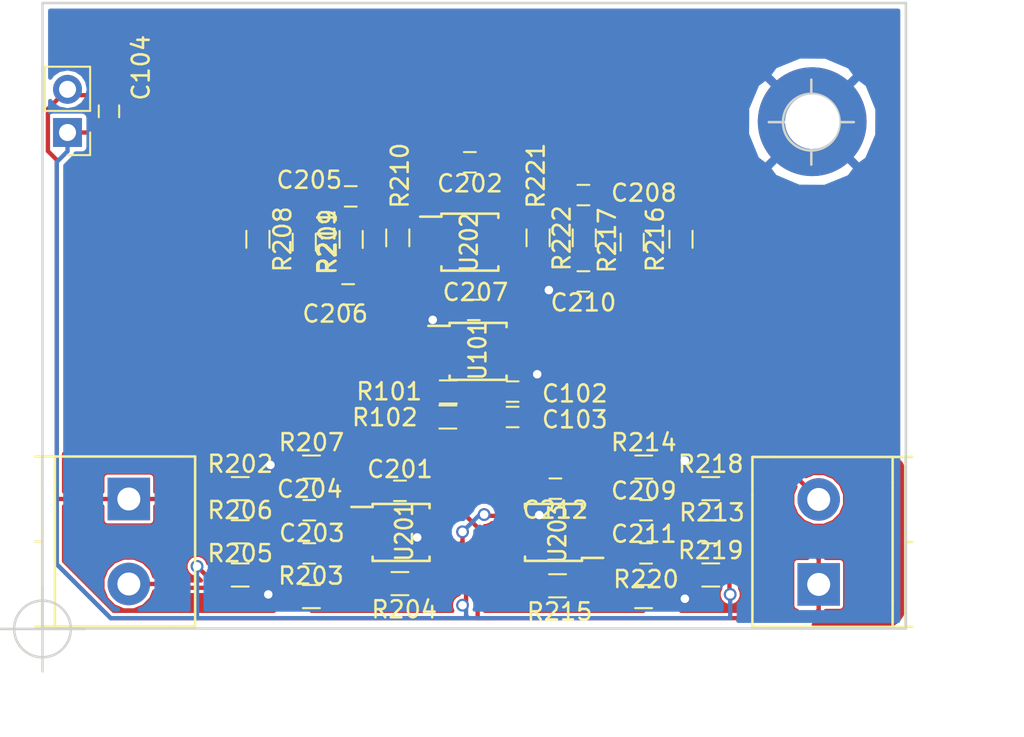
<source format=kicad_pcb>
(kicad_pcb (version 4) (host pcbnew 4.0.6)

  (general
    (links 91)
    (no_connects 0)
    (area 101.321799 77.394999 152.271801 114.349601)
    (thickness 1.6)
    (drawings 23)
    (tracks 334)
    (zones 0)
    (modules 50)
    (nets 28)
  )

  (page USLetter)
  (title_block
    (title "2ch Prototype")
    (date 2017-03-25)
    (rev AA)
    (company "Monadnock Systems")
  )

  (layers
    (0 F.Cu signal)
    (31 B.Cu signal)
    (37 F.SilkS user)
    (40 Dwgs.User user)
    (41 Cmts.User user)
    (42 Eco1.User user)
    (43 Eco2.User user)
    (44 Edge.Cuts user)
    (45 Margin user)
  )

  (setup
    (last_trace_width 0.254)
    (trace_clearance 0.1778)
    (zone_clearance 0.254)
    (zone_45_only no)
    (trace_min 0.1778)
    (segment_width 0.2)
    (edge_width 0.15)
    (via_size 0.75438)
    (via_drill 0.50038)
    (via_min_size 0.75438)
    (via_min_drill 0.50038)
    (uvia_size 0.3)
    (uvia_drill 0.1)
    (uvias_allowed no)
    (uvia_min_size 0)
    (uvia_min_drill 0)
    (pcb_text_width 0.3)
    (pcb_text_size 1.5 1.5)
    (mod_edge_width 0.15)
    (mod_text_size 1 1)
    (mod_text_width 0.15)
    (pad_size 1.524 1.524)
    (pad_drill 0.762)
    (pad_to_mask_clearance 0.1778)
    (aux_axis_origin 101.3968 114.3)
    (visible_elements FFFFFF7F)
    (pcbplotparams
      (layerselection 0x01000_80000001)
      (usegerberextensions false)
      (excludeedgelayer true)
      (linewidth 0.088900)
      (plotframeref false)
      (viasonmask false)
      (mode 1)
      (useauxorigin false)
      (hpglpennumber 1)
      (hpglpenspeed 20)
      (hpglpendiameter 15)
      (hpglpenoverlay 2)
      (psnegative false)
      (psa4output false)
      (plotreference true)
      (plotvalue true)
      (plotinvisibletext false)
      (padsonsilk false)
      (subtractmaskfromsilk false)
      (outputformat 1)
      (mirror false)
      (drillshape 0)
      (scaleselection 1)
      (outputdirectory gerber/))
  )

  (net 0 "")
  (net 1 GNDA)
  (net 2 "Net-(C203-Pad1)")
  (net 3 "Net-(C204-Pad1)")
  (net 4 "Net-(C205-Pad2)")
  (net 5 "Net-(C206-Pad1)")
  (net 6 "Net-(C208-Pad2)")
  (net 7 "Net-(C209-Pad1)")
  (net 8 "Net-(C210-Pad1)")
  (net 9 "Net-(C211-Pad1)")
  (net 10 "Net-(R101-Pad1)")
  (net 11 "Net-(R204-Pad1)")
  (net 12 "Net-(R204-Pad2)")
  (net 13 "Net-(U101-Pad6)")
  (net 14 /channel0-1/Channel0)
  (net 15 /channel0-1/Channel1)
  (net 16 "Net-(J203-Pad1)")
  (net 17 "Net-(J205-Pad1)")
  (net 18 V+)
  (net 19 V-)
  (net 20 "Net-(R210-Pad2)")
  (net 21 "Net-(R215-Pad1)")
  (net 22 "Net-(R215-Pad2)")
  (net 23 "Net-(R221-Pad2)")
  (net 24 "Net-(C203-Pad2)")
  (net 25 "Net-(C204-Pad2)")
  (net 26 "Net-(C209-Pad2)")
  (net 27 "Net-(C211-Pad2)")

  (net_class Default "This is the default net class."
    (clearance 0.1778)
    (trace_width 0.254)
    (via_dia 0.75438)
    (via_drill 0.50038)
    (uvia_dia 0.3)
    (uvia_drill 0.1)
    (add_net /channel0-1/Channel0)
    (add_net /channel0-1/Channel1)
    (add_net GNDA)
    (add_net "Net-(C203-Pad1)")
    (add_net "Net-(C203-Pad2)")
    (add_net "Net-(C204-Pad1)")
    (add_net "Net-(C204-Pad2)")
    (add_net "Net-(C205-Pad2)")
    (add_net "Net-(C206-Pad1)")
    (add_net "Net-(C208-Pad2)")
    (add_net "Net-(C209-Pad1)")
    (add_net "Net-(C209-Pad2)")
    (add_net "Net-(C210-Pad1)")
    (add_net "Net-(C211-Pad1)")
    (add_net "Net-(C211-Pad2)")
    (add_net "Net-(J203-Pad1)")
    (add_net "Net-(J205-Pad1)")
    (add_net "Net-(R101-Pad1)")
    (add_net "Net-(R204-Pad1)")
    (add_net "Net-(R204-Pad2)")
    (add_net "Net-(R210-Pad2)")
    (add_net "Net-(R215-Pad1)")
    (add_net "Net-(R215-Pad2)")
    (add_net "Net-(R221-Pad2)")
    (add_net "Net-(U101-Pad6)")
    (add_net V+)
    (add_net V-)
  )

  (module Capacitors_SMD:C_0603_HandSoldering (layer F.Cu) (tedit 58AA848B) (tstamp 58D69FF5)
    (at 119.38 94.615)
    (descr "Capacitor SMD 0603, hand soldering")
    (tags "capacitor 0603")
    (path /58D4647E/58D49933)
    (attr smd)
    (fp_text reference C206 (at -0.762 1.143) (layer F.SilkS)
      (effects (font (size 1 1) (thickness 0.15)))
    )
    (fp_text value 910pF (at 0 1.5) (layer F.Fab)
      (effects (font (size 1 1) (thickness 0.15)))
    )
    (fp_text user %R (at 0 -1.25) (layer F.Fab)
      (effects (font (size 1 1) (thickness 0.15)))
    )
    (fp_line (start -0.8 0.4) (end -0.8 -0.4) (layer F.Fab) (width 0.1))
    (fp_line (start 0.8 0.4) (end -0.8 0.4) (layer F.Fab) (width 0.1))
    (fp_line (start 0.8 -0.4) (end 0.8 0.4) (layer F.Fab) (width 0.1))
    (fp_line (start -0.8 -0.4) (end 0.8 -0.4) (layer F.Fab) (width 0.1))
    (fp_line (start -0.35 -0.6) (end 0.35 -0.6) (layer F.SilkS) (width 0.12))
    (fp_line (start 0.35 0.6) (end -0.35 0.6) (layer F.SilkS) (width 0.12))
    (fp_line (start -1.8 -0.65) (end 1.8 -0.65) (layer F.CrtYd) (width 0.05))
    (fp_line (start -1.8 -0.65) (end -1.8 0.65) (layer F.CrtYd) (width 0.05))
    (fp_line (start 1.8 0.65) (end 1.8 -0.65) (layer F.CrtYd) (width 0.05))
    (fp_line (start 1.8 0.65) (end -1.8 0.65) (layer F.CrtYd) (width 0.05))
    (pad 1 smd rect (at -0.95 0) (size 1.2 0.75) (layers F.Cu)
      (net 5 "Net-(C206-Pad1)"))
    (pad 2 smd rect (at 0.95 0) (size 1.2 0.75) (layers F.Cu)
      (net 1 GNDA))
    (model Capacitors_SMD.3dshapes/C_0603.wrl
      (at (xyz 0 0 0))
      (scale (xyz 1 1 1))
      (rotate (xyz 0 0 0))
    )
  )

  (module Housings_SSOP:MSOP-8_3x3mm_Pitch0.65mm (layer F.Cu) (tedit 58D84CCB) (tstamp 58D6A120)
    (at 126.5428 91.5416)
    (descr "8-Lead Plastic Micro Small Outline Package (MS) [MSOP] (see Microchip Packaging Specification 00000049BS.pdf)")
    (tags "SSOP 0.65")
    (path /58D4647E/58D86C55)
    (attr smd)
    (fp_text reference U202 (at -0.0508 0.0254 90) (layer F.SilkS)
      (effects (font (size 1 0.889) (thickness 0.15)))
    )
    (fp_text value AD8622 (at 0 2.6) (layer F.Fab)
      (effects (font (size 1 1) (thickness 0.15)))
    )
    (fp_line (start -0.5 -1.5) (end 1.5 -1.5) (layer F.Fab) (width 0.15))
    (fp_line (start 1.5 -1.5) (end 1.5 1.5) (layer F.Fab) (width 0.15))
    (fp_line (start 1.5 1.5) (end -1.5 1.5) (layer F.Fab) (width 0.15))
    (fp_line (start -1.5 1.5) (end -1.5 -0.5) (layer F.Fab) (width 0.15))
    (fp_line (start -1.5 -0.5) (end -0.5 -1.5) (layer F.Fab) (width 0.15))
    (fp_line (start -3.2 -1.85) (end -3.2 1.85) (layer F.CrtYd) (width 0.05))
    (fp_line (start 3.2 -1.85) (end 3.2 1.85) (layer F.CrtYd) (width 0.05))
    (fp_line (start -3.2 -1.85) (end 3.2 -1.85) (layer F.CrtYd) (width 0.05))
    (fp_line (start -3.2 1.85) (end 3.2 1.85) (layer F.CrtYd) (width 0.05))
    (fp_line (start -1.675 -1.675) (end -1.675 -1.5) (layer F.SilkS) (width 0.15))
    (fp_line (start 1.675 -1.675) (end 1.675 -1.425) (layer F.SilkS) (width 0.15))
    (fp_line (start 1.675 1.675) (end 1.675 1.425) (layer F.SilkS) (width 0.15))
    (fp_line (start -1.675 1.675) (end -1.675 1.425) (layer F.SilkS) (width 0.15))
    (fp_line (start -1.675 -1.675) (end 1.675 -1.675) (layer F.SilkS) (width 0.15))
    (fp_line (start -1.675 1.675) (end 1.675 1.675) (layer F.SilkS) (width 0.15))
    (fp_line (start -1.675 -1.5) (end -2.925 -1.5) (layer F.SilkS) (width 0.15))
    (pad 1 smd rect (at -2.2 -0.975) (size 1.45 0.45) (layers F.Cu)
      (net 14 /channel0-1/Channel0))
    (pad 2 smd rect (at -2.2 -0.325) (size 1.45 0.45) (layers F.Cu)
      (net 20 "Net-(R210-Pad2)"))
    (pad 3 smd rect (at -2.2 0.325) (size 1.45 0.45) (layers F.Cu)
      (net 5 "Net-(C206-Pad1)"))
    (pad 4 smd rect (at -2.2 0.975) (size 1.45 0.45) (layers F.Cu)
      (net 19 V-))
    (pad 5 smd rect (at 2.2 0.975) (size 1.45 0.45) (layers F.Cu)
      (net 8 "Net-(C210-Pad1)"))
    (pad 6 smd rect (at 2.2 0.325) (size 1.45 0.45) (layers F.Cu)
      (net 23 "Net-(R221-Pad2)"))
    (pad 7 smd rect (at 2.2 -0.325) (size 1.45 0.45) (layers F.Cu)
      (net 15 /channel0-1/Channel1))
    (pad 8 smd rect (at 2.2 -0.975) (size 1.45 0.45) (layers F.Cu)
      (net 18 V+))
    (model Housings_SSOP.3dshapes/MSOP-8_3x3mm_Pitch0.65mm.wrl
      (at (xyz 0 0 0))
      (scale (xyz 1 1 1))
      (rotate (xyz 0 0 0))
    )
  )

  (module Resistors_SMD:R_0603_HandSoldering (layer F.Cu) (tedit 58AAD9E8) (tstamp 58D7E59D)
    (at 136.76443 112.395 180)
    (descr "Resistor SMD 0603, hand soldering")
    (tags "resistor 0603")
    (path /58D4647E/58D86C73)
    (attr smd)
    (fp_text reference R220 (at -0.14157 1.016 180) (layer F.SilkS)
      (effects (font (size 1 1) (thickness 0.15)))
    )
    (fp_text value 390k (at 0 1.55 180) (layer F.Fab)
      (effects (font (size 1 1) (thickness 0.15)))
    )
    (fp_text user %R (at 0 -1.45 180) (layer F.Fab)
      (effects (font (size 1 1) (thickness 0.15)))
    )
    (fp_line (start -0.8 0.4) (end -0.8 -0.4) (layer F.Fab) (width 0.1))
    (fp_line (start 0.8 0.4) (end -0.8 0.4) (layer F.Fab) (width 0.1))
    (fp_line (start 0.8 -0.4) (end 0.8 0.4) (layer F.Fab) (width 0.1))
    (fp_line (start -0.8 -0.4) (end 0.8 -0.4) (layer F.Fab) (width 0.1))
    (fp_line (start 0.5 0.68) (end -0.5 0.68) (layer F.SilkS) (width 0.12))
    (fp_line (start -0.5 -0.68) (end 0.5 -0.68) (layer F.SilkS) (width 0.12))
    (fp_line (start -1.96 -0.7) (end 1.95 -0.7) (layer F.CrtYd) (width 0.05))
    (fp_line (start -1.96 -0.7) (end -1.96 0.7) (layer F.CrtYd) (width 0.05))
    (fp_line (start 1.95 0.7) (end 1.95 -0.7) (layer F.CrtYd) (width 0.05))
    (fp_line (start 1.95 0.7) (end -1.96 0.7) (layer F.CrtYd) (width 0.05))
    (pad 1 smd rect (at -1.1 0 180) (size 1.2 0.9) (layers F.Cu)
      (net 1 GNDA))
    (pad 2 smd rect (at 1.1 0 180) (size 1.2 0.9) (layers F.Cu)
      (net 9 "Net-(C211-Pad1)"))
    (model Resistors_SMD.3dshapes/R_0603.wrl
      (at (xyz 0 0 0))
      (scale (xyz 1 1 1))
      (rotate (xyz 0 0 0))
    )
  )

  (module Resistors_SMD:R_0603_HandSoldering (layer F.Cu) (tedit 58AAD9E8) (tstamp 58D7E597)
    (at 140.716 111.125)
    (descr "Resistor SMD 0603, hand soldering")
    (tags "resistor 0603")
    (path /58D4647E/58D86C33)
    (attr smd)
    (fp_text reference R219 (at 0 -1.45) (layer F.SilkS)
      (effects (font (size 1 1) (thickness 0.15)))
    )
    (fp_text value 2M (at 0 1.55) (layer F.Fab)
      (effects (font (size 1 1) (thickness 0.15)))
    )
    (fp_text user %R (at 0 -1.45) (layer F.Fab)
      (effects (font (size 1 1) (thickness 0.15)))
    )
    (fp_line (start -0.8 0.4) (end -0.8 -0.4) (layer F.Fab) (width 0.1))
    (fp_line (start 0.8 0.4) (end -0.8 0.4) (layer F.Fab) (width 0.1))
    (fp_line (start 0.8 -0.4) (end 0.8 0.4) (layer F.Fab) (width 0.1))
    (fp_line (start -0.8 -0.4) (end 0.8 -0.4) (layer F.Fab) (width 0.1))
    (fp_line (start 0.5 0.68) (end -0.5 0.68) (layer F.SilkS) (width 0.12))
    (fp_line (start -0.5 -0.68) (end 0.5 -0.68) (layer F.SilkS) (width 0.12))
    (fp_line (start -1.96 -0.7) (end 1.95 -0.7) (layer F.CrtYd) (width 0.05))
    (fp_line (start -1.96 -0.7) (end -1.96 0.7) (layer F.CrtYd) (width 0.05))
    (fp_line (start 1.95 0.7) (end 1.95 -0.7) (layer F.CrtYd) (width 0.05))
    (fp_line (start 1.95 0.7) (end -1.96 0.7) (layer F.CrtYd) (width 0.05))
    (pad 1 smd rect (at -1.1 0) (size 1.2 0.9) (layers F.Cu)
      (net 27 "Net-(C211-Pad2)"))
    (pad 2 smd rect (at 1.1 0) (size 1.2 0.9) (layers F.Cu)
      (net 19 V-))
    (model Resistors_SMD.3dshapes/R_0603.wrl
      (at (xyz 0 0 0))
      (scale (xyz 1 1 1))
      (rotate (xyz 0 0 0))
    )
  )

  (module Resistors_SMD:R_0603_HandSoldering (layer F.Cu) (tedit 58AAD9E8) (tstamp 58D6A0D2)
    (at 140.716 108.585 180)
    (descr "Resistor SMD 0603, hand soldering")
    (tags "resistor 0603")
    (path /58D4647E/58D86C39)
    (attr smd)
    (fp_text reference R213 (at -0.06896 1.132868 180) (layer F.SilkS)
      (effects (font (size 1 1) (thickness 0.15)))
    )
    (fp_text value 2M (at 0 1.55 180) (layer F.Fab)
      (effects (font (size 1 1) (thickness 0.15)))
    )
    (fp_text user %R (at 0 -1.45 180) (layer F.Fab)
      (effects (font (size 1 1) (thickness 0.15)))
    )
    (fp_line (start -0.8 0.4) (end -0.8 -0.4) (layer F.Fab) (width 0.1))
    (fp_line (start 0.8 0.4) (end -0.8 0.4) (layer F.Fab) (width 0.1))
    (fp_line (start 0.8 -0.4) (end 0.8 0.4) (layer F.Fab) (width 0.1))
    (fp_line (start -0.8 -0.4) (end 0.8 -0.4) (layer F.Fab) (width 0.1))
    (fp_line (start 0.5 0.68) (end -0.5 0.68) (layer F.SilkS) (width 0.12))
    (fp_line (start -0.5 -0.68) (end 0.5 -0.68) (layer F.SilkS) (width 0.12))
    (fp_line (start -1.96 -0.7) (end 1.95 -0.7) (layer F.CrtYd) (width 0.05))
    (fp_line (start -1.96 -0.7) (end -1.96 0.7) (layer F.CrtYd) (width 0.05))
    (fp_line (start 1.95 0.7) (end 1.95 -0.7) (layer F.CrtYd) (width 0.05))
    (fp_line (start 1.95 0.7) (end -1.96 0.7) (layer F.CrtYd) (width 0.05))
    (pad 1 smd rect (at -1.1 0 180) (size 1.2 0.9) (layers F.Cu)
      (net 18 V+))
    (pad 2 smd rect (at 1.1 0 180) (size 1.2 0.9) (layers F.Cu)
      (net 27 "Net-(C211-Pad2)"))
    (model Resistors_SMD.3dshapes/R_0603.wrl
      (at (xyz 0 0 0))
      (scale (xyz 1 1 1))
      (rotate (xyz 0 0 0))
    )
  )

  (module Resistors_SMD:R_0603_HandSoldering (layer F.Cu) (tedit 58AAD9E8) (tstamp 58D6A0F0)
    (at 140.716 106.045)
    (descr "Resistor SMD 0603, hand soldering")
    (tags "resistor 0603")
    (path /58D4647E/58D86C2D)
    (attr smd)
    (fp_text reference R218 (at 0 -1.45) (layer F.SilkS)
      (effects (font (size 1 1) (thickness 0.15)))
    )
    (fp_text value 2M (at 0 1.55) (layer F.Fab)
      (effects (font (size 1 1) (thickness 0.15)))
    )
    (fp_text user %R (at 0 -1.45) (layer F.Fab)
      (effects (font (size 1 1) (thickness 0.15)))
    )
    (fp_line (start -0.8 0.4) (end -0.8 -0.4) (layer F.Fab) (width 0.1))
    (fp_line (start 0.8 0.4) (end -0.8 0.4) (layer F.Fab) (width 0.1))
    (fp_line (start 0.8 -0.4) (end 0.8 0.4) (layer F.Fab) (width 0.1))
    (fp_line (start -0.8 -0.4) (end 0.8 -0.4) (layer F.Fab) (width 0.1))
    (fp_line (start 0.5 0.68) (end -0.5 0.68) (layer F.SilkS) (width 0.12))
    (fp_line (start -0.5 -0.68) (end 0.5 -0.68) (layer F.SilkS) (width 0.12))
    (fp_line (start -1.96 -0.7) (end 1.95 -0.7) (layer F.CrtYd) (width 0.05))
    (fp_line (start -1.96 -0.7) (end -1.96 0.7) (layer F.CrtYd) (width 0.05))
    (fp_line (start 1.95 0.7) (end 1.95 -0.7) (layer F.CrtYd) (width 0.05))
    (fp_line (start 1.95 0.7) (end -1.96 0.7) (layer F.CrtYd) (width 0.05))
    (pad 1 smd rect (at -1.1 0) (size 1.2 0.9) (layers F.Cu)
      (net 26 "Net-(C209-Pad2)"))
    (pad 2 smd rect (at 1.1 0) (size 1.2 0.9) (layers F.Cu)
      (net 19 V-))
    (model Resistors_SMD.3dshapes/R_0603.wrl
      (at (xyz 0 0 0))
      (scale (xyz 1 1 1))
      (rotate (xyz 0 0 0))
    )
  )

  (module Capacitors_SMD:C_0603_HandSoldering (layer F.Cu) (tedit 58AA848B) (tstamp 58D6A007)
    (at 136.906 107.315)
    (descr "Capacitor SMD 0603, hand soldering")
    (tags "capacitor 0603")
    (path /58D4647E/58D86C48)
    (attr smd)
    (fp_text reference C209 (at -0.127 -1.143) (layer F.SilkS)
      (effects (font (size 1 1) (thickness 0.15)))
    )
    (fp_text value 1µF (at 0 1.5) (layer F.Fab)
      (effects (font (size 1 1) (thickness 0.15)))
    )
    (fp_text user %R (at 0 -1.25) (layer F.Fab)
      (effects (font (size 1 1) (thickness 0.15)))
    )
    (fp_line (start -0.8 0.4) (end -0.8 -0.4) (layer F.Fab) (width 0.1))
    (fp_line (start 0.8 0.4) (end -0.8 0.4) (layer F.Fab) (width 0.1))
    (fp_line (start 0.8 -0.4) (end 0.8 0.4) (layer F.Fab) (width 0.1))
    (fp_line (start -0.8 -0.4) (end 0.8 -0.4) (layer F.Fab) (width 0.1))
    (fp_line (start -0.35 -0.6) (end 0.35 -0.6) (layer F.SilkS) (width 0.12))
    (fp_line (start 0.35 0.6) (end -0.35 0.6) (layer F.SilkS) (width 0.12))
    (fp_line (start -1.8 -0.65) (end 1.8 -0.65) (layer F.CrtYd) (width 0.05))
    (fp_line (start -1.8 -0.65) (end -1.8 0.65) (layer F.CrtYd) (width 0.05))
    (fp_line (start 1.8 0.65) (end 1.8 -0.65) (layer F.CrtYd) (width 0.05))
    (fp_line (start 1.8 0.65) (end -1.8 0.65) (layer F.CrtYd) (width 0.05))
    (pad 1 smd rect (at -0.95 0) (size 1.2 0.75) (layers F.Cu)
      (net 7 "Net-(C209-Pad1)"))
    (pad 2 smd rect (at 0.95 0) (size 1.2 0.75) (layers F.Cu)
      (net 26 "Net-(C209-Pad2)"))
    (model Capacitors_SMD.3dshapes/C_0603.wrl
      (at (xyz 0 0 0))
      (scale (xyz 1 1 1))
      (rotate (xyz 0 0 0))
    )
  )

  (module Resistors_SMD:R_0603_HandSoldering (layer F.Cu) (tedit 58AAD9E8) (tstamp 58D6A0D8)
    (at 136.77443 104.775)
    (descr "Resistor SMD 0603, hand soldering")
    (tags "resistor 0603")
    (path /58D4647E/58D86C79)
    (attr smd)
    (fp_text reference R214 (at 0 -1.45) (layer F.SilkS)
      (effects (font (size 1 1) (thickness 0.15)))
    )
    (fp_text value 390k (at 0 1.55) (layer F.Fab)
      (effects (font (size 1 1) (thickness 0.15)))
    )
    (fp_text user %R (at 0 -1.45) (layer F.Fab)
      (effects (font (size 1 1) (thickness 0.15)))
    )
    (fp_line (start -0.8 0.4) (end -0.8 -0.4) (layer F.Fab) (width 0.1))
    (fp_line (start 0.8 0.4) (end -0.8 0.4) (layer F.Fab) (width 0.1))
    (fp_line (start 0.8 -0.4) (end 0.8 0.4) (layer F.Fab) (width 0.1))
    (fp_line (start -0.8 -0.4) (end 0.8 -0.4) (layer F.Fab) (width 0.1))
    (fp_line (start 0.5 0.68) (end -0.5 0.68) (layer F.SilkS) (width 0.12))
    (fp_line (start -0.5 -0.68) (end 0.5 -0.68) (layer F.SilkS) (width 0.12))
    (fp_line (start -1.96 -0.7) (end 1.95 -0.7) (layer F.CrtYd) (width 0.05))
    (fp_line (start -1.96 -0.7) (end -1.96 0.7) (layer F.CrtYd) (width 0.05))
    (fp_line (start 1.95 0.7) (end 1.95 -0.7) (layer F.CrtYd) (width 0.05))
    (fp_line (start 1.95 0.7) (end -1.96 0.7) (layer F.CrtYd) (width 0.05))
    (pad 1 smd rect (at -1.1 0) (size 1.2 0.9) (layers F.Cu)
      (net 7 "Net-(C209-Pad1)"))
    (pad 2 smd rect (at 1.1 0) (size 1.2 0.9) (layers F.Cu)
      (net 1 GNDA))
    (model Resistors_SMD.3dshapes/R_0603.wrl
      (at (xyz 0 0 0))
      (scale (xyz 1 1 1))
      (rotate (xyz 0 0 0))
    )
  )

  (module Capacitors_SMD:C_0603_HandSoldering (layer F.Cu) (tedit 58AA848B) (tstamp 58D6A013)
    (at 136.906 109.855)
    (descr "Capacitor SMD 0603, hand soldering")
    (tags "capacitor 0603")
    (path /58D4647E/58D86C4E)
    (attr smd)
    (fp_text reference C211 (at -0.127 -1.143) (layer F.SilkS)
      (effects (font (size 1 1) (thickness 0.15)))
    )
    (fp_text value 1µF (at 0 1.5) (layer F.Fab)
      (effects (font (size 1 1) (thickness 0.15)))
    )
    (fp_text user %R (at 0 -1.25) (layer F.Fab)
      (effects (font (size 1 1) (thickness 0.15)))
    )
    (fp_line (start -0.8 0.4) (end -0.8 -0.4) (layer F.Fab) (width 0.1))
    (fp_line (start 0.8 0.4) (end -0.8 0.4) (layer F.Fab) (width 0.1))
    (fp_line (start 0.8 -0.4) (end 0.8 0.4) (layer F.Fab) (width 0.1))
    (fp_line (start -0.8 -0.4) (end 0.8 -0.4) (layer F.Fab) (width 0.1))
    (fp_line (start -0.35 -0.6) (end 0.35 -0.6) (layer F.SilkS) (width 0.12))
    (fp_line (start 0.35 0.6) (end -0.35 0.6) (layer F.SilkS) (width 0.12))
    (fp_line (start -1.8 -0.65) (end 1.8 -0.65) (layer F.CrtYd) (width 0.05))
    (fp_line (start -1.8 -0.65) (end -1.8 0.65) (layer F.CrtYd) (width 0.05))
    (fp_line (start 1.8 0.65) (end 1.8 -0.65) (layer F.CrtYd) (width 0.05))
    (fp_line (start 1.8 0.65) (end -1.8 0.65) (layer F.CrtYd) (width 0.05))
    (pad 1 smd rect (at -0.95 0) (size 1.2 0.75) (layers F.Cu)
      (net 9 "Net-(C211-Pad1)"))
    (pad 2 smd rect (at 0.95 0) (size 1.2 0.75) (layers F.Cu)
      (net 27 "Net-(C211-Pad2)"))
    (model Capacitors_SMD.3dshapes/C_0603.wrl
      (at (xyz 0 0 0))
      (scale (xyz 1 1 1))
      (rotate (xyz 0 0 0))
    )
  )

  (module Housings_SSOP:MSOP-8_3x3mm_Pitch0.65mm (layer F.Cu) (tedit 58D84D19) (tstamp 58D6A12C)
    (at 131.461933 108.620199 180)
    (descr "8-Lead Plastic Micro Small Outline Package (MS) [MSOP] (see Microchip Packaging Specification 00000049BS.pdf)")
    (tags "SSOP 0.65")
    (path /58D4647E/58D86C80)
    (attr smd)
    (fp_text reference U203 (at -0.237067 -0.091801 270) (layer F.SilkS)
      (effects (font (size 1 0.889) (thickness 0.15)))
    )
    (fp_text value AD8227 (at 0 2.6 180) (layer F.Fab)
      (effects (font (size 1 1) (thickness 0.15)))
    )
    (fp_line (start -0.5 -1.5) (end 1.5 -1.5) (layer F.Fab) (width 0.15))
    (fp_line (start 1.5 -1.5) (end 1.5 1.5) (layer F.Fab) (width 0.15))
    (fp_line (start 1.5 1.5) (end -1.5 1.5) (layer F.Fab) (width 0.15))
    (fp_line (start -1.5 1.5) (end -1.5 -0.5) (layer F.Fab) (width 0.15))
    (fp_line (start -1.5 -0.5) (end -0.5 -1.5) (layer F.Fab) (width 0.15))
    (fp_line (start -3.2 -1.85) (end -3.2 1.85) (layer F.CrtYd) (width 0.05))
    (fp_line (start 3.2 -1.85) (end 3.2 1.85) (layer F.CrtYd) (width 0.05))
    (fp_line (start -3.2 -1.85) (end 3.2 -1.85) (layer F.CrtYd) (width 0.05))
    (fp_line (start -3.2 1.85) (end 3.2 1.85) (layer F.CrtYd) (width 0.05))
    (fp_line (start -1.675 -1.675) (end -1.675 -1.5) (layer F.SilkS) (width 0.15))
    (fp_line (start 1.675 -1.675) (end 1.675 -1.425) (layer F.SilkS) (width 0.15))
    (fp_line (start 1.675 1.675) (end 1.675 1.425) (layer F.SilkS) (width 0.15))
    (fp_line (start -1.675 1.675) (end -1.675 1.425) (layer F.SilkS) (width 0.15))
    (fp_line (start -1.675 -1.675) (end 1.675 -1.675) (layer F.SilkS) (width 0.15))
    (fp_line (start -1.675 1.675) (end 1.675 1.675) (layer F.SilkS) (width 0.15))
    (fp_line (start -1.675 -1.5) (end -2.925 -1.5) (layer F.SilkS) (width 0.15))
    (pad 1 smd rect (at -2.2 -0.975 180) (size 1.45 0.45) (layers F.Cu)
      (net 9 "Net-(C211-Pad1)"))
    (pad 2 smd rect (at -2.2 -0.325 180) (size 1.45 0.45) (layers F.Cu)
      (net 22 "Net-(R215-Pad2)"))
    (pad 3 smd rect (at -2.2 0.325 180) (size 1.45 0.45) (layers F.Cu)
      (net 21 "Net-(R215-Pad1)"))
    (pad 4 smd rect (at -2.2 0.975 180) (size 1.45 0.45) (layers F.Cu)
      (net 7 "Net-(C209-Pad1)"))
    (pad 5 smd rect (at 2.2 0.975 180) (size 1.45 0.45) (layers F.Cu)
      (net 19 V-))
    (pad 6 smd rect (at 2.2 0.325 180) (size 1.45 0.45) (layers F.Cu)
      (net 1 GNDA))
    (pad 7 smd rect (at 2.2 -0.325 180) (size 1.45 0.45) (layers F.Cu)
      (net 17 "Net-(J205-Pad1)"))
    (pad 8 smd rect (at 2.2 -0.975 180) (size 1.45 0.45) (layers F.Cu)
      (net 18 V+))
    (model Housings_SSOP.3dshapes/MSOP-8_3x3mm_Pitch0.65mm.wrl
      (at (xyz 0 0 0))
      (scale (xyz 1 1 1))
      (rotate (xyz 0 0 0))
    )
  )

  (module Housings_SSOP:MSOP-8_3x3mm_Pitch0.65mm (layer F.Cu) (tedit 58D84D06) (tstamp 58D6A114)
    (at 122.495734 108.621684)
    (descr "8-Lead Plastic Micro Small Outline Package (MS) [MSOP] (see Microchip Packaging Specification 00000049BS.pdf)")
    (tags "SSOP 0.65")
    (path /58D4647E/58D55D88)
    (attr smd)
    (fp_text reference U201 (at 0.186266 -0.036684 90) (layer F.SilkS)
      (effects (font (size 1 0.889) (thickness 0.15)))
    )
    (fp_text value AD8227 (at 0 2.6) (layer F.Fab)
      (effects (font (size 1 1) (thickness 0.15)))
    )
    (fp_line (start -0.5 -1.5) (end 1.5 -1.5) (layer F.Fab) (width 0.15))
    (fp_line (start 1.5 -1.5) (end 1.5 1.5) (layer F.Fab) (width 0.15))
    (fp_line (start 1.5 1.5) (end -1.5 1.5) (layer F.Fab) (width 0.15))
    (fp_line (start -1.5 1.5) (end -1.5 -0.5) (layer F.Fab) (width 0.15))
    (fp_line (start -1.5 -0.5) (end -0.5 -1.5) (layer F.Fab) (width 0.15))
    (fp_line (start -3.2 -1.85) (end -3.2 1.85) (layer F.CrtYd) (width 0.05))
    (fp_line (start 3.2 -1.85) (end 3.2 1.85) (layer F.CrtYd) (width 0.05))
    (fp_line (start -3.2 -1.85) (end 3.2 -1.85) (layer F.CrtYd) (width 0.05))
    (fp_line (start -3.2 1.85) (end 3.2 1.85) (layer F.CrtYd) (width 0.05))
    (fp_line (start -1.675 -1.675) (end -1.675 -1.5) (layer F.SilkS) (width 0.15))
    (fp_line (start 1.675 -1.675) (end 1.675 -1.425) (layer F.SilkS) (width 0.15))
    (fp_line (start 1.675 1.675) (end 1.675 1.425) (layer F.SilkS) (width 0.15))
    (fp_line (start -1.675 1.675) (end -1.675 1.425) (layer F.SilkS) (width 0.15))
    (fp_line (start -1.675 -1.675) (end 1.675 -1.675) (layer F.SilkS) (width 0.15))
    (fp_line (start -1.675 1.675) (end 1.675 1.675) (layer F.SilkS) (width 0.15))
    (fp_line (start -1.675 -1.5) (end -2.925 -1.5) (layer F.SilkS) (width 0.15))
    (pad 1 smd rect (at -2.2 -0.975) (size 1.45 0.45) (layers F.Cu)
      (net 3 "Net-(C204-Pad1)"))
    (pad 2 smd rect (at -2.2 -0.325) (size 1.45 0.45) (layers F.Cu)
      (net 12 "Net-(R204-Pad2)"))
    (pad 3 smd rect (at -2.2 0.325) (size 1.45 0.45) (layers F.Cu)
      (net 11 "Net-(R204-Pad1)"))
    (pad 4 smd rect (at -2.2 0.975) (size 1.45 0.45) (layers F.Cu)
      (net 2 "Net-(C203-Pad1)"))
    (pad 5 smd rect (at 2.2 0.975) (size 1.45 0.45) (layers F.Cu)
      (net 19 V-))
    (pad 6 smd rect (at 2.2 0.325) (size 1.45 0.45) (layers F.Cu)
      (net 1 GNDA))
    (pad 7 smd rect (at 2.2 -0.325) (size 1.45 0.45) (layers F.Cu)
      (net 16 "Net-(J203-Pad1)"))
    (pad 8 smd rect (at 2.2 -0.975) (size 1.45 0.45) (layers F.Cu)
      (net 18 V+))
    (model Housings_SSOP.3dshapes/MSOP-8_3x3mm_Pitch0.65mm.wrl
      (at (xyz 0 0 0))
      (scale (xyz 1 1 1))
      (rotate (xyz 0 0 0))
    )
  )

  (module Resistors_SMD:R_0603_HandSoldering (layer F.Cu) (tedit 58AAD9E8) (tstamp 58D7E5A3)
    (at 130.556 91.288506 270)
    (descr "Resistor SMD 0603, hand soldering")
    (tags "resistor 0603")
    (path /58D4647E/58D86D0D)
    (attr smd)
    (fp_text reference R221 (at -3.658506 0.127 270) (layer F.SilkS)
      (effects (font (size 1 1) (thickness 0.15)))
    )
    (fp_text value 121k (at 0 1.55 270) (layer F.Fab)
      (effects (font (size 1 1) (thickness 0.15)))
    )
    (fp_text user %R (at 0 -1.45 270) (layer F.Fab)
      (effects (font (size 1 1) (thickness 0.15)))
    )
    (fp_line (start -0.8 0.4) (end -0.8 -0.4) (layer F.Fab) (width 0.1))
    (fp_line (start 0.8 0.4) (end -0.8 0.4) (layer F.Fab) (width 0.1))
    (fp_line (start 0.8 -0.4) (end 0.8 0.4) (layer F.Fab) (width 0.1))
    (fp_line (start -0.8 -0.4) (end 0.8 -0.4) (layer F.Fab) (width 0.1))
    (fp_line (start 0.5 0.68) (end -0.5 0.68) (layer F.SilkS) (width 0.12))
    (fp_line (start -0.5 -0.68) (end 0.5 -0.68) (layer F.SilkS) (width 0.12))
    (fp_line (start -1.96 -0.7) (end 1.95 -0.7) (layer F.CrtYd) (width 0.05))
    (fp_line (start -1.96 -0.7) (end -1.96 0.7) (layer F.CrtYd) (width 0.05))
    (fp_line (start 1.95 0.7) (end 1.95 -0.7) (layer F.CrtYd) (width 0.05))
    (fp_line (start 1.95 0.7) (end -1.96 0.7) (layer F.CrtYd) (width 0.05))
    (pad 1 smd rect (at -1.1 0 270) (size 1.2 0.9) (layers F.Cu)
      (net 15 /channel0-1/Channel1))
    (pad 2 smd rect (at 1.1 0 270) (size 1.2 0.9) (layers F.Cu)
      (net 23 "Net-(R221-Pad2)"))
    (model Resistors_SMD.3dshapes/R_0603.wrl
      (at (xyz 0 0 0))
      (scale (xyz 1 1 1))
      (rotate (xyz 0 0 0))
    )
  )

  (module Housings_SSOP:MSOP-8_3x3mm_Pitch0.65mm (layer F.Cu) (tedit 58D84CDA) (tstamp 58D6A0FC)
    (at 127.0254 97.967801)
    (descr "8-Lead Plastic Micro Small Outline Package (MS) [MSOP] (see Microchip Packaging Specification 00000049BS.pdf)")
    (tags "SSOP 0.65")
    (path /58D8019A)
    (attr smd)
    (fp_text reference U101 (at -0.0254 -0.050801 90) (layer F.SilkS)
      (effects (font (size 1 0.889) (thickness 0.15)))
    )
    (fp_text value AD8622 (at 0 2.6) (layer F.Fab)
      (effects (font (size 1 1) (thickness 0.15)))
    )
    (fp_line (start -0.5 -1.5) (end 1.5 -1.5) (layer F.Fab) (width 0.15))
    (fp_line (start 1.5 -1.5) (end 1.5 1.5) (layer F.Fab) (width 0.15))
    (fp_line (start 1.5 1.5) (end -1.5 1.5) (layer F.Fab) (width 0.15))
    (fp_line (start -1.5 1.5) (end -1.5 -0.5) (layer F.Fab) (width 0.15))
    (fp_line (start -1.5 -0.5) (end -0.5 -1.5) (layer F.Fab) (width 0.15))
    (fp_line (start -3.2 -1.85) (end -3.2 1.85) (layer F.CrtYd) (width 0.05))
    (fp_line (start 3.2 -1.85) (end 3.2 1.85) (layer F.CrtYd) (width 0.05))
    (fp_line (start -3.2 -1.85) (end 3.2 -1.85) (layer F.CrtYd) (width 0.05))
    (fp_line (start -3.2 1.85) (end 3.2 1.85) (layer F.CrtYd) (width 0.05))
    (fp_line (start -1.675 -1.675) (end -1.675 -1.5) (layer F.SilkS) (width 0.15))
    (fp_line (start 1.675 -1.675) (end 1.675 -1.425) (layer F.SilkS) (width 0.15))
    (fp_line (start 1.675 1.675) (end 1.675 1.425) (layer F.SilkS) (width 0.15))
    (fp_line (start -1.675 1.675) (end -1.675 1.425) (layer F.SilkS) (width 0.15))
    (fp_line (start -1.675 -1.675) (end 1.675 -1.675) (layer F.SilkS) (width 0.15))
    (fp_line (start -1.675 1.675) (end 1.675 1.675) (layer F.SilkS) (width 0.15))
    (fp_line (start -1.675 -1.5) (end -2.925 -1.5) (layer F.SilkS) (width 0.15))
    (pad 1 smd rect (at -2.2 -0.975) (size 1.45 0.45) (layers F.Cu)
      (net 1 GNDA))
    (pad 2 smd rect (at -2.2 -0.325) (size 1.45 0.45) (layers F.Cu)
      (net 1 GNDA))
    (pad 3 smd rect (at -2.2 0.325) (size 1.45 0.45) (layers F.Cu)
      (net 10 "Net-(R101-Pad1)"))
    (pad 4 smd rect (at -2.2 0.975) (size 1.45 0.45) (layers F.Cu)
      (net 19 V-))
    (pad 5 smd rect (at 2.2 0.975) (size 1.45 0.45) (layers F.Cu)
      (net 1 GNDA))
    (pad 6 smd rect (at 2.2 0.325) (size 1.45 0.45) (layers F.Cu)
      (net 13 "Net-(U101-Pad6)"))
    (pad 7 smd rect (at 2.2 -0.325) (size 1.45 0.45) (layers F.Cu)
      (net 13 "Net-(U101-Pad6)"))
    (pad 8 smd rect (at 2.2 -0.975) (size 1.45 0.45) (layers F.Cu)
      (net 18 V+))
    (model Housings_SSOP.3dshapes/MSOP-8_3x3mm_Pitch0.65mm.wrl
      (at (xyz 0 0 0))
      (scale (xyz 1 1 1))
      (rotate (xyz 0 0 0))
    )
  )

  (module Resistors_SMD:R_0603_HandSoldering (layer F.Cu) (tedit 58AAD9E8) (tstamp 58D6A0DE)
    (at 131.699001 111.76)
    (descr "Resistor SMD 0603, hand soldering")
    (tags "resistor 0603")
    (path /58D4647E/58D86C86)
    (attr smd)
    (fp_text reference R215 (at 0.126999 1.524) (layer F.SilkS)
      (effects (font (size 1 1) (thickness 0.15)))
    )
    (fp_text value 8k (at 0 1.55) (layer F.Fab)
      (effects (font (size 1 1) (thickness 0.15)))
    )
    (fp_text user %R (at 0 -1.45) (layer F.Fab)
      (effects (font (size 1 1) (thickness 0.15)))
    )
    (fp_line (start -0.8 0.4) (end -0.8 -0.4) (layer F.Fab) (width 0.1))
    (fp_line (start 0.8 0.4) (end -0.8 0.4) (layer F.Fab) (width 0.1))
    (fp_line (start 0.8 -0.4) (end 0.8 0.4) (layer F.Fab) (width 0.1))
    (fp_line (start -0.8 -0.4) (end 0.8 -0.4) (layer F.Fab) (width 0.1))
    (fp_line (start 0.5 0.68) (end -0.5 0.68) (layer F.SilkS) (width 0.12))
    (fp_line (start -0.5 -0.68) (end 0.5 -0.68) (layer F.SilkS) (width 0.12))
    (fp_line (start -1.96 -0.7) (end 1.95 -0.7) (layer F.CrtYd) (width 0.05))
    (fp_line (start -1.96 -0.7) (end -1.96 0.7) (layer F.CrtYd) (width 0.05))
    (fp_line (start 1.95 0.7) (end 1.95 -0.7) (layer F.CrtYd) (width 0.05))
    (fp_line (start 1.95 0.7) (end -1.96 0.7) (layer F.CrtYd) (width 0.05))
    (pad 1 smd rect (at -1.1 0) (size 1.2 0.9) (layers F.Cu)
      (net 21 "Net-(R215-Pad1)"))
    (pad 2 smd rect (at 1.1 0) (size 1.2 0.9) (layers F.Cu)
      (net 22 "Net-(R215-Pad2)"))
    (model Resistors_SMD.3dshapes/R_0603.wrl
      (at (xyz 0 0 0))
      (scale (xyz 1 1 1))
      (rotate (xyz 0 0 0))
    )
  )

  (module Capacitors_SMD:C_0603_HandSoldering (layer F.Cu) (tedit 58AA848B) (tstamp 58D6A00D)
    (at 133.223 93.853 180)
    (descr "Capacitor SMD 0603, hand soldering")
    (tags "capacitor 0603")
    (path /58D4647E/58D86C5B)
    (attr smd)
    (fp_text reference C210 (at 0 -1.25 180) (layer F.SilkS)
      (effects (font (size 1 1) (thickness 0.15)))
    )
    (fp_text value 910pF (at 0 1.5 180) (layer F.Fab)
      (effects (font (size 1 1) (thickness 0.15)))
    )
    (fp_text user %R (at 0 -1.25 180) (layer F.Fab)
      (effects (font (size 1 1) (thickness 0.15)))
    )
    (fp_line (start -0.8 0.4) (end -0.8 -0.4) (layer F.Fab) (width 0.1))
    (fp_line (start 0.8 0.4) (end -0.8 0.4) (layer F.Fab) (width 0.1))
    (fp_line (start 0.8 -0.4) (end 0.8 0.4) (layer F.Fab) (width 0.1))
    (fp_line (start -0.8 -0.4) (end 0.8 -0.4) (layer F.Fab) (width 0.1))
    (fp_line (start -0.35 -0.6) (end 0.35 -0.6) (layer F.SilkS) (width 0.12))
    (fp_line (start 0.35 0.6) (end -0.35 0.6) (layer F.SilkS) (width 0.12))
    (fp_line (start -1.8 -0.65) (end 1.8 -0.65) (layer F.CrtYd) (width 0.05))
    (fp_line (start -1.8 -0.65) (end -1.8 0.65) (layer F.CrtYd) (width 0.05))
    (fp_line (start 1.8 0.65) (end 1.8 -0.65) (layer F.CrtYd) (width 0.05))
    (fp_line (start 1.8 0.65) (end -1.8 0.65) (layer F.CrtYd) (width 0.05))
    (pad 1 smd rect (at -0.95 0 180) (size 1.2 0.75) (layers F.Cu)
      (net 8 "Net-(C210-Pad1)"))
    (pad 2 smd rect (at 0.95 0 180) (size 1.2 0.75) (layers F.Cu)
      (net 1 GNDA))
    (model Capacitors_SMD.3dshapes/C_0603.wrl
      (at (xyz 0 0 0))
      (scale (xyz 1 1 1))
      (rotate (xyz 0 0 0))
    )
  )

  (module Capacitors_SMD:C_0603_HandSoldering (layer F.Cu) (tedit 58AA848B) (tstamp 58D6A001)
    (at 133.223 88.773)
    (descr "Capacitor SMD 0603, hand soldering")
    (tags "capacitor 0603")
    (path /58D4647E/58D86C61)
    (attr smd)
    (fp_text reference C208 (at 3.556 -0.127) (layer F.SilkS)
      (effects (font (size 1 1) (thickness 0.15)))
    )
    (fp_text value 9.1nF (at 0 1.5) (layer F.Fab)
      (effects (font (size 1 1) (thickness 0.15)))
    )
    (fp_text user %R (at 0 -1.25) (layer F.Fab)
      (effects (font (size 1 1) (thickness 0.15)))
    )
    (fp_line (start -0.8 0.4) (end -0.8 -0.4) (layer F.Fab) (width 0.1))
    (fp_line (start 0.8 0.4) (end -0.8 0.4) (layer F.Fab) (width 0.1))
    (fp_line (start 0.8 -0.4) (end 0.8 0.4) (layer F.Fab) (width 0.1))
    (fp_line (start -0.8 -0.4) (end 0.8 -0.4) (layer F.Fab) (width 0.1))
    (fp_line (start -0.35 -0.6) (end 0.35 -0.6) (layer F.SilkS) (width 0.12))
    (fp_line (start 0.35 0.6) (end -0.35 0.6) (layer F.SilkS) (width 0.12))
    (fp_line (start -1.8 -0.65) (end 1.8 -0.65) (layer F.CrtYd) (width 0.05))
    (fp_line (start -1.8 -0.65) (end -1.8 0.65) (layer F.CrtYd) (width 0.05))
    (fp_line (start 1.8 0.65) (end 1.8 -0.65) (layer F.CrtYd) (width 0.05))
    (fp_line (start 1.8 0.65) (end -1.8 0.65) (layer F.CrtYd) (width 0.05))
    (pad 1 smd rect (at -0.95 0) (size 1.2 0.75) (layers F.Cu)
      (net 15 /channel0-1/Channel1))
    (pad 2 smd rect (at 0.95 0) (size 1.2 0.75) (layers F.Cu)
      (net 6 "Net-(C208-Pad2)"))
    (model Capacitors_SMD.3dshapes/C_0603.wrl
      (at (xyz 0 0 0))
      (scale (xyz 1 1 1))
      (rotate (xyz 0 0 0))
    )
  )

  (module Resistors_SMD:R_0603_HandSoldering (layer F.Cu) (tedit 58AAD9E8) (tstamp 58D6A084)
    (at 125.2474 101.828601 180)
    (descr "Resistor SMD 0603, hand soldering")
    (tags "resistor 0603")
    (path /58D57637)
    (attr smd)
    (fp_text reference R102 (at 3.7084 -0.025399 180) (layer F.SilkS)
      (effects (font (size 1 1) (thickness 0.15)))
    )
    (fp_text value 50k (at 0 1.55 180) (layer F.Fab)
      (effects (font (size 1 1) (thickness 0.15)))
    )
    (fp_text user %R (at 0 -1.45 180) (layer F.Fab)
      (effects (font (size 1 1) (thickness 0.15)))
    )
    (fp_line (start -0.8 0.4) (end -0.8 -0.4) (layer F.Fab) (width 0.1))
    (fp_line (start 0.8 0.4) (end -0.8 0.4) (layer F.Fab) (width 0.1))
    (fp_line (start 0.8 -0.4) (end 0.8 0.4) (layer F.Fab) (width 0.1))
    (fp_line (start -0.8 -0.4) (end 0.8 -0.4) (layer F.Fab) (width 0.1))
    (fp_line (start 0.5 0.68) (end -0.5 0.68) (layer F.SilkS) (width 0.12))
    (fp_line (start -0.5 -0.68) (end 0.5 -0.68) (layer F.SilkS) (width 0.12))
    (fp_line (start -1.96 -0.7) (end 1.95 -0.7) (layer F.CrtYd) (width 0.05))
    (fp_line (start -1.96 -0.7) (end -1.96 0.7) (layer F.CrtYd) (width 0.05))
    (fp_line (start 1.95 0.7) (end 1.95 -0.7) (layer F.CrtYd) (width 0.05))
    (fp_line (start 1.95 0.7) (end -1.96 0.7) (layer F.CrtYd) (width 0.05))
    (pad 1 smd rect (at -1.1 0 180) (size 1.2 0.9) (layers F.Cu)
      (net 19 V-))
    (pad 2 smd rect (at 1.1 0 180) (size 1.2 0.9) (layers F.Cu)
      (net 10 "Net-(R101-Pad1)"))
    (model Resistors_SMD.3dshapes/R_0603.wrl
      (at (xyz 0 0 0))
      (scale (xyz 1 1 1))
      (rotate (xyz 0 0 0))
    )
  )

  (module Resistors_SMD:R_0603_HandSoldering (layer F.Cu) (tedit 58AAD9E8) (tstamp 58D6A07E)
    (at 125.2728 100.3554)
    (descr "Resistor SMD 0603, hand soldering")
    (tags "resistor 0603")
    (path /58D5759A)
    (attr smd)
    (fp_text reference R101 (at -3.4798 -0.0254) (layer F.SilkS)
      (effects (font (size 1 1) (thickness 0.15)))
    )
    (fp_text value 50k (at 0 1.55) (layer F.Fab)
      (effects (font (size 1 1) (thickness 0.15)))
    )
    (fp_text user %R (at 0 -1.45) (layer F.Fab)
      (effects (font (size 1 1) (thickness 0.15)))
    )
    (fp_line (start -0.8 0.4) (end -0.8 -0.4) (layer F.Fab) (width 0.1))
    (fp_line (start 0.8 0.4) (end -0.8 0.4) (layer F.Fab) (width 0.1))
    (fp_line (start 0.8 -0.4) (end 0.8 0.4) (layer F.Fab) (width 0.1))
    (fp_line (start -0.8 -0.4) (end 0.8 -0.4) (layer F.Fab) (width 0.1))
    (fp_line (start 0.5 0.68) (end -0.5 0.68) (layer F.SilkS) (width 0.12))
    (fp_line (start -0.5 -0.68) (end 0.5 -0.68) (layer F.SilkS) (width 0.12))
    (fp_line (start -1.96 -0.7) (end 1.95 -0.7) (layer F.CrtYd) (width 0.05))
    (fp_line (start -1.96 -0.7) (end -1.96 0.7) (layer F.CrtYd) (width 0.05))
    (fp_line (start 1.95 0.7) (end 1.95 -0.7) (layer F.CrtYd) (width 0.05))
    (fp_line (start 1.95 0.7) (end -1.96 0.7) (layer F.CrtYd) (width 0.05))
    (pad 1 smd rect (at -1.1 0) (size 1.2 0.9) (layers F.Cu)
      (net 10 "Net-(R101-Pad1)"))
    (pad 2 smd rect (at 1.1 0) (size 1.2 0.9) (layers F.Cu)
      (net 18 V+))
    (model Resistors_SMD.3dshapes/R_0603.wrl
      (at (xyz 0 0 0))
      (scale (xyz 1 1 1))
      (rotate (xyz 0 0 0))
    )
  )

  (module Measurement_Points:Measurement_Point_Round-SMD-Pad_Big (layer F.Cu) (tedit 58D84CBE) (tstamp 58D6A052)
    (at 121.6914 97.053399 270)
    (descr "Mesurement Point, Round, SMD Pad, DM 3mm,")
    (tags "Mesurement Point Round SMD Pad 3mm")
    (path /58D70C8E)
    (attr virtual)
    (fp_text reference J114 (at 0 -3 270) (layer F.SilkS) hide
      (effects (font (size 1 1) (thickness 0.15)))
    )
    (fp_text value VGND (at 0 3 270) (layer F.Fab)
      (effects (font (size 1 1) (thickness 0.15)))
    )
    (fp_circle (center 0 0) (end 1.75 0) (layer F.CrtYd) (width 0.05))
    (pad 1 smd circle (at 0 0 270) (size 3 3) (layers F.Cu)
      (net 1 GNDA))
  )

  (module Resistors_SMD:R_0603_HandSoldering (layer F.Cu) (tedit 58AAD9E8) (tstamp 58D6A0A2)
    (at 113.03 111.125 180)
    (descr "Resistor SMD 0603, hand soldering")
    (tags "resistor 0603")
    (path /58D4647E/58D46589)
    (attr smd)
    (fp_text reference R205 (at 0 1.27 180) (layer F.SilkS)
      (effects (font (size 1 1) (thickness 0.15)))
    )
    (fp_text value 2M (at 0 1.55 180) (layer F.Fab)
      (effects (font (size 1 1) (thickness 0.15)))
    )
    (fp_text user %R (at 0 -1.45 180) (layer F.Fab)
      (effects (font (size 1 1) (thickness 0.15)))
    )
    (fp_line (start -0.8 0.4) (end -0.8 -0.4) (layer F.Fab) (width 0.1))
    (fp_line (start 0.8 0.4) (end -0.8 0.4) (layer F.Fab) (width 0.1))
    (fp_line (start 0.8 -0.4) (end 0.8 0.4) (layer F.Fab) (width 0.1))
    (fp_line (start -0.8 -0.4) (end 0.8 -0.4) (layer F.Fab) (width 0.1))
    (fp_line (start 0.5 0.68) (end -0.5 0.68) (layer F.SilkS) (width 0.12))
    (fp_line (start -0.5 -0.68) (end 0.5 -0.68) (layer F.SilkS) (width 0.12))
    (fp_line (start -1.96 -0.7) (end 1.95 -0.7) (layer F.CrtYd) (width 0.05))
    (fp_line (start -1.96 -0.7) (end -1.96 0.7) (layer F.CrtYd) (width 0.05))
    (fp_line (start 1.95 0.7) (end 1.95 -0.7) (layer F.CrtYd) (width 0.05))
    (fp_line (start 1.95 0.7) (end -1.96 0.7) (layer F.CrtYd) (width 0.05))
    (pad 1 smd rect (at -1.1 0 180) (size 1.2 0.9) (layers F.Cu)
      (net 24 "Net-(C203-Pad2)"))
    (pad 2 smd rect (at 1.1 0 180) (size 1.2 0.9) (layers F.Cu)
      (net 19 V-))
    (model Resistors_SMD.3dshapes/R_0603.wrl
      (at (xyz 0 0 0))
      (scale (xyz 1 1 1))
      (rotate (xyz 0 0 0))
    )
  )

  (module Capacitors_SMD:C_0603_HandSoldering (layer F.Cu) (tedit 58AA848B) (tstamp 58D69FC5)
    (at 129.055247 100.332249)
    (descr "Capacitor SMD 0603, hand soldering")
    (tags "capacitor 0603")
    (path /58D54979)
    (attr smd)
    (fp_text reference C102 (at 3.659753 0.124751) (layer F.SilkS)
      (effects (font (size 1 1) (thickness 0.15)))
    )
    (fp_text value 1µF (at 0 1.5) (layer F.Fab)
      (effects (font (size 1 1) (thickness 0.15)))
    )
    (fp_text user %R (at 0 -1.25) (layer F.Fab)
      (effects (font (size 1 1) (thickness 0.15)))
    )
    (fp_line (start -0.8 0.4) (end -0.8 -0.4) (layer F.Fab) (width 0.1))
    (fp_line (start 0.8 0.4) (end -0.8 0.4) (layer F.Fab) (width 0.1))
    (fp_line (start 0.8 -0.4) (end 0.8 0.4) (layer F.Fab) (width 0.1))
    (fp_line (start -0.8 -0.4) (end 0.8 -0.4) (layer F.Fab) (width 0.1))
    (fp_line (start -0.35 -0.6) (end 0.35 -0.6) (layer F.SilkS) (width 0.12))
    (fp_line (start 0.35 0.6) (end -0.35 0.6) (layer F.SilkS) (width 0.12))
    (fp_line (start -1.8 -0.65) (end 1.8 -0.65) (layer F.CrtYd) (width 0.05))
    (fp_line (start -1.8 -0.65) (end -1.8 0.65) (layer F.CrtYd) (width 0.05))
    (fp_line (start 1.8 0.65) (end 1.8 -0.65) (layer F.CrtYd) (width 0.05))
    (fp_line (start 1.8 0.65) (end -1.8 0.65) (layer F.CrtYd) (width 0.05))
    (pad 1 smd rect (at -0.95 0) (size 1.2 0.75) (layers F.Cu)
      (net 18 V+))
    (pad 2 smd rect (at 0.95 0) (size 1.2 0.75) (layers F.Cu)
      (net 1 GNDA))
    (model Capacitors_SMD.3dshapes/C_0603.wrl
      (at (xyz 0 0 0))
      (scale (xyz 1 1 1))
      (rotate (xyz 0 0 0))
    )
  )

  (module Capacitors_SMD:C_0603_HandSoldering (layer F.Cu) (tedit 58AA848B) (tstamp 58D69FCB)
    (at 129.055247 101.830849 180)
    (descr "Capacitor SMD 0603, hand soldering")
    (tags "capacitor 0603")
    (path /58D54A48)
    (attr smd)
    (fp_text reference C103 (at -3.659753 -0.150151 180) (layer F.SilkS)
      (effects (font (size 1 1) (thickness 0.15)))
    )
    (fp_text value 1µF (at 0 1.5 180) (layer F.Fab)
      (effects (font (size 1 1) (thickness 0.15)))
    )
    (fp_text user %R (at 0 -1.25 180) (layer F.Fab)
      (effects (font (size 1 1) (thickness 0.15)))
    )
    (fp_line (start -0.8 0.4) (end -0.8 -0.4) (layer F.Fab) (width 0.1))
    (fp_line (start 0.8 0.4) (end -0.8 0.4) (layer F.Fab) (width 0.1))
    (fp_line (start 0.8 -0.4) (end 0.8 0.4) (layer F.Fab) (width 0.1))
    (fp_line (start -0.8 -0.4) (end 0.8 -0.4) (layer F.Fab) (width 0.1))
    (fp_line (start -0.35 -0.6) (end 0.35 -0.6) (layer F.SilkS) (width 0.12))
    (fp_line (start 0.35 0.6) (end -0.35 0.6) (layer F.SilkS) (width 0.12))
    (fp_line (start -1.8 -0.65) (end 1.8 -0.65) (layer F.CrtYd) (width 0.05))
    (fp_line (start -1.8 -0.65) (end -1.8 0.65) (layer F.CrtYd) (width 0.05))
    (fp_line (start 1.8 0.65) (end 1.8 -0.65) (layer F.CrtYd) (width 0.05))
    (fp_line (start 1.8 0.65) (end -1.8 0.65) (layer F.CrtYd) (width 0.05))
    (pad 1 smd rect (at -0.95 0 180) (size 1.2 0.75) (layers F.Cu)
      (net 1 GNDA))
    (pad 2 smd rect (at 0.95 0 180) (size 1.2 0.75) (layers F.Cu)
      (net 19 V-))
    (model Capacitors_SMD.3dshapes/C_0603.wrl
      (at (xyz 0 0 0))
      (scale (xyz 1 1 1))
      (rotate (xyz 0 0 0))
    )
  )

  (module Capacitors_SMD:C_0603_HandSoldering (layer F.Cu) (tedit 58AA848B) (tstamp 58D69FD1)
    (at 105.3084 83.8454 270)
    (descr "Capacitor SMD 0603, hand soldering")
    (tags "capacitor 0603")
    (path /58D627F1)
    (attr smd)
    (fp_text reference C104 (at -2.5654 -1.8796 270) (layer F.SilkS)
      (effects (font (size 1 1) (thickness 0.15)))
    )
    (fp_text value 1µF (at 0 1.5 270) (layer F.Fab)
      (effects (font (size 1 1) (thickness 0.15)))
    )
    (fp_text user %R (at 0 -1.25 270) (layer F.Fab)
      (effects (font (size 1 1) (thickness 0.15)))
    )
    (fp_line (start -0.8 0.4) (end -0.8 -0.4) (layer F.Fab) (width 0.1))
    (fp_line (start 0.8 0.4) (end -0.8 0.4) (layer F.Fab) (width 0.1))
    (fp_line (start 0.8 -0.4) (end 0.8 0.4) (layer F.Fab) (width 0.1))
    (fp_line (start -0.8 -0.4) (end 0.8 -0.4) (layer F.Fab) (width 0.1))
    (fp_line (start -0.35 -0.6) (end 0.35 -0.6) (layer F.SilkS) (width 0.12))
    (fp_line (start 0.35 0.6) (end -0.35 0.6) (layer F.SilkS) (width 0.12))
    (fp_line (start -1.8 -0.65) (end 1.8 -0.65) (layer F.CrtYd) (width 0.05))
    (fp_line (start -1.8 -0.65) (end -1.8 0.65) (layer F.CrtYd) (width 0.05))
    (fp_line (start 1.8 0.65) (end 1.8 -0.65) (layer F.CrtYd) (width 0.05))
    (fp_line (start 1.8 0.65) (end -1.8 0.65) (layer F.CrtYd) (width 0.05))
    (pad 1 smd rect (at -0.95 0 270) (size 1.2 0.75) (layers F.Cu)
      (net 18 V+))
    (pad 2 smd rect (at 0.95 0 270) (size 1.2 0.75) (layers F.Cu)
      (net 19 V-))
    (model Capacitors_SMD.3dshapes/C_0603.wrl
      (at (xyz 0 0 0))
      (scale (xyz 1 1 1))
      (rotate (xyz 0 0 0))
    )
  )

  (module Capacitors_SMD:C_0603_HandSoldering (layer F.Cu) (tedit 58AA848B) (tstamp 58D69FD7)
    (at 122.428 106.172 180)
    (descr "Capacitor SMD 0603, hand soldering")
    (tags "capacitor 0603")
    (path /58D4647E/58D5F9F5)
    (attr smd)
    (fp_text reference C201 (at 0 1.27 180) (layer F.SilkS)
      (effects (font (size 1 1) (thickness 0.15)))
    )
    (fp_text value 0.1μF (at 0 1.5 180) (layer F.Fab)
      (effects (font (size 1 1) (thickness 0.15)))
    )
    (fp_text user %R (at 0 -1.25 180) (layer F.Fab)
      (effects (font (size 1 1) (thickness 0.15)))
    )
    (fp_line (start -0.8 0.4) (end -0.8 -0.4) (layer F.Fab) (width 0.1))
    (fp_line (start 0.8 0.4) (end -0.8 0.4) (layer F.Fab) (width 0.1))
    (fp_line (start 0.8 -0.4) (end 0.8 0.4) (layer F.Fab) (width 0.1))
    (fp_line (start -0.8 -0.4) (end 0.8 -0.4) (layer F.Fab) (width 0.1))
    (fp_line (start -0.35 -0.6) (end 0.35 -0.6) (layer F.SilkS) (width 0.12))
    (fp_line (start 0.35 0.6) (end -0.35 0.6) (layer F.SilkS) (width 0.12))
    (fp_line (start -1.8 -0.65) (end 1.8 -0.65) (layer F.CrtYd) (width 0.05))
    (fp_line (start -1.8 -0.65) (end -1.8 0.65) (layer F.CrtYd) (width 0.05))
    (fp_line (start 1.8 0.65) (end 1.8 -0.65) (layer F.CrtYd) (width 0.05))
    (fp_line (start 1.8 0.65) (end -1.8 0.65) (layer F.CrtYd) (width 0.05))
    (pad 1 smd rect (at -0.95 0 180) (size 1.2 0.75) (layers F.Cu)
      (net 18 V+))
    (pad 2 smd rect (at 0.95 0 180) (size 1.2 0.75) (layers F.Cu)
      (net 19 V-))
    (model Capacitors_SMD.3dshapes/C_0603.wrl
      (at (xyz 0 0 0))
      (scale (xyz 1 1 1))
      (rotate (xyz 0 0 0))
    )
  )

  (module Capacitors_SMD:C_0603_HandSoldering (layer F.Cu) (tedit 58AA848B) (tstamp 58D69FDD)
    (at 126.5428 86.8426 180)
    (descr "Capacitor SMD 0603, hand soldering")
    (tags "capacitor 0603")
    (path /58D4647E/58D586D6)
    (attr smd)
    (fp_text reference C202 (at 0 -1.25 180) (layer F.SilkS)
      (effects (font (size 1 1) (thickness 0.15)))
    )
    (fp_text value 10μF (at 0 1.5 180) (layer F.Fab)
      (effects (font (size 1 1) (thickness 0.15)))
    )
    (fp_text user %R (at 0 -1.25 180) (layer F.Fab)
      (effects (font (size 1 1) (thickness 0.15)))
    )
    (fp_line (start -0.8 0.4) (end -0.8 -0.4) (layer F.Fab) (width 0.1))
    (fp_line (start 0.8 0.4) (end -0.8 0.4) (layer F.Fab) (width 0.1))
    (fp_line (start 0.8 -0.4) (end 0.8 0.4) (layer F.Fab) (width 0.1))
    (fp_line (start -0.8 -0.4) (end 0.8 -0.4) (layer F.Fab) (width 0.1))
    (fp_line (start -0.35 -0.6) (end 0.35 -0.6) (layer F.SilkS) (width 0.12))
    (fp_line (start 0.35 0.6) (end -0.35 0.6) (layer F.SilkS) (width 0.12))
    (fp_line (start -1.8 -0.65) (end 1.8 -0.65) (layer F.CrtYd) (width 0.05))
    (fp_line (start -1.8 -0.65) (end -1.8 0.65) (layer F.CrtYd) (width 0.05))
    (fp_line (start 1.8 0.65) (end 1.8 -0.65) (layer F.CrtYd) (width 0.05))
    (fp_line (start 1.8 0.65) (end -1.8 0.65) (layer F.CrtYd) (width 0.05))
    (pad 1 smd rect (at -0.95 0 180) (size 1.2 0.75) (layers F.Cu)
      (net 18 V+))
    (pad 2 smd rect (at 0.95 0 180) (size 1.2 0.75) (layers F.Cu)
      (net 19 V-))
    (model Capacitors_SMD.3dshapes/C_0603.wrl
      (at (xyz 0 0 0))
      (scale (xyz 1 1 1))
      (rotate (xyz 0 0 0))
    )
  )

  (module Capacitors_SMD:C_0603_HandSoldering (layer F.Cu) (tedit 58AA848B) (tstamp 58D69FE3)
    (at 117.094 109.855 180)
    (descr "Capacitor SMD 0603, hand soldering")
    (tags "capacitor 0603")
    (path /58D4647E/58D47450)
    (attr smd)
    (fp_text reference C203 (at -0.1524 1.1938 180) (layer F.SilkS)
      (effects (font (size 1 1) (thickness 0.15)))
    )
    (fp_text value 1µF (at 0 1.5 180) (layer F.Fab)
      (effects (font (size 1 1) (thickness 0.15)))
    )
    (fp_text user %R (at 0 -1.25 180) (layer F.Fab)
      (effects (font (size 1 1) (thickness 0.15)))
    )
    (fp_line (start -0.8 0.4) (end -0.8 -0.4) (layer F.Fab) (width 0.1))
    (fp_line (start 0.8 0.4) (end -0.8 0.4) (layer F.Fab) (width 0.1))
    (fp_line (start 0.8 -0.4) (end 0.8 0.4) (layer F.Fab) (width 0.1))
    (fp_line (start -0.8 -0.4) (end 0.8 -0.4) (layer F.Fab) (width 0.1))
    (fp_line (start -0.35 -0.6) (end 0.35 -0.6) (layer F.SilkS) (width 0.12))
    (fp_line (start 0.35 0.6) (end -0.35 0.6) (layer F.SilkS) (width 0.12))
    (fp_line (start -1.8 -0.65) (end 1.8 -0.65) (layer F.CrtYd) (width 0.05))
    (fp_line (start -1.8 -0.65) (end -1.8 0.65) (layer F.CrtYd) (width 0.05))
    (fp_line (start 1.8 0.65) (end 1.8 -0.65) (layer F.CrtYd) (width 0.05))
    (fp_line (start 1.8 0.65) (end -1.8 0.65) (layer F.CrtYd) (width 0.05))
    (pad 1 smd rect (at -0.95 0 180) (size 1.2 0.75) (layers F.Cu)
      (net 2 "Net-(C203-Pad1)"))
    (pad 2 smd rect (at 0.95 0 180) (size 1.2 0.75) (layers F.Cu)
      (net 24 "Net-(C203-Pad2)"))
    (model Capacitors_SMD.3dshapes/C_0603.wrl
      (at (xyz 0 0 0))
      (scale (xyz 1 1 1))
      (rotate (xyz 0 0 0))
    )
  )

  (module Capacitors_SMD:C_0603_HandSoldering (layer F.Cu) (tedit 58AA848B) (tstamp 58D69FE9)
    (at 117.094 107.315 180)
    (descr "Capacitor SMD 0603, hand soldering")
    (tags "capacitor 0603")
    (path /58D4647E/58D47535)
    (attr smd)
    (fp_text reference C204 (at -0.0254 1.2446 180) (layer F.SilkS)
      (effects (font (size 1 1) (thickness 0.15)))
    )
    (fp_text value 1µF (at 0 1.5 180) (layer F.Fab)
      (effects (font (size 1 1) (thickness 0.15)))
    )
    (fp_text user %R (at 0 -1.25 180) (layer F.Fab)
      (effects (font (size 1 1) (thickness 0.15)))
    )
    (fp_line (start -0.8 0.4) (end -0.8 -0.4) (layer F.Fab) (width 0.1))
    (fp_line (start 0.8 0.4) (end -0.8 0.4) (layer F.Fab) (width 0.1))
    (fp_line (start 0.8 -0.4) (end 0.8 0.4) (layer F.Fab) (width 0.1))
    (fp_line (start -0.8 -0.4) (end 0.8 -0.4) (layer F.Fab) (width 0.1))
    (fp_line (start -0.35 -0.6) (end 0.35 -0.6) (layer F.SilkS) (width 0.12))
    (fp_line (start 0.35 0.6) (end -0.35 0.6) (layer F.SilkS) (width 0.12))
    (fp_line (start -1.8 -0.65) (end 1.8 -0.65) (layer F.CrtYd) (width 0.05))
    (fp_line (start -1.8 -0.65) (end -1.8 0.65) (layer F.CrtYd) (width 0.05))
    (fp_line (start 1.8 0.65) (end 1.8 -0.65) (layer F.CrtYd) (width 0.05))
    (fp_line (start 1.8 0.65) (end -1.8 0.65) (layer F.CrtYd) (width 0.05))
    (pad 1 smd rect (at -0.95 0 180) (size 1.2 0.75) (layers F.Cu)
      (net 3 "Net-(C204-Pad1)"))
    (pad 2 smd rect (at 0.95 0 180) (size 1.2 0.75) (layers F.Cu)
      (net 25 "Net-(C204-Pad2)"))
    (model Capacitors_SMD.3dshapes/C_0603.wrl
      (at (xyz 0 0 0))
      (scale (xyz 1 1 1))
      (rotate (xyz 0 0 0))
    )
  )

  (module Capacitors_SMD:C_0603_HandSoldering (layer F.Cu) (tedit 58AA848B) (tstamp 58D69FEF)
    (at 119.5324 88.8492 180)
    (descr "Capacitor SMD 0603, hand soldering")
    (tags "capacitor 0603")
    (path /58D4647E/58D499AB)
    (attr smd)
    (fp_text reference C205 (at 2.4384 0.9652 180) (layer F.SilkS)
      (effects (font (size 1 1) (thickness 0.15)))
    )
    (fp_text value 9.1nF (at 0 1.5 180) (layer F.Fab)
      (effects (font (size 1 1) (thickness 0.15)))
    )
    (fp_text user %R (at 0 -1.25 180) (layer F.Fab)
      (effects (font (size 1 1) (thickness 0.15)))
    )
    (fp_line (start -0.8 0.4) (end -0.8 -0.4) (layer F.Fab) (width 0.1))
    (fp_line (start 0.8 0.4) (end -0.8 0.4) (layer F.Fab) (width 0.1))
    (fp_line (start 0.8 -0.4) (end 0.8 0.4) (layer F.Fab) (width 0.1))
    (fp_line (start -0.8 -0.4) (end 0.8 -0.4) (layer F.Fab) (width 0.1))
    (fp_line (start -0.35 -0.6) (end 0.35 -0.6) (layer F.SilkS) (width 0.12))
    (fp_line (start 0.35 0.6) (end -0.35 0.6) (layer F.SilkS) (width 0.12))
    (fp_line (start -1.8 -0.65) (end 1.8 -0.65) (layer F.CrtYd) (width 0.05))
    (fp_line (start -1.8 -0.65) (end -1.8 0.65) (layer F.CrtYd) (width 0.05))
    (fp_line (start 1.8 0.65) (end 1.8 -0.65) (layer F.CrtYd) (width 0.05))
    (fp_line (start 1.8 0.65) (end -1.8 0.65) (layer F.CrtYd) (width 0.05))
    (pad 1 smd rect (at -0.95 0 180) (size 1.2 0.75) (layers F.Cu)
      (net 14 /channel0-1/Channel0))
    (pad 2 smd rect (at 0.95 0 180) (size 1.2 0.75) (layers F.Cu)
      (net 4 "Net-(C205-Pad2)"))
    (model Capacitors_SMD.3dshapes/C_0603.wrl
      (at (xyz 0 0 0))
      (scale (xyz 1 1 1))
      (rotate (xyz 0 0 0))
    )
  )

  (module Capacitors_SMD:C_0603_HandSoldering (layer F.Cu) (tedit 58AA848B) (tstamp 58D69FFB)
    (at 126.7714 95.5294 180)
    (descr "Capacitor SMD 0603, hand soldering")
    (tags "capacitor 0603")
    (path /58D4647E/58D6122F)
    (attr smd)
    (fp_text reference C207 (at -0.1016 1.0414 180) (layer F.SilkS)
      (effects (font (size 1 1) (thickness 0.15)))
    )
    (fp_text value 0.1μF (at 0 1.5 180) (layer F.Fab)
      (effects (font (size 1 1) (thickness 0.15)))
    )
    (fp_text user %R (at 0 -1.25 180) (layer F.Fab)
      (effects (font (size 1 1) (thickness 0.15)))
    )
    (fp_line (start -0.8 0.4) (end -0.8 -0.4) (layer F.Fab) (width 0.1))
    (fp_line (start 0.8 0.4) (end -0.8 0.4) (layer F.Fab) (width 0.1))
    (fp_line (start 0.8 -0.4) (end 0.8 0.4) (layer F.Fab) (width 0.1))
    (fp_line (start -0.8 -0.4) (end 0.8 -0.4) (layer F.Fab) (width 0.1))
    (fp_line (start -0.35 -0.6) (end 0.35 -0.6) (layer F.SilkS) (width 0.12))
    (fp_line (start 0.35 0.6) (end -0.35 0.6) (layer F.SilkS) (width 0.12))
    (fp_line (start -1.8 -0.65) (end 1.8 -0.65) (layer F.CrtYd) (width 0.05))
    (fp_line (start -1.8 -0.65) (end -1.8 0.65) (layer F.CrtYd) (width 0.05))
    (fp_line (start 1.8 0.65) (end 1.8 -0.65) (layer F.CrtYd) (width 0.05))
    (fp_line (start 1.8 0.65) (end -1.8 0.65) (layer F.CrtYd) (width 0.05))
    (pad 1 smd rect (at -0.95 0 180) (size 1.2 0.75) (layers F.Cu)
      (net 18 V+))
    (pad 2 smd rect (at 0.95 0 180) (size 1.2 0.75) (layers F.Cu)
      (net 19 V-))
    (model Capacitors_SMD.3dshapes/C_0603.wrl
      (at (xyz 0 0 0))
      (scale (xyz 1 1 1))
      (rotate (xyz 0 0 0))
    )
  )

  (module Pin_Headers:Pin_Header_Straight_1x02_Pitch2.54mm (layer F.Cu) (tedit 58D84C38) (tstamp 58D6A01F)
    (at 102.87 85.09 180)
    (descr "Through hole straight pin header, 1x02, 2.54mm pitch, single row")
    (tags "Through hole pin header THT 1x02 2.54mm single row")
    (path /58D60190)
    (fp_text reference J102 (at 0 -2.33 180) (layer F.SilkS) hide
      (effects (font (size 1 1) (thickness 0.15)))
    )
    (fp_text value Battery (at 0 4.87 180) (layer F.Fab)
      (effects (font (size 1 1) (thickness 0.15)))
    )
    (fp_line (start -1.27 -1.27) (end -1.27 3.81) (layer F.Fab) (width 0.1))
    (fp_line (start -1.27 3.81) (end 1.27 3.81) (layer F.Fab) (width 0.1))
    (fp_line (start 1.27 3.81) (end 1.27 -1.27) (layer F.Fab) (width 0.1))
    (fp_line (start 1.27 -1.27) (end -1.27 -1.27) (layer F.Fab) (width 0.1))
    (fp_line (start -1.33 1.27) (end -1.33 3.87) (layer F.SilkS) (width 0.12))
    (fp_line (start -1.33 3.87) (end 1.33 3.87) (layer F.SilkS) (width 0.12))
    (fp_line (start 1.33 3.87) (end 1.33 1.27) (layer F.SilkS) (width 0.12))
    (fp_line (start 1.33 1.27) (end -1.33 1.27) (layer F.SilkS) (width 0.12))
    (fp_line (start -1.33 0) (end -1.33 -1.33) (layer F.SilkS) (width 0.12))
    (fp_line (start -1.33 -1.33) (end 0 -1.33) (layer F.SilkS) (width 0.12))
    (fp_line (start -1.8 -1.8) (end -1.8 4.35) (layer F.CrtYd) (width 0.05))
    (fp_line (start -1.8 4.35) (end 1.8 4.35) (layer F.CrtYd) (width 0.05))
    (fp_line (start 1.8 4.35) (end 1.8 -1.8) (layer F.CrtYd) (width 0.05))
    (fp_line (start 1.8 -1.8) (end -1.8 -1.8) (layer F.CrtYd) (width 0.05))
    (fp_text user %R (at 0 -2.33 180) (layer F.Fab)
      (effects (font (size 1 1) (thickness 0.15)))
    )
    (pad 1 thru_hole rect (at 0 0 180) (size 1.7 1.7) (drill 1) (layers *.Cu *.Mask)
      (net 19 V-))
    (pad 2 thru_hole oval (at 0 2.54 180) (size 1.7 1.7) (drill 1) (layers *.Cu *.Mask)
      (net 18 V+))
    (model ${KISYS3DMOD}/Pin_Headers.3dshapes/Pin_Header_Straight_1x02_Pitch2.54mm.wrl
      (at (xyz 0 -0.05 0))
      (scale (xyz 1 1 1))
      (rotate (xyz 0 0 90))
    )
  )

  (module nocko:TerminalBlock_Pheonix_PT-5mm_2pol (layer F.Cu) (tedit 58D6A8A8) (tstamp 58D6A058)
    (at 106.4768 106.6546 270)
    (descr "2-way 5mm pitch terminal block, Phoenix PT series")
    (path /58D4647E/58D46616)
    (fp_text reference J201 (at 1.75 -5.1 270) (layer F.SilkS) hide
      (effects (font (size 1 1) (thickness 0.15)))
    )
    (fp_text value "Sensor 0" (at 1.75 10.3 270) (layer F.Fab)
      (effects (font (size 1 1) (thickness 0.15)))
    )
    (fp_line (start -2.5 5.1) (end -2.5 5.5) (layer F.SilkS) (width 0.15))
    (fp_line (start -2.5 5.1) (end -1 5.1) (layer F.SilkS) (width 0.15))
    (fp_line (start -2.5 4.5) (end -2.5 5.1) (layer F.SilkS) (width 0.15))
    (fp_line (start -1 4.35) (end -2.5 4.35) (layer F.SilkS) (width 0.15))
    (fp_line (start 6 5.1) (end 7.5 5.1) (layer F.SilkS) (width 0.15))
    (fp_line (start 6 4.35) (end 7.5 4.35) (layer F.SilkS) (width 0.15))
    (fp_line (start 7.5 5) (end 7.5 5.5) (layer F.SilkS) (width 0.15))
    (fp_line (start 7.5 -3.9) (end 5.2 -3.9) (layer F.SilkS) (width 0.15))
    (fp_line (start 7.5 -2.6) (end 7.5 -3.9) (layer F.SilkS) (width 0.15))
    (fp_line (start -2.5 -3.9) (end -1.8 -3.9) (layer F.SilkS) (width 0.15))
    (fp_line (start -2.5 -3.1) (end -2.5 -3.9) (layer F.SilkS) (width 0.15))
    (fp_line (start -1.9 -3.3) (end 5.4 -3.3) (layer F.CrtYd) (width 0.05))
    (fp_line (start -2.5 5) (end -2.5 -3) (layer F.CrtYd) (width 0.05))
    (fp_line (start 5.4 4.7) (end -1.9 4.7) (layer F.CrtYd) (width 0.05))
    (fp_line (start 7.4 -2.8) (end 7.4 5.2) (layer F.CrtYd) (width 0.05))
    (fp_line (start 2.5 5.1) (end 2.5 5.5) (layer F.SilkS) (width 0.15))
    (fp_line (start -1 4.35) (end 6 4.35) (layer F.SilkS) (width 0.15))
    (fp_line (start -1 5.1) (end 6 5.1) (layer F.SilkS) (width 0.15))
    (fp_line (start -2.5 -3.1) (end -2.5 4.5) (layer F.SilkS) (width 0.15))
    (fp_line (start 7.5 5) (end 7.5 -2.6) (layer F.SilkS) (width 0.15))
    (fp_line (start 5.25 -3.9) (end -1.75 -3.9) (layer F.SilkS) (width 0.15))
    (pad 2 thru_hole circle (at 5 0 270) (size 2.5 2.5) (drill 1.35) (layers *.Cu *.Mask)
      (net 24 "Net-(C203-Pad2)"))
    (pad 1 thru_hole rect (at 0 0 270) (size 2.5 2.5) (drill 1.35) (layers *.Cu *.Mask)
      (net 18 V+))
    (model Terminal_Blocks.3dshapes/TerminalBlock_Pheonix_PT-3.5mm_2pol.wrl
      (at (xyz 0 0 0))
      (scale (xyz 1 1 1))
      (rotate (xyz 0 0 0))
    )
  )

  (module nocko:TerminalBlock_Pheonix_PT-5mm_2pol (layer F.Cu) (tedit 58D80A7C) (tstamp 58D6A05E)
    (at 147.066 111.68 90)
    (descr "2-way 5mm pitch terminal block, Phoenix PT series")
    (path /58D4647E/58D86C3F)
    (fp_text reference J202 (at 0.6566 3.2512 90) (layer F.SilkS) hide
      (effects (font (size 1 1) (thickness 0.15)))
    )
    (fp_text value "Sensor 1" (at 1.75 10.3 90) (layer F.Fab)
      (effects (font (size 1 1) (thickness 0.15)))
    )
    (fp_line (start -2.5 5.1) (end -2.5 5.5) (layer F.SilkS) (width 0.15))
    (fp_line (start -2.5 5.1) (end -1 5.1) (layer F.SilkS) (width 0.15))
    (fp_line (start -2.5 4.5) (end -2.5 5.1) (layer F.SilkS) (width 0.15))
    (fp_line (start -1 4.35) (end -2.5 4.35) (layer F.SilkS) (width 0.15))
    (fp_line (start 6 5.1) (end 7.5 5.1) (layer F.SilkS) (width 0.15))
    (fp_line (start 6 4.35) (end 7.5 4.35) (layer F.SilkS) (width 0.15))
    (fp_line (start 7.5 5) (end 7.5 5.5) (layer F.SilkS) (width 0.15))
    (fp_line (start 7.5 -3.9) (end 5.2 -3.9) (layer F.SilkS) (width 0.15))
    (fp_line (start 7.5 -2.6) (end 7.5 -3.9) (layer F.SilkS) (width 0.15))
    (fp_line (start -2.5 -3.9) (end -1.8 -3.9) (layer F.SilkS) (width 0.15))
    (fp_line (start -2.5 -3.1) (end -2.5 -3.9) (layer F.SilkS) (width 0.15))
    (fp_line (start -1.9 -3.3) (end 5.4 -3.3) (layer F.CrtYd) (width 0.05))
    (fp_line (start -2.5 5) (end -2.5 -3) (layer F.CrtYd) (width 0.05))
    (fp_line (start 5.4 4.7) (end -1.9 4.7) (layer F.CrtYd) (width 0.05))
    (fp_line (start 7.4 -2.8) (end 7.4 5.2) (layer F.CrtYd) (width 0.05))
    (fp_line (start 2.5 5.1) (end 2.5 5.5) (layer F.SilkS) (width 0.15))
    (fp_line (start -1 4.35) (end 6 4.35) (layer F.SilkS) (width 0.15))
    (fp_line (start -1 5.1) (end 6 5.1) (layer F.SilkS) (width 0.15))
    (fp_line (start -2.5 -3.1) (end -2.5 4.5) (layer F.SilkS) (width 0.15))
    (fp_line (start 7.5 5) (end 7.5 -2.6) (layer F.SilkS) (width 0.15))
    (fp_line (start 5.25 -3.9) (end -1.75 -3.9) (layer F.SilkS) (width 0.15))
    (pad 2 thru_hole circle (at 5 0 90) (size 2.5 2.5) (drill 1.35) (layers *.Cu *.Mask)
      (net 26 "Net-(C209-Pad2)"))
    (pad 1 thru_hole rect (at 0 0 90) (size 2.5 2.5) (drill 1.35) (layers *.Cu *.Mask)
      (net 18 V+))
    (model Terminal_Blocks.3dshapes/TerminalBlock_Pheonix_PT-3.5mm_2pol.wrl
      (at (xyz 0 0 0))
      (scale (xyz 1 1 1))
      (rotate (xyz 0 0 0))
    )
  )

  (module Measurement_Points:Measurement_Point_Round-SMD-Pad_Big (layer F.Cu) (tedit 58D84C31) (tstamp 58D6A063)
    (at 110.998 92.456)
    (descr "Mesurement Point, Round, SMD Pad, DM 3mm,")
    (tags "Mesurement Point Round SMD Pad 3mm")
    (path /58D4647E/58D71E95)
    (attr virtual)
    (fp_text reference J203 (at 0 -3) (layer F.SilkS) hide
      (effects (font (size 1 1) (thickness 0.15)))
    )
    (fp_text value INA_OUT0 (at 0 3) (layer F.Fab)
      (effects (font (size 1 1) (thickness 0.15)))
    )
    (fp_circle (center 0 0) (end 1.75 0) (layer F.CrtYd) (width 0.05))
    (pad 1 smd circle (at 0 0) (size 3 3) (layers F.Cu)
      (net 16 "Net-(J203-Pad1)"))
  )

  (module Measurement_Points:Measurement_Point_Round-SMD-Pad_Big (layer F.Cu) (tedit 58D84C40) (tstamp 58D6A068)
    (at 119.5578 86.106)
    (descr "Mesurement Point, Round, SMD Pad, DM 3mm,")
    (tags "Mesurement Point Round SMD Pad 3mm")
    (path /58D4647E/58D72214)
    (attr virtual)
    (fp_text reference J204 (at 0 -3) (layer F.SilkS) hide
      (effects (font (size 1 1) (thickness 0.15)))
    )
    (fp_text value OUT0 (at 0 3) (layer F.Fab)
      (effects (font (size 1 1) (thickness 0.15)))
    )
    (fp_circle (center 0 0) (end 1.75 0) (layer F.CrtYd) (width 0.05))
    (pad 1 smd circle (at 0 0) (size 3 3) (layers F.Cu)
      (net 14 /channel0-1/Channel0))
  )

  (module Measurement_Points:Measurement_Point_Round-SMD-Pad_Big (layer F.Cu) (tedit 58D84C49) (tstamp 58D6A06D)
    (at 141.859 92.583)
    (descr "Mesurement Point, Round, SMD Pad, DM 3mm,")
    (tags "Mesurement Point Round SMD Pad 3mm")
    (path /58D4647E/58D86CC9)
    (attr virtual)
    (fp_text reference J205 (at 0 -3) (layer F.SilkS) hide
      (effects (font (size 1 1) (thickness 0.15)))
    )
    (fp_text value INA_OUT1 (at 0 3) (layer F.Fab)
      (effects (font (size 1 1) (thickness 0.15)))
    )
    (fp_circle (center 0 0) (end 1.75 0) (layer F.CrtYd) (width 0.05))
    (pad 1 smd circle (at 0 0) (size 3 3) (layers F.Cu)
      (net 17 "Net-(J205-Pad1)"))
  )

  (module Measurement_Points:Measurement_Point_Round-SMD-Pad_Big (layer F.Cu) (tedit 58D84C45) (tstamp 58D6A072)
    (at 133.223 86.233)
    (descr "Mesurement Point, Round, SMD Pad, DM 3mm,")
    (tags "Mesurement Point Round SMD Pad 3mm")
    (path /58D4647E/58D86CCF)
    (attr virtual)
    (fp_text reference J206 (at 0 -3) (layer F.SilkS) hide
      (effects (font (size 1 1) (thickness 0.15)))
    )
    (fp_text value OUT1 (at 0 3) (layer F.Fab)
      (effects (font (size 1 1) (thickness 0.15)))
    )
    (fp_circle (center 0 0) (end 1.75 0) (layer F.CrtYd) (width 0.05))
    (pad 1 smd circle (at 0 0) (size 3 3) (layers F.Cu)
      (net 15 /channel0-1/Channel1))
  )

  (module Resistors_SMD:R_0603_HandSoldering (layer F.Cu) (tedit 58AAD9E8) (tstamp 58D6A090)
    (at 113.03 106.045)
    (descr "Resistor SMD 0603, hand soldering")
    (tags "resistor 0603")
    (path /58D4647E/58D465DB)
    (attr smd)
    (fp_text reference R202 (at 0 -1.45) (layer F.SilkS)
      (effects (font (size 1 1) (thickness 0.15)))
    )
    (fp_text value 2M (at 0 1.55) (layer F.Fab)
      (effects (font (size 1 1) (thickness 0.15)))
    )
    (fp_text user %R (at 0 -1.45) (layer F.Fab)
      (effects (font (size 1 1) (thickness 0.15)))
    )
    (fp_line (start -0.8 0.4) (end -0.8 -0.4) (layer F.Fab) (width 0.1))
    (fp_line (start 0.8 0.4) (end -0.8 0.4) (layer F.Fab) (width 0.1))
    (fp_line (start 0.8 -0.4) (end 0.8 0.4) (layer F.Fab) (width 0.1))
    (fp_line (start -0.8 -0.4) (end 0.8 -0.4) (layer F.Fab) (width 0.1))
    (fp_line (start 0.5 0.68) (end -0.5 0.68) (layer F.SilkS) (width 0.12))
    (fp_line (start -0.5 -0.68) (end 0.5 -0.68) (layer F.SilkS) (width 0.12))
    (fp_line (start -1.96 -0.7) (end 1.95 -0.7) (layer F.CrtYd) (width 0.05))
    (fp_line (start -1.96 -0.7) (end -1.96 0.7) (layer F.CrtYd) (width 0.05))
    (fp_line (start 1.95 0.7) (end 1.95 -0.7) (layer F.CrtYd) (width 0.05))
    (fp_line (start 1.95 0.7) (end -1.96 0.7) (layer F.CrtYd) (width 0.05))
    (pad 1 smd rect (at -1.1 0) (size 1.2 0.9) (layers F.Cu)
      (net 18 V+))
    (pad 2 smd rect (at 1.1 0) (size 1.2 0.9) (layers F.Cu)
      (net 25 "Net-(C204-Pad2)"))
    (model Resistors_SMD.3dshapes/R_0603.wrl
      (at (xyz 0 0 0))
      (scale (xyz 1 1 1))
      (rotate (xyz 0 0 0))
    )
  )

  (module Resistors_SMD:R_0603_HandSoldering (layer F.Cu) (tedit 58AAD9E8) (tstamp 58D6A096)
    (at 117.221 112.395 180)
    (descr "Resistor SMD 0603, hand soldering")
    (tags "resistor 0603")
    (path /58D4647E/58D47392)
    (attr smd)
    (fp_text reference R203 (at 0.0254 1.2192 180) (layer F.SilkS)
      (effects (font (size 1 1) (thickness 0.15)))
    )
    (fp_text value 390k (at 0 1.55 180) (layer F.Fab)
      (effects (font (size 1 1) (thickness 0.15)))
    )
    (fp_text user %R (at 0 -1.45 180) (layer F.Fab)
      (effects (font (size 1 1) (thickness 0.15)))
    )
    (fp_line (start -0.8 0.4) (end -0.8 -0.4) (layer F.Fab) (width 0.1))
    (fp_line (start 0.8 0.4) (end -0.8 0.4) (layer F.Fab) (width 0.1))
    (fp_line (start 0.8 -0.4) (end 0.8 0.4) (layer F.Fab) (width 0.1))
    (fp_line (start -0.8 -0.4) (end 0.8 -0.4) (layer F.Fab) (width 0.1))
    (fp_line (start 0.5 0.68) (end -0.5 0.68) (layer F.SilkS) (width 0.12))
    (fp_line (start -0.5 -0.68) (end 0.5 -0.68) (layer F.SilkS) (width 0.12))
    (fp_line (start -1.96 -0.7) (end 1.95 -0.7) (layer F.CrtYd) (width 0.05))
    (fp_line (start -1.96 -0.7) (end -1.96 0.7) (layer F.CrtYd) (width 0.05))
    (fp_line (start 1.95 0.7) (end 1.95 -0.7) (layer F.CrtYd) (width 0.05))
    (fp_line (start 1.95 0.7) (end -1.96 0.7) (layer F.CrtYd) (width 0.05))
    (pad 1 smd rect (at -1.1 0 180) (size 1.2 0.9) (layers F.Cu)
      (net 2 "Net-(C203-Pad1)"))
    (pad 2 smd rect (at 1.1 0 180) (size 1.2 0.9) (layers F.Cu)
      (net 1 GNDA))
    (model Resistors_SMD.3dshapes/R_0603.wrl
      (at (xyz 0 0 0))
      (scale (xyz 1 1 1))
      (rotate (xyz 0 0 0))
    )
  )

  (module Resistors_SMD:R_0603_HandSoldering (layer F.Cu) (tedit 58AAD9E8) (tstamp 58D6A09C)
    (at 122.428 111.633)
    (descr "Resistor SMD 0603, hand soldering")
    (tags "resistor 0603")
    (path /58D4647E/58D5622C)
    (attr smd)
    (fp_text reference R204 (at 0.254 1.524) (layer F.SilkS)
      (effects (font (size 1 1) (thickness 0.15)))
    )
    (fp_text value 8k (at 0 1.55) (layer F.Fab)
      (effects (font (size 1 1) (thickness 0.15)))
    )
    (fp_text user %R (at 0 -1.45) (layer F.Fab)
      (effects (font (size 1 1) (thickness 0.15)))
    )
    (fp_line (start -0.8 0.4) (end -0.8 -0.4) (layer F.Fab) (width 0.1))
    (fp_line (start 0.8 0.4) (end -0.8 0.4) (layer F.Fab) (width 0.1))
    (fp_line (start 0.8 -0.4) (end 0.8 0.4) (layer F.Fab) (width 0.1))
    (fp_line (start -0.8 -0.4) (end 0.8 -0.4) (layer F.Fab) (width 0.1))
    (fp_line (start 0.5 0.68) (end -0.5 0.68) (layer F.SilkS) (width 0.12))
    (fp_line (start -0.5 -0.68) (end 0.5 -0.68) (layer F.SilkS) (width 0.12))
    (fp_line (start -1.96 -0.7) (end 1.95 -0.7) (layer F.CrtYd) (width 0.05))
    (fp_line (start -1.96 -0.7) (end -1.96 0.7) (layer F.CrtYd) (width 0.05))
    (fp_line (start 1.95 0.7) (end 1.95 -0.7) (layer F.CrtYd) (width 0.05))
    (fp_line (start 1.95 0.7) (end -1.96 0.7) (layer F.CrtYd) (width 0.05))
    (pad 1 smd rect (at -1.1 0) (size 1.2 0.9) (layers F.Cu)
      (net 11 "Net-(R204-Pad1)"))
    (pad 2 smd rect (at 1.1 0) (size 1.2 0.9) (layers F.Cu)
      (net 12 "Net-(R204-Pad2)"))
    (model Resistors_SMD.3dshapes/R_0603.wrl
      (at (xyz 0 0 0))
      (scale (xyz 1 1 1))
      (rotate (xyz 0 0 0))
    )
  )

  (module Resistors_SMD:R_0603_HandSoldering (layer F.Cu) (tedit 58AAD9E8) (tstamp 58D6A0A8)
    (at 113.03 108.585 180)
    (descr "Resistor SMD 0603, hand soldering")
    (tags "resistor 0603")
    (path /58D4647E/58D465AD)
    (attr smd)
    (fp_text reference R206 (at 0 1.27 180) (layer F.SilkS)
      (effects (font (size 1 1) (thickness 0.15)))
    )
    (fp_text value 2M (at 0 1.55 180) (layer F.Fab)
      (effects (font (size 1 1) (thickness 0.15)))
    )
    (fp_text user %R (at 0 -1.45 180) (layer F.Fab)
      (effects (font (size 1 1) (thickness 0.15)))
    )
    (fp_line (start -0.8 0.4) (end -0.8 -0.4) (layer F.Fab) (width 0.1))
    (fp_line (start 0.8 0.4) (end -0.8 0.4) (layer F.Fab) (width 0.1))
    (fp_line (start 0.8 -0.4) (end 0.8 0.4) (layer F.Fab) (width 0.1))
    (fp_line (start -0.8 -0.4) (end 0.8 -0.4) (layer F.Fab) (width 0.1))
    (fp_line (start 0.5 0.68) (end -0.5 0.68) (layer F.SilkS) (width 0.12))
    (fp_line (start -0.5 -0.68) (end 0.5 -0.68) (layer F.SilkS) (width 0.12))
    (fp_line (start -1.96 -0.7) (end 1.95 -0.7) (layer F.CrtYd) (width 0.05))
    (fp_line (start -1.96 -0.7) (end -1.96 0.7) (layer F.CrtYd) (width 0.05))
    (fp_line (start 1.95 0.7) (end 1.95 -0.7) (layer F.CrtYd) (width 0.05))
    (fp_line (start 1.95 0.7) (end -1.96 0.7) (layer F.CrtYd) (width 0.05))
    (pad 1 smd rect (at -1.1 0 180) (size 1.2 0.9) (layers F.Cu)
      (net 25 "Net-(C204-Pad2)"))
    (pad 2 smd rect (at 1.1 0 180) (size 1.2 0.9) (layers F.Cu)
      (net 19 V-))
    (model Resistors_SMD.3dshapes/R_0603.wrl
      (at (xyz 0 0 0))
      (scale (xyz 1 1 1))
      (rotate (xyz 0 0 0))
    )
  )

  (module Resistors_SMD:R_0603_HandSoldering (layer F.Cu) (tedit 58AAD9E8) (tstamp 58D6A0AE)
    (at 117.221 104.775)
    (descr "Resistor SMD 0603, hand soldering")
    (tags "resistor 0603")
    (path /58D4647E/58D47410)
    (attr smd)
    (fp_text reference R207 (at 0 -1.45) (layer F.SilkS)
      (effects (font (size 1 1) (thickness 0.15)))
    )
    (fp_text value 390k (at 0 1.55) (layer F.Fab)
      (effects (font (size 1 1) (thickness 0.15)))
    )
    (fp_text user %R (at 0 -1.45) (layer F.Fab)
      (effects (font (size 1 1) (thickness 0.15)))
    )
    (fp_line (start -0.8 0.4) (end -0.8 -0.4) (layer F.Fab) (width 0.1))
    (fp_line (start 0.8 0.4) (end -0.8 0.4) (layer F.Fab) (width 0.1))
    (fp_line (start 0.8 -0.4) (end 0.8 0.4) (layer F.Fab) (width 0.1))
    (fp_line (start -0.8 -0.4) (end 0.8 -0.4) (layer F.Fab) (width 0.1))
    (fp_line (start 0.5 0.68) (end -0.5 0.68) (layer F.SilkS) (width 0.12))
    (fp_line (start -0.5 -0.68) (end 0.5 -0.68) (layer F.SilkS) (width 0.12))
    (fp_line (start -1.96 -0.7) (end 1.95 -0.7) (layer F.CrtYd) (width 0.05))
    (fp_line (start -1.96 -0.7) (end -1.96 0.7) (layer F.CrtYd) (width 0.05))
    (fp_line (start 1.95 0.7) (end 1.95 -0.7) (layer F.CrtYd) (width 0.05))
    (fp_line (start 1.95 0.7) (end -1.96 0.7) (layer F.CrtYd) (width 0.05))
    (pad 1 smd rect (at -1.1 0) (size 1.2 0.9) (layers F.Cu)
      (net 1 GNDA))
    (pad 2 smd rect (at 1.1 0) (size 1.2 0.9) (layers F.Cu)
      (net 3 "Net-(C204-Pad1)"))
    (model Resistors_SMD.3dshapes/R_0603.wrl
      (at (xyz 0 0 0))
      (scale (xyz 1 1 1))
      (rotate (xyz 0 0 0))
    )
  )

  (module Resistors_SMD:R_0603_HandSoldering (layer F.Cu) (tedit 58AAD9E8) (tstamp 58D6A0B4)
    (at 114.0714 91.374934 270)
    (descr "Resistor SMD 0603, hand soldering")
    (tags "resistor 0603")
    (path /58D4647E/58D49ACD)
    (attr smd)
    (fp_text reference R208 (at 0 -1.45 270) (layer F.SilkS)
      (effects (font (size 1 1) (thickness 0.15)))
    )
    (fp_text value 57.6k (at 0 1.55 270) (layer F.Fab)
      (effects (font (size 1 1) (thickness 0.15)))
    )
    (fp_text user %R (at 0 -1.45 270) (layer F.Fab)
      (effects (font (size 1 1) (thickness 0.15)))
    )
    (fp_line (start -0.8 0.4) (end -0.8 -0.4) (layer F.Fab) (width 0.1))
    (fp_line (start 0.8 0.4) (end -0.8 0.4) (layer F.Fab) (width 0.1))
    (fp_line (start 0.8 -0.4) (end 0.8 0.4) (layer F.Fab) (width 0.1))
    (fp_line (start -0.8 -0.4) (end 0.8 -0.4) (layer F.Fab) (width 0.1))
    (fp_line (start 0.5 0.68) (end -0.5 0.68) (layer F.SilkS) (width 0.12))
    (fp_line (start -0.5 -0.68) (end 0.5 -0.68) (layer F.SilkS) (width 0.12))
    (fp_line (start -1.96 -0.7) (end 1.95 -0.7) (layer F.CrtYd) (width 0.05))
    (fp_line (start -1.96 -0.7) (end -1.96 0.7) (layer F.CrtYd) (width 0.05))
    (fp_line (start 1.95 0.7) (end 1.95 -0.7) (layer F.CrtYd) (width 0.05))
    (fp_line (start 1.95 0.7) (end -1.96 0.7) (layer F.CrtYd) (width 0.05))
    (pad 1 smd rect (at -1.1 0 270) (size 1.2 0.9) (layers F.Cu)
      (net 4 "Net-(C205-Pad2)"))
    (pad 2 smd rect (at 1.1 0 270) (size 1.2 0.9) (layers F.Cu)
      (net 16 "Net-(J203-Pad1)"))
    (model Resistors_SMD.3dshapes/R_0603.wrl
      (at (xyz 0 0 0))
      (scale (xyz 1 1 1))
      (rotate (xyz 0 0 0))
    )
  )

  (module Resistors_SMD:R_0603_HandSoldering (layer F.Cu) (tedit 58AAD9E8) (tstamp 58D6A0BA)
    (at 116.797666 91.5416 90)
    (descr "Resistor SMD 0603, hand soldering")
    (tags "resistor 0603")
    (path /58D4647E/58D49A2E)
    (attr smd)
    (fp_text reference R209 (at 0.0254 1.388534 90) (layer F.SilkS)
      (effects (font (size 1 1) (thickness 0.15)))
    )
    (fp_text value 1.78M (at 0 1.55 90) (layer F.Fab)
      (effects (font (size 1 1) (thickness 0.15)))
    )
    (fp_text user %R (at 0 -1.45 90) (layer F.Fab)
      (effects (font (size 1 1) (thickness 0.15)))
    )
    (fp_line (start -0.8 0.4) (end -0.8 -0.4) (layer F.Fab) (width 0.1))
    (fp_line (start 0.8 0.4) (end -0.8 0.4) (layer F.Fab) (width 0.1))
    (fp_line (start 0.8 -0.4) (end 0.8 0.4) (layer F.Fab) (width 0.1))
    (fp_line (start -0.8 -0.4) (end 0.8 -0.4) (layer F.Fab) (width 0.1))
    (fp_line (start 0.5 0.68) (end -0.5 0.68) (layer F.SilkS) (width 0.12))
    (fp_line (start -0.5 -0.68) (end 0.5 -0.68) (layer F.SilkS) (width 0.12))
    (fp_line (start -1.96 -0.7) (end 1.95 -0.7) (layer F.CrtYd) (width 0.05))
    (fp_line (start -1.96 -0.7) (end -1.96 0.7) (layer F.CrtYd) (width 0.05))
    (fp_line (start 1.95 0.7) (end 1.95 -0.7) (layer F.CrtYd) (width 0.05))
    (fp_line (start 1.95 0.7) (end -1.96 0.7) (layer F.CrtYd) (width 0.05))
    (pad 1 smd rect (at -1.1 0 90) (size 1.2 0.9) (layers F.Cu)
      (net 5 "Net-(C206-Pad1)"))
    (pad 2 smd rect (at 1.1 0 90) (size 1.2 0.9) (layers F.Cu)
      (net 4 "Net-(C205-Pad2)"))
    (model Resistors_SMD.3dshapes/R_0603.wrl
      (at (xyz 0 0 0))
      (scale (xyz 1 1 1))
      (rotate (xyz 0 0 0))
    )
  )

  (module Resistors_SMD:R_0603_HandSoldering (layer F.Cu) (tedit 58AAD9E8) (tstamp 58D6A0C0)
    (at 122.300998 91.288506 270)
    (descr "Resistor SMD 0603, hand soldering")
    (tags "resistor 0603")
    (path /58D4647E/58D84917)
    (attr smd)
    (fp_text reference R210 (at -3.658506 -0.127002 270) (layer F.SilkS)
      (effects (font (size 1 1) (thickness 0.15)))
    )
    (fp_text value 121k (at 0 1.55 270) (layer F.Fab)
      (effects (font (size 1 1) (thickness 0.15)))
    )
    (fp_text user %R (at 0 -1.45 270) (layer F.Fab)
      (effects (font (size 1 1) (thickness 0.15)))
    )
    (fp_line (start -0.8 0.4) (end -0.8 -0.4) (layer F.Fab) (width 0.1))
    (fp_line (start 0.8 0.4) (end -0.8 0.4) (layer F.Fab) (width 0.1))
    (fp_line (start 0.8 -0.4) (end 0.8 0.4) (layer F.Fab) (width 0.1))
    (fp_line (start -0.8 -0.4) (end 0.8 -0.4) (layer F.Fab) (width 0.1))
    (fp_line (start 0.5 0.68) (end -0.5 0.68) (layer F.SilkS) (width 0.12))
    (fp_line (start -0.5 -0.68) (end 0.5 -0.68) (layer F.SilkS) (width 0.12))
    (fp_line (start -1.96 -0.7) (end 1.95 -0.7) (layer F.CrtYd) (width 0.05))
    (fp_line (start -1.96 -0.7) (end -1.96 0.7) (layer F.CrtYd) (width 0.05))
    (fp_line (start 1.95 0.7) (end 1.95 -0.7) (layer F.CrtYd) (width 0.05))
    (fp_line (start 1.95 0.7) (end -1.96 0.7) (layer F.CrtYd) (width 0.05))
    (pad 1 smd rect (at -1.1 0 270) (size 1.2 0.9) (layers F.Cu)
      (net 14 /channel0-1/Channel0))
    (pad 2 smd rect (at 1.1 0 270) (size 1.2 0.9) (layers F.Cu)
      (net 20 "Net-(R210-Pad2)"))
    (model Resistors_SMD.3dshapes/R_0603.wrl
      (at (xyz 0 0 0))
      (scale (xyz 1 1 1))
      (rotate (xyz 0 0 0))
    )
  )

  (module Resistors_SMD:R_0603_HandSoldering (layer F.Cu) (tedit 58AAD9E8) (tstamp 58D6A0C6)
    (at 119.5578 91.384477 90)
    (descr "Resistor SMD 0603, hand soldering")
    (tags "resistor 0603")
    (path /58D4647E/58D849B6)
    (attr smd)
    (fp_text reference R211 (at -0.1524 -1.4478 90) (layer F.SilkS)
      (effects (font (size 1 1) (thickness 0.15)))
    )
    (fp_text value 121k (at 0 1.55 90) (layer F.Fab)
      (effects (font (size 1 1) (thickness 0.15)))
    )
    (fp_text user %R (at 0 -1.45 90) (layer F.Fab)
      (effects (font (size 1 1) (thickness 0.15)))
    )
    (fp_line (start -0.8 0.4) (end -0.8 -0.4) (layer F.Fab) (width 0.1))
    (fp_line (start 0.8 0.4) (end -0.8 0.4) (layer F.Fab) (width 0.1))
    (fp_line (start 0.8 -0.4) (end 0.8 0.4) (layer F.Fab) (width 0.1))
    (fp_line (start -0.8 -0.4) (end 0.8 -0.4) (layer F.Fab) (width 0.1))
    (fp_line (start 0.5 0.68) (end -0.5 0.68) (layer F.SilkS) (width 0.12))
    (fp_line (start -0.5 -0.68) (end 0.5 -0.68) (layer F.SilkS) (width 0.12))
    (fp_line (start -1.96 -0.7) (end 1.95 -0.7) (layer F.CrtYd) (width 0.05))
    (fp_line (start -1.96 -0.7) (end -1.96 0.7) (layer F.CrtYd) (width 0.05))
    (fp_line (start 1.95 0.7) (end 1.95 -0.7) (layer F.CrtYd) (width 0.05))
    (fp_line (start 1.95 0.7) (end -1.96 0.7) (layer F.CrtYd) (width 0.05))
    (pad 1 smd rect (at -1.1 0 90) (size 1.2 0.9) (layers F.Cu)
      (net 1 GNDA))
    (pad 2 smd rect (at 1.1 0 90) (size 1.2 0.9) (layers F.Cu)
      (net 20 "Net-(R210-Pad2)"))
    (model Resistors_SMD.3dshapes/R_0603.wrl
      (at (xyz 0 0 0))
      (scale (xyz 1 1 1))
      (rotate (xyz 0 0 0))
    )
  )

  (module Resistors_SMD:R_0603_HandSoldering (layer F.Cu) (tedit 58AAD9E8) (tstamp 58D6A0E4)
    (at 138.9634 91.374934 270)
    (descr "Resistor SMD 0603, hand soldering")
    (tags "resistor 0603")
    (path /58D4647E/58D86C6D)
    (attr smd)
    (fp_text reference R216 (at 0 1.524 270) (layer F.SilkS)
      (effects (font (size 1 1) (thickness 0.15)))
    )
    (fp_text value 57.6k (at 0 1.55 270) (layer F.Fab)
      (effects (font (size 1 1) (thickness 0.15)))
    )
    (fp_text user %R (at 0 -1.45 270) (layer F.Fab)
      (effects (font (size 1 1) (thickness 0.15)))
    )
    (fp_line (start -0.8 0.4) (end -0.8 -0.4) (layer F.Fab) (width 0.1))
    (fp_line (start 0.8 0.4) (end -0.8 0.4) (layer F.Fab) (width 0.1))
    (fp_line (start 0.8 -0.4) (end 0.8 0.4) (layer F.Fab) (width 0.1))
    (fp_line (start -0.8 -0.4) (end 0.8 -0.4) (layer F.Fab) (width 0.1))
    (fp_line (start 0.5 0.68) (end -0.5 0.68) (layer F.SilkS) (width 0.12))
    (fp_line (start -0.5 -0.68) (end 0.5 -0.68) (layer F.SilkS) (width 0.12))
    (fp_line (start -1.96 -0.7) (end 1.95 -0.7) (layer F.CrtYd) (width 0.05))
    (fp_line (start -1.96 -0.7) (end -1.96 0.7) (layer F.CrtYd) (width 0.05))
    (fp_line (start 1.95 0.7) (end 1.95 -0.7) (layer F.CrtYd) (width 0.05))
    (fp_line (start 1.95 0.7) (end -1.96 0.7) (layer F.CrtYd) (width 0.05))
    (pad 1 smd rect (at -1.1 0 270) (size 1.2 0.9) (layers F.Cu)
      (net 6 "Net-(C208-Pad2)"))
    (pad 2 smd rect (at 1.1 0 270) (size 1.2 0.9) (layers F.Cu)
      (net 17 "Net-(J205-Pad1)"))
    (model Resistors_SMD.3dshapes/R_0603.wrl
      (at (xyz 0 0 0))
      (scale (xyz 1 1 1))
      (rotate (xyz 0 0 0))
    )
  )

  (module Resistors_SMD:R_0603_HandSoldering (layer F.Cu) (tedit 58AAD9E8) (tstamp 58D6A0EA)
    (at 136.093197 91.5416 90)
    (descr "Resistor SMD 0603, hand soldering")
    (tags "resistor 0603")
    (path /58D4647E/58D86C67)
    (attr smd)
    (fp_text reference R217 (at 0.1016 -1.473197 90) (layer F.SilkS)
      (effects (font (size 1 1) (thickness 0.15)))
    )
    (fp_text value 1.78M (at 0 1.55 90) (layer F.Fab)
      (effects (font (size 1 1) (thickness 0.15)))
    )
    (fp_text user %R (at 0 -1.45 90) (layer F.Fab)
      (effects (font (size 1 1) (thickness 0.15)))
    )
    (fp_line (start -0.8 0.4) (end -0.8 -0.4) (layer F.Fab) (width 0.1))
    (fp_line (start 0.8 0.4) (end -0.8 0.4) (layer F.Fab) (width 0.1))
    (fp_line (start 0.8 -0.4) (end 0.8 0.4) (layer F.Fab) (width 0.1))
    (fp_line (start -0.8 -0.4) (end 0.8 -0.4) (layer F.Fab) (width 0.1))
    (fp_line (start 0.5 0.68) (end -0.5 0.68) (layer F.SilkS) (width 0.12))
    (fp_line (start -0.5 -0.68) (end 0.5 -0.68) (layer F.SilkS) (width 0.12))
    (fp_line (start -1.96 -0.7) (end 1.95 -0.7) (layer F.CrtYd) (width 0.05))
    (fp_line (start -1.96 -0.7) (end -1.96 0.7) (layer F.CrtYd) (width 0.05))
    (fp_line (start 1.95 0.7) (end 1.95 -0.7) (layer F.CrtYd) (width 0.05))
    (fp_line (start 1.95 0.7) (end -1.96 0.7) (layer F.CrtYd) (width 0.05))
    (pad 1 smd rect (at -1.1 0 90) (size 1.2 0.9) (layers F.Cu)
      (net 8 "Net-(C210-Pad1)"))
    (pad 2 smd rect (at 1.1 0 90) (size 1.2 0.9) (layers F.Cu)
      (net 6 "Net-(C208-Pad2)"))
    (model Resistors_SMD.3dshapes/R_0603.wrl
      (at (xyz 0 0 0))
      (scale (xyz 1 1 1))
      (rotate (xyz 0 0 0))
    )
  )

  (module Mounting_Holes:MountingHole_3.2mm_M3_Pad (layer F.Cu) (tedit 58D84C4D) (tstamp 58D7E591)
    (at 146.685 84.455)
    (descr "Mounting Hole 3.2mm, M3")
    (tags "mounting hole 3.2mm m3")
    (path /58D7034C)
    (fp_text reference J103 (at 0 -4.2) (layer F.SilkS) hide
      (effects (font (size 1 1) (thickness 0.15)))
    )
    (fp_text value CONN_01X01 (at 0 4.2) (layer F.Fab)
      (effects (font (size 1 1) (thickness 0.15)))
    )
    (fp_circle (center 0 0) (end 3.2 0) (layer Cmts.User) (width 0.15))
    (fp_circle (center 0 0) (end 3.45 0) (layer F.CrtYd) (width 0.05))
    (pad 1 thru_hole circle (at 0 0) (size 6.4 6.4) (drill 3.2) (layers *.Cu *.Mask)
      (net 1 GNDA))
  )

  (module Resistors_SMD:R_0603_HandSoldering (layer F.Cu) (tedit 58AAD9E8) (tstamp 58D7E5A9)
    (at 133.2738 91.288506 90)
    (descr "Resistor SMD 0603, hand soldering")
    (tags "resistor 0603")
    (path /58D4647E/58D86D13)
    (attr smd)
    (fp_text reference R222 (at -0.024494 -1.3208 90) (layer F.SilkS)
      (effects (font (size 1 1) (thickness 0.15)))
    )
    (fp_text value 121k (at 0 1.55 90) (layer F.Fab)
      (effects (font (size 1 1) (thickness 0.15)))
    )
    (fp_text user %R (at 0 -1.45 90) (layer F.Fab)
      (effects (font (size 1 1) (thickness 0.15)))
    )
    (fp_line (start -0.8 0.4) (end -0.8 -0.4) (layer F.Fab) (width 0.1))
    (fp_line (start 0.8 0.4) (end -0.8 0.4) (layer F.Fab) (width 0.1))
    (fp_line (start 0.8 -0.4) (end 0.8 0.4) (layer F.Fab) (width 0.1))
    (fp_line (start -0.8 -0.4) (end 0.8 -0.4) (layer F.Fab) (width 0.1))
    (fp_line (start 0.5 0.68) (end -0.5 0.68) (layer F.SilkS) (width 0.12))
    (fp_line (start -0.5 -0.68) (end 0.5 -0.68) (layer F.SilkS) (width 0.12))
    (fp_line (start -1.96 -0.7) (end 1.95 -0.7) (layer F.CrtYd) (width 0.05))
    (fp_line (start -1.96 -0.7) (end -1.96 0.7) (layer F.CrtYd) (width 0.05))
    (fp_line (start 1.95 0.7) (end 1.95 -0.7) (layer F.CrtYd) (width 0.05))
    (fp_line (start 1.95 0.7) (end -1.96 0.7) (layer F.CrtYd) (width 0.05))
    (pad 1 smd rect (at -1.1 0 90) (size 1.2 0.9) (layers F.Cu)
      (net 1 GNDA))
    (pad 2 smd rect (at 1.1 0 90) (size 1.2 0.9) (layers F.Cu)
      (net 23 "Net-(R221-Pad2)"))
    (model Resistors_SMD.3dshapes/R_0603.wrl
      (at (xyz 0 0 0))
      (scale (xyz 1 1 1))
      (rotate (xyz 0 0 0))
    )
  )

  (module Capacitors_SMD:C_0603_HandSoldering (layer F.Cu) (tedit 58AA848B) (tstamp 58D95314)
    (at 131.572 106.045 180)
    (descr "Capacitor SMD 0603, hand soldering")
    (tags "capacitor 0603")
    (path /58D4647E/58D9CE79)
    (attr smd)
    (fp_text reference C212 (at 0 -1.25 180) (layer F.SilkS)
      (effects (font (size 1 1) (thickness 0.15)))
    )
    (fp_text value 0.1μF (at 0 1.5 180) (layer F.Fab)
      (effects (font (size 1 1) (thickness 0.15)))
    )
    (fp_text user %R (at 0 -1.25 180) (layer F.Fab)
      (effects (font (size 1 1) (thickness 0.15)))
    )
    (fp_line (start -0.8 0.4) (end -0.8 -0.4) (layer F.Fab) (width 0.1))
    (fp_line (start 0.8 0.4) (end -0.8 0.4) (layer F.Fab) (width 0.1))
    (fp_line (start 0.8 -0.4) (end 0.8 0.4) (layer F.Fab) (width 0.1))
    (fp_line (start -0.8 -0.4) (end 0.8 -0.4) (layer F.Fab) (width 0.1))
    (fp_line (start -0.35 -0.6) (end 0.35 -0.6) (layer F.SilkS) (width 0.12))
    (fp_line (start 0.35 0.6) (end -0.35 0.6) (layer F.SilkS) (width 0.12))
    (fp_line (start -1.8 -0.65) (end 1.8 -0.65) (layer F.CrtYd) (width 0.05))
    (fp_line (start -1.8 -0.65) (end -1.8 0.65) (layer F.CrtYd) (width 0.05))
    (fp_line (start 1.8 0.65) (end 1.8 -0.65) (layer F.CrtYd) (width 0.05))
    (fp_line (start 1.8 0.65) (end -1.8 0.65) (layer F.CrtYd) (width 0.05))
    (pad 1 smd rect (at -0.95 0 180) (size 1.2 0.75) (layers F.Cu)
      (net 18 V+))
    (pad 2 smd rect (at 0.95 0 180) (size 1.2 0.75) (layers F.Cu)
      (net 19 V-))
    (model Capacitors_SMD.3dshapes/C_0603.wrl
      (at (xyz 0 0 0))
      (scale (xyz 1 1 1))
      (rotate (xyz 0 0 0))
    )
  )

  (gr_text 1 (at 124.079 89.154) (layer F.Cu) (tstamp 58D84F12)
    (effects (font (size 0.762 0.762) (thickness 0.1905)))
  )
  (gr_text 1 (at 124.714 94.488) (layer F.Cu) (tstamp 58D84F11)
    (effects (font (size 0.762 0.762) (thickness 0.1905)))
  )
  (gr_text 1 (at 120.142 106.172) (layer F.Cu) (tstamp 58D84F10)
    (effects (font (size 0.762 0.762) (thickness 0.1905)))
  )
  (gr_text 1 (at 133.985 110.871) (layer F.Cu)
    (effects (font (size 0.762 0.762) (thickness 0.1905)))
  )
  (gr_text - (at 104.1908 87.9856) (layer F.Cu) (tstamp 58D844E0)
    (effects (font (size 1.5 1.5) (thickness 0.3)))
  )
  (gr_text INA0 (at 107.1626 92.583) (layer F.Cu) (tstamp 58D80E20)
    (effects (font (size 1 1) (thickness 0.25)))
  )
  (gr_text 1 (at 150.749 102.616) (layer F.Cu) (tstamp 58D706AB)
    (effects (font (size 1.5 1.5) (thickness 0.3)))
  )
  (gr_text 0 (at 103.505 102.616 180) (layer F.Cu)
    (effects (font (size 1.5 1.5) (thickness 0.3)))
  )
  (target plus (at 101.3968 114.3) (size 5) (width 0.15) (layer Edge.Cuts))
  (gr_text OUT0 (at 115.6208 86.0298) (layer F.Cu) (tstamp 58D700F0)
    (effects (font (size 1 1) (thickness 0.25)))
  )
  (gr_text INA1 (at 145.5928 92.583) (layer F.Cu) (tstamp 58D700D7)
    (effects (font (size 1 1) (thickness 0.25)))
  )
  (gr_text OUT1 (at 137.0838 86.233) (layer F.Cu) (tstamp 58D700B6)
    (effects (font (size 1 1) (thickness 0.25)))
  )
  (gr_text "Cusack Lab Polymer Strain Amplifier\n2ch - Prototype II" (at 128.397 80.391) (layer F.Cu)
    (effects (font (size 1.2 1.2) (thickness 0.3)))
  )
  (dimension 50.8 (width 0.3) (layer Dwgs.User)
    (gr_text "2.0000 in" (at 126.7968 121.2888) (layer Dwgs.User)
      (effects (font (size 1.5 1.5) (thickness 0.3)))
    )
    (feature1 (pts (xy 152.1968 114.2746) (xy 152.1968 122.6388)))
    (feature2 (pts (xy 101.3968 114.2746) (xy 101.3968 122.6388)))
    (crossbar (pts (xy 101.3968 119.9388) (xy 152.1968 119.9388)))
    (arrow1a (pts (xy 152.1968 119.9388) (xy 151.070296 120.525221)))
    (arrow1b (pts (xy 152.1968 119.9388) (xy 151.070296 119.352379)))
    (arrow2a (pts (xy 101.3968 119.9388) (xy 102.523304 120.525221)))
    (arrow2b (pts (xy 101.3968 119.9388) (xy 102.523304 119.352379)))
  )
  (dimension 36.83 (width 0.3) (layer Dwgs.User)
    (gr_text "1.4500 in" (at 156.467757 95.8596 270) (layer Dwgs.User)
      (effects (font (size 1.5 1.5) (thickness 0.3)))
    )
    (feature1 (pts (xy 152.1968 114.2746) (xy 157.817757 114.2746)))
    (feature2 (pts (xy 152.1968 77.4446) (xy 157.817757 77.4446)))
    (crossbar (pts (xy 155.117757 77.4446) (xy 155.117757 114.2746)))
    (arrow1a (pts (xy 155.117757 114.2746) (xy 154.531336 113.148096)))
    (arrow1b (pts (xy 155.117757 114.2746) (xy 155.704178 113.148096)))
    (arrow2a (pts (xy 155.117757 77.4446) (xy 154.531336 78.571104)))
    (arrow2b (pts (xy 155.117757 77.4446) (xy 155.704178 78.571104)))
  )
  (target plus (at 146.631901 84.480851) (size 5) (width 0.15) (layer Edge.Cuts))
  (gr_text Vgnd (at 117.7036 97.0534) (layer F.Cu)
    (effects (font (size 1.2 1.2) (thickness 0.3)))
  )
  (gr_text + (at 104.1908 79.9084) (layer F.Cu)
    (effects (font (size 1.5 1.5) (thickness 0.3)))
  )
  (gr_text Batt (at 106.4514 86.5886) (layer F.Cu)
    (effects (font (size 1.2 1.2) (thickness 0.3)))
  )
  (gr_line (start 101.3968 114.2746) (end 101.3968 77.47) (layer Edge.Cuts) (width 0.15))
  (gr_line (start 152.1968 114.2746) (end 101.3968 114.2746) (layer Edge.Cuts) (width 0.15))
  (gr_line (start 152.1968 77.47) (end 152.1968 114.2746) (layer Edge.Cuts) (width 0.15))
  (gr_line (start 101.3968 77.47) (end 152.1968 77.47) (layer Edge.Cuts) (width 0.15))

  (segment (start 130.625543 107.910589) (end 130.625543 107.596095) (width 0.254) (layer F.Cu) (net 1))
  (segment (start 129.261933 108.295199) (end 130.240933 108.295199) (width 0.254) (layer F.Cu) (net 1))
  (segment (start 130.240933 108.295199) (end 130.625543 107.910589) (width 0.254) (layer F.Cu) (net 1))
  (via (at 130.625543 107.596095) (size 0.75438) (drill 0.50038) (layers F.Cu B.Cu) (net 1))
  (segment (start 123.475649 108.946684) (end 123.443649 108.914684) (width 0.254) (layer F.Cu) (net 1))
  (segment (start 124.695734 108.946684) (end 123.475649 108.946684) (width 0.254) (layer F.Cu) (net 1))
  (via (at 123.443649 108.914684) (size 0.75438) (drill 0.50038) (layers F.Cu B.Cu) (net 1))
  (segment (start 132.273 93.853) (end 131.699 93.853) (width 0.254) (layer F.Cu) (net 1))
  (segment (start 131.699 93.853) (end 131.191 94.361) (width 0.254) (layer F.Cu) (net 1))
  (via (at 131.191 94.361) (size 0.75438) (drill 0.50038) (layers F.Cu B.Cu) (net 1))
  (segment (start 120.33 94.615) (end 120.33 93.256677) (width 0.254) (layer F.Cu) (net 1))
  (segment (start 120.33 93.256677) (end 119.5578 92.484477) (width 0.254) (layer F.Cu) (net 1))
  (segment (start 124.358399 96.113602) (end 124.358399 95.580175) (width 0.254) (layer F.Cu) (net 1))
  (segment (start 124.358399 95.580175) (end 123.393224 94.615) (width 0.254) (layer F.Cu) (net 1))
  (segment (start 123.393224 94.615) (end 121.184 94.615) (width 0.254) (layer F.Cu) (net 1))
  (segment (start 121.184 94.615) (end 120.33 94.615) (width 0.254) (layer F.Cu) (net 1))
  (segment (start 133.2738 92.388506) (end 133.2738 92.8522) (width 0.254) (layer F.Cu) (net 1))
  (segment (start 133.2738 92.8522) (end 132.273 93.853) (width 0.254) (layer F.Cu) (net 1))
  (segment (start 120.105 94.615) (end 120.33 94.615) (width 0.254) (layer F.Cu) (net 1))
  (segment (start 137.86443 112.395) (end 139.065 112.395) (width 0.254) (layer F.Cu) (net 1))
  (segment (start 139.065 112.395) (end 139.192 112.522) (width 0.254) (layer F.Cu) (net 1))
  (via (at 139.192 112.522) (size 0.75438) (drill 0.50038) (layers F.Cu B.Cu) (net 1))
  (segment (start 137.87443 104.775) (end 138.811 104.775) (width 0.254) (layer F.Cu) (net 1))
  (segment (start 138.811 104.775) (end 139.192 104.394) (width 0.254) (layer F.Cu) (net 1))
  (via (at 139.192 104.394) (size 0.75438) (drill 0.50038) (layers F.Cu B.Cu) (net 1))
  (segment (start 116.121 104.775) (end 114.935 104.775) (width 0.254) (layer F.Cu) (net 1))
  (segment (start 114.935 104.775) (end 114.808 104.648) (width 0.254) (layer F.Cu) (net 1))
  (via (at 114.808 104.648) (size 0.75438) (drill 0.50038) (layers F.Cu B.Cu) (net 1))
  (segment (start 116.121 112.395) (end 114.808 112.395) (width 0.254) (layer F.Cu) (net 1))
  (segment (start 114.808 112.395) (end 114.681 112.268) (width 0.254) (layer F.Cu) (net 1))
  (via (at 114.681 112.268) (size 0.75438) (drill 0.50038) (layers F.Cu B.Cu) (net 1))
  (segment (start 130.005243 100.332249) (end 130.005244 99.813956) (width 0.254) (layer F.Cu) (net 1))
  (segment (start 130.005244 99.813956) (end 130.5052 99.314001) (width 0.254) (layer F.Cu) (net 1))
  (segment (start 130.005247 101.830849) (end 130.005247 100.332251) (width 0.254) (layer F.Cu) (net 1))
  (segment (start 130.005247 100.332251) (end 130.005243 100.332249) (width 0.254) (layer F.Cu) (net 1))
  (segment (start 124.8254 97.6428) (end 124.825398 96.9928) (width 0.254) (layer F.Cu) (net 1))
  (segment (start 129.225401 98.9428) (end 130.134002 98.942799) (width 0.254) (layer F.Cu) (net 1))
  (segment (start 130.134002 98.942799) (end 130.5052 99.314001) (width 0.254) (layer F.Cu) (net 1))
  (via (at 130.5052 99.314001) (size 0.75438) (drill 0.50038) (layers F.Cu B.Cu) (net 1))
  (segment (start 124.825398 96.9928) (end 124.8254 96.5806) (width 0.254) (layer F.Cu) (net 1))
  (segment (start 124.8254 96.5806) (end 124.358399 96.113602) (width 0.254) (layer F.Cu) (net 1))
  (via (at 124.358399 96.113602) (size 0.75438) (drill 0.50038) (layers F.Cu B.Cu) (net 1))
  (segment (start 121.6914 97.053399) (end 124.764798 97.053399) (width 0.254) (layer F.Cu) (net 1))
  (segment (start 124.764798 97.053399) (end 124.825398 96.9928) (width 0.254) (layer F.Cu) (net 1))
  (segment (start 118.044 109.855) (end 120.037418 109.855) (width 0.254) (layer F.Cu) (net 2))
  (segment (start 120.037418 109.855) (end 120.295734 109.596684) (width 0.254) (layer F.Cu) (net 2))
  (segment (start 118.321 112.395) (end 118.321 110.132) (width 0.254) (layer F.Cu) (net 2))
  (segment (start 118.321 110.132) (end 118.044 109.855) (width 0.254) (layer F.Cu) (net 2))
  (segment (start 118.044 107.315) (end 118.044 105.052) (width 0.254) (layer F.Cu) (net 3))
  (segment (start 118.044 105.052) (end 118.321 104.775) (width 0.254) (layer F.Cu) (net 3))
  (segment (start 118.044 107.315) (end 119.96405 107.315) (width 0.254) (layer F.Cu) (net 3))
  (segment (start 119.96405 107.315) (end 120.295734 107.646684) (width 0.254) (layer F.Cu) (net 3))
  (segment (start 116.797666 90.34) (end 114.0714 90.34) (width 0.254) (layer F.Cu) (net 4))
  (segment (start 118.5824 88.8492) (end 118.288466 88.8492) (width 0.254) (layer F.Cu) (net 4))
  (segment (start 118.288466 88.8492) (end 116.797666 90.34) (width 0.254) (layer F.Cu) (net 4))
  (segment (start 124.3428 91.8666) (end 123.494158 91.8666) (width 0.254) (layer F.Cu) (net 5))
  (segment (start 120.312601 91.640636) (end 119.984965 91.313) (width 0.254) (layer F.Cu) (net 5))
  (segment (start 123.494158 91.8666) (end 123.055799 92.304959) (width 0.254) (layer F.Cu) (net 5))
  (segment (start 120.312601 92.167845) (end 120.312601 91.640636) (width 0.254) (layer F.Cu) (net 5))
  (segment (start 123.055799 92.304959) (end 123.055799 93.401441) (width 0.254) (layer F.Cu) (net 5))
  (segment (start 119.984965 91.313) (end 119.0552 91.313) (width 0.254) (layer F.Cu) (net 5))
  (segment (start 123.055799 93.401441) (end 122.994839 93.462401) (width 0.254) (layer F.Cu) (net 5))
  (segment (start 119.0552 91.313) (end 117.8282 92.54) (width 0.254) (layer F.Cu) (net 5))
  (segment (start 122.994839 93.462401) (end 121.607157 93.462401) (width 0.254) (layer F.Cu) (net 5))
  (segment (start 121.607157 93.462401) (end 120.312601 92.167845) (width 0.254) (layer F.Cu) (net 5))
  (segment (start 118.43 94.041) (end 118.43 94.615) (width 0.254) (layer F.Cu) (net 5))
  (segment (start 117.8282 92.54) (end 118.43 93.1418) (width 0.254) (layer F.Cu) (net 5))
  (segment (start 118.43 93.1418) (end 118.43 94.041) (width 0.254) (layer F.Cu) (net 5))
  (segment (start 116.797666 92.54) (end 117.8282 92.54) (width 0.254) (layer F.Cu) (net 5))
  (segment (start 136.093197 90.4416) (end 138.796734 90.4416) (width 0.254) (layer F.Cu) (net 6))
  (segment (start 138.796734 90.4416) (end 138.9634 90.274934) (width 0.254) (layer F.Cu) (net 6))
  (segment (start 134.1984 88.9) (end 134.1984 89.529) (width 0.254) (layer F.Cu) (net 6))
  (segment (start 134.1984 89.529) (end 135.111 90.4416) (width 0.254) (layer F.Cu) (net 6))
  (segment (start 135.111 90.4416) (end 135.389197 90.4416) (width 0.254) (layer F.Cu) (net 6))
  (segment (start 135.389197 90.4416) (end 136.093197 90.4416) (width 0.254) (layer F.Cu) (net 6))
  (segment (start 135.67443 104.775) (end 135.67443 107.03343) (width 0.254) (layer F.Cu) (net 7))
  (segment (start 135.67443 107.03343) (end 135.956 107.315) (width 0.254) (layer F.Cu) (net 7))
  (segment (start 133.661933 107.645199) (end 135.625801 107.645199) (width 0.254) (layer F.Cu) (net 7))
  (segment (start 135.625801 107.645199) (end 135.956 107.315) (width 0.254) (layer F.Cu) (net 7))
  (segment (start 134.173 93.853) (end 134.881797 93.853) (width 0.254) (layer F.Cu) (net 8))
  (segment (start 134.881797 93.853) (end 136.093197 92.6416) (width 0.254) (layer F.Cu) (net 8))
  (segment (start 128.7428 92.5166) (end 128.7428 92.9956) (width 0.254) (layer F.Cu) (net 8))
  (segment (start 134.874 91.44) (end 136.0756 92.6416) (width 0.254) (layer F.Cu) (net 8))
  (segment (start 128.7428 92.9956) (end 129.3462 93.599) (width 0.254) (layer F.Cu) (net 8))
  (segment (start 129.3462 93.599) (end 130.937 93.599) (width 0.254) (layer F.Cu) (net 8))
  (segment (start 130.937 93.599) (end 131.953 92.583) (width 0.254) (layer F.Cu) (net 8))
  (segment (start 131.953 92.583) (end 131.953 92.110664) (width 0.254) (layer F.Cu) (net 8))
  (segment (start 131.953 92.110664) (end 132.623664 91.44) (width 0.254) (layer F.Cu) (net 8))
  (segment (start 132.623664 91.44) (end 134.874 91.44) (width 0.254) (layer F.Cu) (net 8))
  (segment (start 136.0756 92.6416) (end 136.093197 92.6416) (width 0.254) (layer F.Cu) (net 8))
  (segment (start 135.66443 112.395) (end 135.66443 110.14657) (width 0.254) (layer F.Cu) (net 9))
  (segment (start 135.66443 110.14657) (end 135.956 109.855) (width 0.254) (layer F.Cu) (net 9))
  (segment (start 133.661933 109.595199) (end 135.696199 109.595199) (width 0.254) (layer F.Cu) (net 9))
  (segment (start 135.696199 109.595199) (end 135.956 109.855) (width 0.254) (layer F.Cu) (net 9))
  (segment (start 124.172798 100.355395) (end 124.022797 100.355398) (width 0.254) (layer F.Cu) (net 10))
  (segment (start 124.022797 100.355398) (end 123.795598 100.1282) (width 0.254) (layer F.Cu) (net 10))
  (segment (start 123.795598 100.1282) (end 123.795598 98.343602) (width 0.254) (layer F.Cu) (net 10))
  (segment (start 123.795598 98.343602) (end 123.846401 98.292803) (width 0.254) (layer F.Cu) (net 10))
  (segment (start 123.846401 98.292803) (end 124.825401 98.2928) (width 0.254) (layer F.Cu) (net 10))
  (segment (start 124.147399 101.828599) (end 124.147403 100.380795) (width 0.254) (layer F.Cu) (net 10))
  (segment (start 124.147403 100.380795) (end 124.172798 100.355395) (width 0.254) (layer F.Cu) (net 10))
  (segment (start 121.328 111.633) (end 121.328 108.99995) (width 0.254) (layer F.Cu) (net 11))
  (segment (start 121.328 108.99995) (end 121.274734 108.946684) (width 0.254) (layer F.Cu) (net 11))
  (segment (start 121.274734 108.946684) (end 120.295734 108.946684) (width 0.254) (layer F.Cu) (net 11))
  (segment (start 123.528 111.633) (end 123.378 111.633) (width 0.254) (layer F.Cu) (net 12))
  (segment (start 123.378 111.633) (end 121.75981 110.01481) (width 0.254) (layer F.Cu) (net 12))
  (segment (start 121.75981 110.01481) (end 121.75981 108.78176) (width 0.254) (layer F.Cu) (net 12))
  (segment (start 121.75981 108.78176) (end 121.274734 108.296684) (width 0.254) (layer F.Cu) (net 12))
  (segment (start 121.274734 108.296684) (end 120.295734 108.296684) (width 0.254) (layer F.Cu) (net 12))
  (segment (start 129.225399 97.642798) (end 129.2254 98.292799) (width 0.254) (layer F.Cu) (net 13))
  (segment (start 120.4824 88.8492) (end 120.4824 87.0306) (width 0.254) (layer F.Cu) (net 14))
  (segment (start 120.4824 87.0306) (end 119.5578 86.106) (width 0.254) (layer F.Cu) (net 14))
  (segment (start 122.300998 90.3576) (end 121.9908 90.3576) (width 0.254) (layer F.Cu) (net 14))
  (segment (start 121.9908 90.3576) (end 120.4824 88.8492) (width 0.254) (layer F.Cu) (net 14))
  (segment (start 124.3428 90.5666) (end 122.509998 90.5666) (width 0.254) (layer F.Cu) (net 14))
  (segment (start 122.509998 90.5666) (end 122.300998 90.3576) (width 0.254) (layer F.Cu) (net 14))
  (segment (start 132.273 88.773) (end 132.273 88.144) (width 0.254) (layer F.Cu) (net 15))
  (segment (start 132.273 88.144) (end 133.223 87.194) (width 0.254) (layer F.Cu) (net 15))
  (segment (start 133.223 87.194) (end 133.223 86.233) (width 0.254) (layer F.Cu) (net 15))
  (segment (start 130.556 90.188506) (end 131.009894 90.188506) (width 0.254) (layer F.Cu) (net 15))
  (segment (start 131.009894 90.188506) (end 132.2984 88.9) (width 0.254) (layer F.Cu) (net 15))
  (segment (start 128.7428 91.2166) (end 129.527906 91.2166) (width 0.254) (layer F.Cu) (net 15))
  (segment (start 129.527906 91.2166) (end 130.556 90.188506) (width 0.254) (layer F.Cu) (net 15))
  (segment (start 124.695734 108.296684) (end 123.847092 108.296684) (width 0.254) (layer F.Cu) (net 16))
  (segment (start 123.847092 108.296684) (end 122.382801 106.832393) (width 0.254) (layer F.Cu) (net 16))
  (segment (start 122.382801 106.832393) (end 122.382801 105.553159) (width 0.254) (layer F.Cu) (net 16))
  (segment (start 114.046 92.456) (end 114.052466 92.456) (width 0.254) (layer F.Cu) (net 16))
  (segment (start 122.382801 105.553159) (end 114.046 97.216358) (width 0.254) (layer F.Cu) (net 16))
  (segment (start 114.046 97.216358) (end 114.046 92.456) (width 0.254) (layer F.Cu) (net 16))
  (segment (start 114.052466 92.456) (end 114.0714 92.474934) (width 0.254) (layer F.Cu) (net 16))
  (segment (start 114.0714 92.474934) (end 111.016934 92.474934) (width 0.254) (layer F.Cu) (net 16))
  (segment (start 111.016934 92.474934) (end 110.998 92.456) (width 0.254) (layer F.Cu) (net 16))
  (segment (start 129.261933 108.945199) (end 130.240933 108.945199) (width 0.254) (layer F.Cu) (net 17))
  (segment (start 131.617199 107.568933) (end 131.617199 105.426159) (width 0.254) (layer F.Cu) (net 17))
  (segment (start 130.240933 108.945199) (end 131.617199 107.568933) (width 0.254) (layer F.Cu) (net 17))
  (segment (start 131.617199 105.426159) (end 138.938 98.105358) (width 0.254) (layer F.Cu) (net 17))
  (segment (start 138.938 98.105358) (end 138.938 92.71) (width 0.254) (layer F.Cu) (net 17))
  (segment (start 138.9634 92.6846) (end 138.9634 92.474934) (width 0.254) (layer F.Cu) (net 17))
  (segment (start 138.938 92.71) (end 138.9634 92.6846) (width 0.254) (layer F.Cu) (net 17))
  (segment (start 138.9634 92.474934) (end 141.750934 92.474934) (width 0.254) (layer F.Cu) (net 17))
  (segment (start 141.750934 92.474934) (end 141.859 92.583) (width 0.254) (layer F.Cu) (net 17))
  (segment (start 138.9634 92.474934) (end 138.9634 93.218) (width 0.254) (layer F.Cu) (net 17))
  (segment (start 138.9634 93.218) (end 138.9634 93.328934) (width 0.254) (layer F.Cu) (net 17))
  (segment (start 138.9634 92.624934) (end 138.9634 92.474934) (width 0.254) (layer F.Cu) (net 17))
  (segment (start 141.816 108.585) (end 145.475 108.585) (width 0.254) (layer F.Cu) (net 18))
  (segment (start 145.475 108.585) (end 147.066 110.176) (width 0.254) (layer F.Cu) (net 18))
  (segment (start 147.066 110.176) (end 147.066 111.68) (width 0.254) (layer F.Cu) (net 18))
  (segment (start 106.4768 106.6546) (end 111.3204 106.6546) (width 0.254) (layer F.Cu) (net 18))
  (segment (start 111.3204 106.6546) (end 111.93 106.045) (width 0.254) (layer F.Cu) (net 18))
  (segment (start 126.873 90.5764) (end 126.873 87.63) (width 0.254) (layer F.Cu) (net 18))
  (segment (start 126.873 94.488) (end 126.873 90.5764) (width 0.254) (layer F.Cu) (net 18))
  (segment (start 126.873 90.5764) (end 126.8828 90.5666) (width 0.254) (layer F.Cu) (net 18))
  (segment (start 126.8828 90.5666) (end 128.7428 90.5666) (width 0.254) (layer F.Cu) (net 18))
  (segment (start 127.7214 95.5294) (end 127.7214 95.3364) (width 0.254) (layer F.Cu) (net 18))
  (segment (start 127.7214 95.3364) (end 126.873 94.488) (width 0.254) (layer F.Cu) (net 18))
  (segment (start 126.873 87.63) (end 127.4928 87.0102) (width 0.254) (layer F.Cu) (net 18))
  (segment (start 127.4928 87.0102) (end 127.4928 86.8426) (width 0.254) (layer F.Cu) (net 18))
  (segment (start 127 113.665) (end 127.762 113.665) (width 0.254) (layer F.Cu) (net 18))
  (segment (start 127 108.331) (end 127 109.728) (width 0.254) (layer F.Cu) (net 18))
  (segment (start 127 109.728) (end 127 113.665) (width 0.254) (layer F.Cu) (net 18))
  (segment (start 129.261933 109.595199) (end 127.132801 109.595199) (width 0.254) (layer F.Cu) (net 18))
  (segment (start 127.132801 109.595199) (end 127 109.728) (width 0.254) (layer F.Cu) (net 18))
  (segment (start 126.492 107.823) (end 127 108.331) (width 0.254) (layer F.Cu) (net 18))
  (segment (start 126.365 107.696) (end 126.492 107.823) (width 0.254) (layer F.Cu) (net 18))
  (segment (start 126.492 107.823) (end 126.315684 107.646684) (width 0.254) (layer F.Cu) (net 18))
  (segment (start 126.315684 107.646684) (end 124.695734 107.646684) (width 0.254) (layer F.Cu) (net 18))
  (segment (start 129.261933 109.595199) (end 128.899199 109.595199) (width 0.254) (layer F.Cu) (net 18))
  (segment (start 129.261933 109.595199) (end 130.240933 109.595199) (width 0.254) (layer F.Cu) (net 18))
  (segment (start 130.240933 109.595199) (end 132.522 107.314132) (width 0.254) (layer F.Cu) (net 18))
  (segment (start 132.522 107.314132) (end 132.522 106.674) (width 0.254) (layer F.Cu) (net 18))
  (segment (start 132.522 106.674) (end 132.522 106.045) (width 0.254) (layer F.Cu) (net 18))
  (segment (start 124.695734 107.646684) (end 124.695734 107.489734) (width 0.254) (layer F.Cu) (net 18))
  (segment (start 124.695734 107.489734) (end 123.378 106.172) (width 0.254) (layer F.Cu) (net 18))
  (segment (start 128.016 113.665) (end 127.762 113.665) (width 0.254) (layer F.Cu) (net 18))
  (segment (start 127.762 113.665) (end 105.41 113.665) (width 0.254) (layer F.Cu) (net 18))
  (segment (start 128.105247 100.332249) (end 128.105247 97.028) (width 0.254) (layer F.Cu) (net 18))
  (segment (start 128.105247 97.028) (end 128.105247 95.913247) (width 0.254) (layer F.Cu) (net 18))
  (segment (start 129.2254 96.992801) (end 128.140446 96.992801) (width 0.254) (layer F.Cu) (net 18))
  (segment (start 128.140446 96.992801) (end 128.105247 97.028) (width 0.254) (layer F.Cu) (net 18))
  (segment (start 128.105247 95.913247) (end 127.7214 95.5294) (width 0.254) (layer F.Cu) (net 18))
  (segment (start 102.235 106.6546) (end 102.235 86.703642) (width 0.254) (layer F.Cu) (net 18))
  (segment (start 101.715199 86.183841) (end 101.715199 83.996159) (width 0.254) (layer F.Cu) (net 18))
  (segment (start 102.235 86.703642) (end 101.715199 86.183841) (width 0.254) (layer F.Cu) (net 18))
  (segment (start 101.727 83.693) (end 102.87 82.55) (width 0.254) (layer F.Cu) (net 18))
  (segment (start 101.715199 83.996159) (end 101.727 83.984358) (width 0.254) (layer F.Cu) (net 18))
  (segment (start 101.727 83.984358) (end 101.727 83.693) (width 0.254) (layer F.Cu) (net 18))
  (segment (start 127.4928 86.8426) (end 127.4928 86.2136) (width 0.254) (layer F.Cu) (net 18))
  (segment (start 127.4928 86.2136) (end 124.9214 83.6422) (width 0.254) (layer F.Cu) (net 18))
  (segment (start 124.9214 83.6422) (end 106.0552 83.6422) (width 0.254) (layer F.Cu) (net 18))
  (segment (start 106.0552 83.6422) (end 105.3084 82.8954) (width 0.254) (layer F.Cu) (net 18))
  (segment (start 105.3084 82.8954) (end 103.2154 82.8954) (width 0.254) (layer F.Cu) (net 18))
  (segment (start 103.2154 82.8954) (end 102.87 82.55) (width 0.254) (layer F.Cu) (net 18))
  (segment (start 129.286 113.665) (end 128.016 113.665) (width 0.254) (layer F.Cu) (net 18))
  (segment (start 102.235 110.49) (end 102.235 106.6546) (width 0.254) (layer F.Cu) (net 18))
  (segment (start 105.41 113.665) (end 102.235 110.49) (width 0.254) (layer F.Cu) (net 18))
  (segment (start 102.235 106.6546) (end 106.4768 106.6546) (width 0.254) (layer F.Cu) (net 18))
  (segment (start 146.585 113.665) (end 129.286 113.665) (width 0.254) (layer F.Cu) (net 18))
  (segment (start 147.066 111.68) (end 147.066 113.184) (width 0.254) (layer F.Cu) (net 18))
  (segment (start 147.066 113.184) (end 146.585 113.665) (width 0.254) (layer F.Cu) (net 18))
  (segment (start 126.372798 100.355395) (end 128.082094 100.3554) (width 0.254) (layer F.Cu) (net 18))
  (segment (start 128.082094 100.3554) (end 128.105247 100.332247) (width 0.254) (layer F.Cu) (net 18))
  (segment (start 126.365 92.5322) (end 126.365 87.6148) (width 0.254) (layer F.Cu) (net 19))
  (segment (start 126.365 94.615) (end 126.365 92.5322) (width 0.254) (layer F.Cu) (net 19))
  (segment (start 126.365 92.5322) (end 126.3494 92.5166) (width 0.254) (layer F.Cu) (net 19))
  (segment (start 126.3494 92.5166) (end 124.3428 92.5166) (width 0.254) (layer F.Cu) (net 19))
  (segment (start 125.5928 86.8426) (end 126.111 86.3244) (width 0.254) (layer F.Cu) (net 19))
  (segment (start 126.111 86.3244) (end 126.111 85.598) (width 0.254) (layer F.Cu) (net 19))
  (segment (start 126.111 85.598) (end 124.714 84.201) (width 0.254) (layer F.Cu) (net 19))
  (segment (start 124.714 84.201) (end 106.5318 84.201) (width 0.254) (layer F.Cu) (net 19))
  (segment (start 106.5318 84.201) (end 105.9374 84.7954) (width 0.254) (layer F.Cu) (net 19))
  (segment (start 105.9374 84.7954) (end 105.3084 84.7954) (width 0.254) (layer F.Cu) (net 19))
  (segment (start 125.8214 95.5294) (end 125.8214 95.1586) (width 0.254) (layer F.Cu) (net 19))
  (segment (start 125.8214 95.1586) (end 126.365 94.615) (width 0.254) (layer F.Cu) (net 19))
  (segment (start 126.365 87.6148) (end 125.5928 86.8426) (width 0.254) (layer F.Cu) (net 19))
  (segment (start 127.457199 107.645199) (end 127.381 107.569) (width 0.254) (layer F.Cu) (net 19))
  (segment (start 129.261933 107.645199) (end 127.457199 107.645199) (width 0.254) (layer F.Cu) (net 19))
  (segment (start 127.127 107.569) (end 127.381 107.569) (width 0.254) (layer B.Cu) (net 19))
  (segment (start 126.111 108.585) (end 127.127 107.569) (width 0.254) (layer B.Cu) (net 19))
  (via (at 127.381 107.569) (size 0.75438) (drill 0.50038) (layers F.Cu B.Cu) (net 19))
  (segment (start 125.674734 109.596684) (end 126.111 109.160418) (width 0.254) (layer F.Cu) (net 19))
  (segment (start 126.111 109.160418) (end 126.111 109.118427) (width 0.254) (layer F.Cu) (net 19))
  (segment (start 124.695734 109.596684) (end 125.674734 109.596684) (width 0.254) (layer F.Cu) (net 19))
  (segment (start 126.111 109.118427) (end 126.111 108.585) (width 0.254) (layer F.Cu) (net 19))
  (via (at 126.111 108.585) (size 0.75438) (drill 0.50038) (layers F.Cu B.Cu) (net 19))
  (via (at 126.111 112.903) (size 0.75438) (drill 0.50038) (layers F.Cu B.Cu) (net 19))
  (segment (start 126.111 113.665) (end 126.365 113.665) (width 0.254) (layer B.Cu) (net 19))
  (segment (start 126.365 113.665) (end 128.016 113.665) (width 0.254) (layer B.Cu) (net 19))
  (segment (start 126.31801 112.98301) (end 126.31801 113.516437) (width 0.254) (layer B.Cu) (net 19))
  (segment (start 126.31801 113.516437) (end 126.365 113.563427) (width 0.254) (layer B.Cu) (net 19))
  (segment (start 126.365 113.563427) (end 126.365 113.665) (width 0.254) (layer B.Cu) (net 19))
  (segment (start 125.979684 109.596684) (end 126.31801 109.93501) (width 0.254) (layer F.Cu) (net 19))
  (segment (start 126.31801 109.93501) (end 126.31801 112.98301) (width 0.254) (layer F.Cu) (net 19))
  (segment (start 124.695734 109.596684) (end 125.979684 109.596684) (width 0.254) (layer F.Cu) (net 19))
  (segment (start 129.261933 107.645199) (end 129.261933 107.405067) (width 0.254) (layer F.Cu) (net 19))
  (segment (start 129.261933 107.405067) (end 130.622 106.045) (width 0.254) (layer F.Cu) (net 19))
  (segment (start 122.19162 107.51462) (end 121.478 106.801) (width 0.254) (layer F.Cu) (net 19))
  (segment (start 124.695734 109.596684) (end 123.321316 109.596684) (width 0.254) (layer F.Cu) (net 19))
  (segment (start 123.321316 109.596684) (end 123.317 109.601) (width 0.254) (layer F.Cu) (net 19))
  (segment (start 123.317 109.601) (end 123.069652 109.601) (width 0.254) (layer F.Cu) (net 19))
  (segment (start 123.069652 109.601) (end 122.19162 108.722968) (width 0.254) (layer F.Cu) (net 19))
  (segment (start 122.19162 108.722968) (end 122.19162 107.51462) (width 0.254) (layer F.Cu) (net 19))
  (segment (start 121.478 106.801) (end 121.478 106.172) (width 0.254) (layer F.Cu) (net 19))
  (segment (start 125.8044 98.942801) (end 126.111 98.636201) (width 0.254) (layer F.Cu) (net 19))
  (segment (start 126.111 98.636201) (end 126.111 96.448) (width 0.254) (layer F.Cu) (net 19))
  (segment (start 126.111 96.448) (end 125.8214 96.1584) (width 0.254) (layer F.Cu) (net 19))
  (segment (start 125.8214 96.1584) (end 125.8214 95.5294) (width 0.254) (layer F.Cu) (net 19))
  (segment (start 102.87 85.09) (end 102.87 86.194) (width 0.254) (layer B.Cu) (net 19))
  (segment (start 102.87 86.194) (end 102.235 86.829) (width 0.254) (layer B.Cu) (net 19))
  (segment (start 102.235 86.829) (end 102.235 92.71) (width 0.254) (layer B.Cu) (net 19))
  (segment (start 102.87 85.09) (end 105.0138 85.09) (width 0.254) (layer F.Cu) (net 19))
  (segment (start 105.0138 85.09) (end 105.3084 84.7954) (width 0.254) (layer F.Cu) (net 19))
  (segment (start 124.8254 98.942801) (end 125.8044 98.942801) (width 0.254) (layer F.Cu) (net 19))
  (segment (start 125.8044 98.942801) (end 125.855201 98.892) (width 0.254) (layer F.Cu) (net 19))
  (segment (start 102.235 92.71) (end 102.235 110.49) (width 0.254) (layer B.Cu) (net 19))
  (segment (start 126.347399 101.828599) (end 126.347398 101.744601) (width 0.254) (layer F.Cu) (net 19))
  (segment (start 141.859 112.268) (end 141.859 113.665) (width 0.254) (layer B.Cu) (net 19))
  (segment (start 141.859 113.665) (end 128.016 113.665) (width 0.254) (layer B.Cu) (net 19))
  (segment (start 141.816 111.125) (end 141.816 112.225) (width 0.254) (layer F.Cu) (net 19))
  (segment (start 141.816 112.225) (end 141.859 112.268) (width 0.254) (layer F.Cu) (net 19))
  (via (at 141.859 112.268) (size 0.75438) (drill 0.50038) (layers F.Cu B.Cu) (net 19))
  (segment (start 105.41 113.665) (end 110.49 113.665) (width 0.254) (layer B.Cu) (net 19))
  (segment (start 110.49 113.665) (end 124.714 113.665) (width 0.254) (layer B.Cu) (net 19))
  (segment (start 110.49 110.617) (end 110.49 113.665) (width 0.254) (layer B.Cu) (net 19))
  (segment (start 111.93 111.125) (end 110.998 111.125) (width 0.254) (layer F.Cu) (net 19))
  (segment (start 110.998 111.125) (end 110.49 110.617) (width 0.254) (layer F.Cu) (net 19))
  (via (at 110.49 110.617) (size 0.75438) (drill 0.50038) (layers F.Cu B.Cu) (net 19))
  (segment (start 129.185734 107.569) (end 129.261933 107.645199) (width 0.254) (layer F.Cu) (net 19))
  (segment (start 124.714 113.665) (end 126.111 113.665) (width 0.254) (layer B.Cu) (net 19))
  (segment (start 104.954401 113.209401) (end 105.41 113.665) (width 0.254) (layer B.Cu) (net 19))
  (segment (start 102.235 110.49) (end 104.954401 113.209401) (width 0.254) (layer B.Cu) (net 19))
  (segment (start 111.93 111.125) (end 111.93 110.421) (width 0.254) (layer F.Cu) (net 19))
  (segment (start 111.93 110.421) (end 111.93 108.585) (width 0.254) (layer F.Cu) (net 19))
  (segment (start 141.816 106.045) (end 141.816 106.749) (width 0.254) (layer F.Cu) (net 19))
  (segment (start 141.816 106.749) (end 140.911199 107.653801) (width 0.254) (layer F.Cu) (net 19))
  (segment (start 140.911199 107.653801) (end 140.911199 109.516199) (width 0.254) (layer F.Cu) (net 19))
  (segment (start 140.911199 109.516199) (end 141.816 110.421) (width 0.254) (layer F.Cu) (net 19))
  (segment (start 141.816 110.421) (end 141.816 111.125) (width 0.254) (layer F.Cu) (net 19))
  (segment (start 125.323599 99.919999) (end 125.467994 100.064397) (width 0.254) (layer F.Cu) (net 19))
  (segment (start 124.8254 99.4218) (end 125.323599 99.919999) (width 0.254) (layer F.Cu) (net 19))
  (segment (start 128.105247 101.830848) (end 126.349651 101.830847) (width 0.254) (layer F.Cu) (net 19))
  (segment (start 126.349651 101.830847) (end 126.347399 101.828599) (width 0.254) (layer F.Cu) (net 19))
  (segment (start 124.8254 98.9428) (end 124.8254 99.4218) (width 0.254) (layer F.Cu) (net 19))
  (segment (start 126.197396 101.828601) (end 126.347399 101.828599) (width 0.254) (layer F.Cu) (net 19))
  (segment (start 125.467994 100.064397) (end 125.467996 101.099196) (width 0.254) (layer F.Cu) (net 19))
  (segment (start 125.467996 101.099196) (end 126.197396 101.828601) (width 0.254) (layer F.Cu) (net 19))
  (segment (start 128.330245 101.830849) (end 128.112912 101.889084) (width 0.254) (layer F.Cu) (net 19))
  (segment (start 122.300998 92.388506) (end 122.300998 92.238506) (width 0.254) (layer F.Cu) (net 20))
  (segment (start 122.300998 92.238506) (end 120.346969 90.284477) (width 0.254) (layer F.Cu) (net 20))
  (segment (start 120.346969 90.284477) (end 120.2618 90.284477) (width 0.254) (layer F.Cu) (net 20))
  (segment (start 120.2618 90.284477) (end 119.5578 90.284477) (width 0.254) (layer F.Cu) (net 20))
  (segment (start 122.300998 92.5576) (end 122.300998 92.4076) (width 0.254) (layer F.Cu) (net 20))
  (segment (start 124.3428 91.2166) (end 123.491998 91.2166) (width 0.254) (layer F.Cu) (net 20))
  (segment (start 123.491998 91.2166) (end 122.300998 92.4076) (width 0.254) (layer F.Cu) (net 20))
  (segment (start 130.599001 111.76) (end 130.599001 110.379131) (width 0.254) (layer F.Cu) (net 21))
  (segment (start 130.599001 110.379131) (end 132.682933 108.295199) (width 0.254) (layer F.Cu) (net 21))
  (segment (start 132.682933 108.295199) (end 133.661933 108.295199) (width 0.254) (layer F.Cu) (net 21))
  (segment (start 132.799001 111.76) (end 132.799001 111.056) (width 0.254) (layer F.Cu) (net 22))
  (segment (start 132.632132 108.996) (end 132.682933 108.945199) (width 0.254) (layer F.Cu) (net 22))
  (segment (start 132.799001 111.056) (end 132.632132 110.889131) (width 0.254) (layer F.Cu) (net 22))
  (segment (start 132.632132 110.889131) (end 132.632132 108.996) (width 0.254) (layer F.Cu) (net 22))
  (segment (start 132.682933 108.945199) (end 133.661933 108.945199) (width 0.254) (layer F.Cu) (net 22))
  (segment (start 130.556 92.388506) (end 130.556 92.202306) (width 0.254) (layer F.Cu) (net 23))
  (segment (start 132.5698 90.188506) (end 133.2738 90.188506) (width 0.254) (layer F.Cu) (net 23))
  (segment (start 130.556 92.202306) (end 132.5698 90.188506) (width 0.254) (layer F.Cu) (net 23))
  (segment (start 130.556 92.388506) (end 130.556 92.238506) (width 0.254) (layer F.Cu) (net 23))
  (segment (start 128.7428 91.8666) (end 130.034094 91.8666) (width 0.254) (layer F.Cu) (net 23))
  (segment (start 130.034094 91.8666) (end 130.556 92.388506) (width 0.254) (layer F.Cu) (net 23))
  (segment (start 114.13 111.125) (end 114.649 111.125) (width 0.254) (layer F.Cu) (net 24))
  (segment (start 114.649 111.125) (end 115.919 109.855) (width 0.254) (layer F.Cu) (net 24))
  (segment (start 115.919 109.855) (end 116.144 109.855) (width 0.254) (layer F.Cu) (net 24))
  (segment (start 106.4768 111.6546) (end 108.244566 111.6546) (width 0.254) (layer F.Cu) (net 24))
  (segment (start 108.244566 111.6546) (end 108.469767 111.879801) (width 0.254) (layer F.Cu) (net 24))
  (segment (start 108.469767 111.879801) (end 113.225199 111.879801) (width 0.254) (layer F.Cu) (net 24))
  (segment (start 113.225199 111.879801) (end 113.98 111.125) (width 0.254) (layer F.Cu) (net 24))
  (segment (start 113.98 111.125) (end 114.13 111.125) (width 0.254) (layer F.Cu) (net 24))
  (segment (start 114.13 108.585) (end 114.13 107.993) (width 0.254) (layer F.Cu) (net 25))
  (segment (start 114.13 107.993) (end 114.808 107.315) (width 0.254) (layer F.Cu) (net 25))
  (segment (start 114.808 107.315) (end 116.144 107.315) (width 0.254) (layer F.Cu) (net 25))
  (segment (start 114.13 106.045) (end 114.13 106.749) (width 0.254) (layer F.Cu) (net 25))
  (segment (start 114.13 106.749) (end 114.696 107.315) (width 0.254) (layer F.Cu) (net 25))
  (segment (start 114.696 107.315) (end 115.29 107.315) (width 0.254) (layer F.Cu) (net 25))
  (segment (start 115.29 107.315) (end 116.144 107.315) (width 0.254) (layer F.Cu) (net 25))
  (segment (start 139.616 106.045) (end 139.126 106.045) (width 0.254) (layer F.Cu) (net 26))
  (segment (start 139.126 106.045) (end 137.856 107.315) (width 0.254) (layer F.Cu) (net 26))
  (segment (start 147.066 106.68) (end 145.676199 105.290199) (width 0.254) (layer F.Cu) (net 26))
  (segment (start 145.676199 105.290199) (end 140.520801 105.290199) (width 0.254) (layer F.Cu) (net 26))
  (segment (start 140.520801 105.290199) (end 139.766 106.045) (width 0.254) (layer F.Cu) (net 26))
  (segment (start 139.766 106.045) (end 139.616 106.045) (width 0.254) (layer F.Cu) (net 26))
  (segment (start 139.616 111.125) (end 139.616 110.421) (width 0.254) (layer F.Cu) (net 27))
  (segment (start 139.616 110.421) (end 139.05 109.855) (width 0.254) (layer F.Cu) (net 27))
  (segment (start 139.05 109.855) (end 138.71 109.855) (width 0.254) (layer F.Cu) (net 27))
  (segment (start 138.71 109.855) (end 137.856 109.855) (width 0.254) (layer F.Cu) (net 27))
  (segment (start 139.616 108.585) (end 139.616 109.289) (width 0.254) (layer F.Cu) (net 27))
  (segment (start 139.616 109.289) (end 139.05 109.855) (width 0.254) (layer F.Cu) (net 27))

  (zone (net 1) (net_name GNDA) (layer B.Cu) (tstamp 0) (hatch edge 0.508)
    (connect_pads (clearance 0.254))
    (min_thickness 0.254)
    (fill yes (arc_segments 16) (thermal_gap 0.508) (thermal_bridge_width 0.508))
    (polygon
      (pts
        (xy 101.473 77.47) (xy 152.273 77.47) (xy 152.1968 114.2746) (xy 101.3968 114.2746)
      )
    )
    (filled_polygon
      (pts
        (xy 151.7408 113.8186) (xy 142.336447 113.8186) (xy 142.367 113.665) (xy 142.367 112.832194) (xy 142.501388 112.698041)
        (xy 142.617058 112.419475) (xy 142.617321 112.117848) (xy 142.502137 111.839081) (xy 142.289041 111.625612) (xy 142.010475 111.509942)
        (xy 141.708848 111.509679) (xy 141.430081 111.624863) (xy 141.216612 111.837959) (xy 141.100942 112.116525) (xy 141.100679 112.418152)
        (xy 141.215863 112.696919) (xy 141.351 112.832293) (xy 141.351 113.157) (xy 126.826486 113.157) (xy 126.869058 113.054475)
        (xy 126.869321 112.752848) (xy 126.754137 112.474081) (xy 126.541041 112.260612) (xy 126.262475 112.144942) (xy 125.960848 112.144679)
        (xy 125.682081 112.259863) (xy 125.468612 112.472959) (xy 125.352942 112.751525) (xy 125.352679 113.053152) (xy 125.395588 113.157)
        (xy 110.998 113.157) (xy 110.998 111.181194) (xy 111.132388 111.047041) (xy 111.248058 110.768475) (xy 111.248321 110.466848)
        (xy 111.233096 110.43) (xy 145.427536 110.43) (xy 145.427536 112.93) (xy 145.454103 113.07119) (xy 145.537546 113.200865)
        (xy 145.664866 113.287859) (xy 145.816 113.318464) (xy 148.316 113.318464) (xy 148.45719 113.291897) (xy 148.586865 113.208454)
        (xy 148.673859 113.081134) (xy 148.704464 112.93) (xy 148.704464 110.43) (xy 148.677897 110.28881) (xy 148.594454 110.159135)
        (xy 148.467134 110.072141) (xy 148.316 110.041536) (xy 145.816 110.041536) (xy 145.67481 110.068103) (xy 145.545135 110.151546)
        (xy 145.458141 110.278866) (xy 145.427536 110.43) (xy 111.233096 110.43) (xy 111.133137 110.188081) (xy 110.920041 109.974612)
        (xy 110.641475 109.858942) (xy 110.339848 109.858679) (xy 110.061081 109.973863) (xy 109.847612 110.186959) (xy 109.731942 110.465525)
        (xy 109.731679 110.767152) (xy 109.846863 111.045919) (xy 109.982 111.181293) (xy 109.982 113.157) (xy 107.111722 113.157)
        (xy 107.39948 113.038101) (xy 107.858688 112.579693) (xy 108.107516 111.980449) (xy 108.108082 111.331597) (xy 107.860301 110.73192)
        (xy 107.401893 110.272712) (xy 106.802649 110.023884) (xy 106.153797 110.023318) (xy 105.55412 110.271099) (xy 105.094912 110.729507)
        (xy 104.846084 111.328751) (xy 104.845518 111.977603) (xy 105.093299 112.57728) (xy 105.551707 113.036488) (xy 105.841932 113.157)
        (xy 105.62042 113.157) (xy 102.743 110.27958) (xy 102.743 108.735152) (xy 125.352679 108.735152) (xy 125.467863 109.013919)
        (xy 125.680959 109.227388) (xy 125.959525 109.343058) (xy 126.261152 109.343321) (xy 126.539919 109.228137) (xy 126.753388 109.015041)
        (xy 126.869058 108.736475) (xy 126.869225 108.545195) (xy 127.129073 108.285347) (xy 127.229525 108.327058) (xy 127.531152 108.327321)
        (xy 127.809919 108.212137) (xy 128.023388 107.999041) (xy 128.139058 107.720475) (xy 128.139321 107.418848) (xy 128.024137 107.140081)
        (xy 127.887299 107.003003) (xy 145.434718 107.003003) (xy 145.682499 107.60268) (xy 146.140907 108.061888) (xy 146.740151 108.310716)
        (xy 147.389003 108.311282) (xy 147.98868 108.063501) (xy 148.447888 107.605093) (xy 148.696716 107.005849) (xy 148.697282 106.356997)
        (xy 148.449501 105.75732) (xy 147.991093 105.298112) (xy 147.391849 105.049284) (xy 146.742997 105.048718) (xy 146.14332 105.296499)
        (xy 145.684112 105.754907) (xy 145.435284 106.354151) (xy 145.434718 107.003003) (xy 127.887299 107.003003) (xy 127.811041 106.926612)
        (xy 127.532475 106.810942) (xy 127.230848 106.810679) (xy 126.952081 106.925863) (xy 126.738612 107.138959) (xy 126.667597 107.309983)
        (xy 126.150735 107.826845) (xy 125.960848 107.826679) (xy 125.682081 107.941863) (xy 125.468612 108.154959) (xy 125.352942 108.433525)
        (xy 125.352679 108.735152) (xy 102.743 108.735152) (xy 102.743 105.4046) (xy 104.838336 105.4046) (xy 104.838336 107.9046)
        (xy 104.864903 108.04579) (xy 104.948346 108.175465) (xy 105.075666 108.262459) (xy 105.2268 108.293064) (xy 107.7268 108.293064)
        (xy 107.86799 108.266497) (xy 107.997665 108.183054) (xy 108.084659 108.055734) (xy 108.115264 107.9046) (xy 108.115264 105.4046)
        (xy 108.088697 105.26341) (xy 108.005254 105.133735) (xy 107.877934 105.046741) (xy 107.7268 105.016136) (xy 105.2268 105.016136)
        (xy 105.08561 105.042703) (xy 104.955935 105.126146) (xy 104.868941 105.253466) (xy 104.838336 105.4046) (xy 102.743 105.4046)
        (xy 102.743 87.19591) (xy 144.123695 87.19591) (xy 144.49064 87.691343) (xy 145.896171 88.284736) (xy 147.421793 88.295087)
        (xy 148.835246 87.720819) (xy 148.87936 87.691343) (xy 149.246305 87.19591) (xy 146.685 84.634605) (xy 144.123695 87.19591)
        (xy 102.743 87.19591) (xy 102.743 87.03942) (xy 103.229211 86.55321) (xy 103.339331 86.388403) (xy 103.351254 86.328464)
        (xy 103.72 86.328464) (xy 103.86119 86.301897) (xy 103.990865 86.218454) (xy 104.077859 86.091134) (xy 104.108464 85.94)
        (xy 104.108464 85.191793) (xy 142.844913 85.191793) (xy 143.419181 86.605246) (xy 143.448657 86.64936) (xy 143.94409 87.016305)
        (xy 146.505395 84.455) (xy 146.864605 84.455) (xy 149.42591 87.016305) (xy 149.921343 86.64936) (xy 150.514736 85.243829)
        (xy 150.525087 83.718207) (xy 149.950819 82.304754) (xy 149.921343 82.26064) (xy 149.42591 81.893695) (xy 146.864605 84.455)
        (xy 146.505395 84.455) (xy 143.94409 81.893695) (xy 143.448657 82.26064) (xy 142.855264 83.666171) (xy 142.844913 85.191793)
        (xy 104.108464 85.191793) (xy 104.108464 84.24) (xy 104.081897 84.09881) (xy 103.998454 83.969135) (xy 103.871134 83.882141)
        (xy 103.72 83.851536) (xy 102.02 83.851536) (xy 101.87881 83.878103) (xy 101.8528 83.89484) (xy 101.8528 83.236912)
        (xy 101.975435 83.420448) (xy 102.3748 83.687296) (xy 102.845883 83.781) (xy 102.894117 83.781) (xy 103.3652 83.687296)
        (xy 103.764565 83.420448) (xy 104.031413 83.021083) (xy 104.125117 82.55) (xy 104.031413 82.078917) (xy 103.787643 81.71409)
        (xy 144.123695 81.71409) (xy 146.685 84.275395) (xy 149.246305 81.71409) (xy 148.87936 81.218657) (xy 147.473829 80.625264)
        (xy 145.948207 80.614913) (xy 144.534754 81.189181) (xy 144.49064 81.218657) (xy 144.123695 81.71409) (xy 103.787643 81.71409)
        (xy 103.764565 81.679552) (xy 103.3652 81.412704) (xy 102.894117 81.319) (xy 102.845883 81.319) (xy 102.3748 81.412704)
        (xy 101.975435 81.679552) (xy 101.8528 81.863088) (xy 101.8528 77.926) (xy 151.7408 77.926)
      )
    )
  )
  (zone (net 1) (net_name GNDA) (layer F.Cu) (tstamp 0) (hatch edge 0.508)
    (connect_pads (clearance 0.0254))
    (min_thickness 0.254)
    (fill yes (arc_segments 16) (thermal_gap 0.508) (thermal_bridge_width 0.508) (smoothing fillet) (radius 1.27))
    (polygon
      (pts
        (xy 101.4476 103.8606) (xy 152.2476 103.958732) (xy 152.1714 114.2746) (xy 101.3714 114.278068)
      )
    )
    (filled_polygon
      (pts
        (xy 136.69866 104.055696) (xy 136.63943 104.19869) (xy 136.63943 104.48925) (xy 136.79818 104.648) (xy 137.74743 104.648)
        (xy 137.74743 104.628) (xy 138.00143 104.628) (xy 138.00143 104.648) (xy 138.95068 104.648) (xy 139.10943 104.48925)
        (xy 139.10943 104.19869) (xy 139.052083 104.060242) (xy 149.882315 104.081163) (xy 149.882315 104.1184) (xy 151.178832 104.1184)
        (xy 151.324198 104.141793) (xy 151.642896 104.305613) (xy 151.895099 104.560177) (xy 151.9694 104.708097) (xy 151.9694 113.411159)
        (xy 151.962038 113.446961) (xy 151.714269 113.814113) (xy 151.363362 114.0472) (xy 146.775283 114.0472) (xy 146.890329 113.970329)
        (xy 147.371329 113.489329) (xy 147.377562 113.48) (xy 147.464931 113.349243) (xy 147.477046 113.288339) (xy 147.486508 113.240771)
        (xy 148.316 113.240771) (xy 148.428952 113.219518) (xy 148.532692 113.152763) (xy 148.602287 113.050907) (xy 148.626771 112.93)
        (xy 148.626771 110.43) (xy 148.605518 110.317048) (xy 148.538763 110.213308) (xy 148.436907 110.143713) (xy 148.316 110.119229)
        (xy 147.486508 110.119229) (xy 147.464931 110.010758) (xy 147.464931 110.010757) (xy 147.371329 109.870671) (xy 145.780329 108.279671)
        (xy 145.640243 108.186069) (xy 145.475 108.1532) (xy 142.726771 108.1532) (xy 142.726771 108.135) (xy 142.705518 108.022048)
        (xy 142.638763 107.918308) (xy 142.536907 107.848713) (xy 142.416 107.824229) (xy 141.351429 107.824229) (xy 142.121329 107.054329)
        (xy 142.15921 106.997636) (xy 142.214931 106.914243) (xy 142.226164 106.857771) (xy 142.236508 106.805771) (xy 142.416 106.805771)
        (xy 142.528952 106.784518) (xy 142.632692 106.717763) (xy 142.702287 106.615907) (xy 142.726771 106.495) (xy 142.726771 105.721999)
        (xy 145.497341 105.721999) (xy 145.697268 105.921926) (xy 145.511471 106.369374) (xy 145.510931 106.987912) (xy 145.747136 107.559573)
        (xy 146.184127 107.997326) (xy 146.755374 108.234529) (xy 147.373912 108.235069) (xy 147.945573 107.998864) (xy 148.383326 107.561873)
        (xy 148.620529 106.990626) (xy 148.621069 106.372088) (xy 148.384864 105.800427) (xy 147.947873 105.362674) (xy 147.376626 105.125471)
        (xy 146.758088 105.124931) (xy 146.307689 105.311032) (xy 145.981528 104.98487) (xy 145.914737 104.940242) (xy 145.841442 104.891268)
        (xy 145.676199 104.858399) (xy 140.520806 104.858399) (xy 140.520801 104.858398) (xy 140.382974 104.885814) (xy 140.355558 104.891268)
        (xy 140.282263 104.940242) (xy 140.215472 104.98487) (xy 139.916113 105.284229) (xy 139.10943 105.284229) (xy 139.10943 105.06075)
        (xy 138.95068 104.902) (xy 138.00143 104.902) (xy 138.00143 105.70125) (xy 138.16018 105.86) (xy 138.600739 105.86)
        (xy 138.705229 105.816719) (xy 138.705229 105.855113) (xy 137.931113 106.629229) (xy 137.256 106.629229) (xy 137.143048 106.650482)
        (xy 137.039308 106.717237) (xy 136.969713 106.819093) (xy 136.945229 106.94) (xy 136.945229 107.69) (xy 136.966482 107.802952)
        (xy 137.033237 107.906692) (xy 137.135093 107.976287) (xy 137.256 108.000771) (xy 138.456 108.000771) (xy 138.568952 107.979518)
        (xy 138.672692 107.912763) (xy 138.742287 107.810907) (xy 138.766771 107.69) (xy 138.766771 107.014887) (xy 138.982642 106.799016)
        (xy 139.016 106.805771) (xy 140.216 106.805771) (xy 140.328952 106.784518) (xy 140.432692 106.717763) (xy 140.502287 106.615907)
        (xy 140.526771 106.495) (xy 140.526771 105.894887) (xy 140.699659 105.721999) (xy 140.905229 105.721999) (xy 140.905229 106.495)
        (xy 140.926482 106.607952) (xy 140.993237 106.711692) (xy 141.095093 106.781287) (xy 141.159926 106.794416) (xy 140.60587 107.348472)
        (xy 140.512268 107.488558) (xy 140.479399 107.653801) (xy 140.479399 107.981458) (xy 140.438763 107.918308) (xy 140.336907 107.848713)
        (xy 140.216 107.824229) (xy 139.016 107.824229) (xy 138.903048 107.845482) (xy 138.799308 107.912237) (xy 138.729713 108.014093)
        (xy 138.705229 108.135) (xy 138.705229 109.035) (xy 138.726482 109.147952) (xy 138.793237 109.251692) (xy 138.895093 109.321287)
        (xy 138.959926 109.334416) (xy 138.871142 109.4232) (xy 138.756084 109.4232) (xy 138.745518 109.367048) (xy 138.678763 109.263308)
        (xy 138.576907 109.193713) (xy 138.456 109.169229) (xy 137.256 109.169229) (xy 137.143048 109.190482) (xy 137.039308 109.257237)
        (xy 136.969713 109.359093) (xy 136.945229 109.48) (xy 136.945229 110.23) (xy 136.966482 110.342952) (xy 137.033237 110.446692)
        (xy 137.135093 110.516287) (xy 137.256 110.540771) (xy 138.456 110.540771) (xy 138.568952 110.519518) (xy 138.672692 110.452763)
        (xy 138.742287 110.350907) (xy 138.755269 110.2868) (xy 138.871142 110.2868) (xy 138.959249 110.374907) (xy 138.903048 110.385482)
        (xy 138.799308 110.452237) (xy 138.729713 110.554093) (xy 138.705229 110.675) (xy 138.705229 111.357423) (xy 138.590739 111.31)
        (xy 138.15018 111.31) (xy 137.99143 111.46875) (xy 137.99143 112.268) (xy 138.94068 112.268) (xy 139.09943 112.10925)
        (xy 139.09943 111.885771) (xy 140.216 111.885771) (xy 140.328952 111.864518) (xy 140.432692 111.797763) (xy 140.502287 111.695907)
        (xy 140.526771 111.575) (xy 140.526771 110.675) (xy 140.505518 110.562048) (xy 140.438763 110.458308) (xy 140.336907 110.388713)
        (xy 140.216 110.364229) (xy 140.036508 110.364229) (xy 140.014931 110.255758) (xy 140.014931 110.255757) (xy 139.921329 110.115671)
        (xy 139.660658 109.855) (xy 139.921329 109.594329) (xy 139.942424 109.562758) (xy 140.014931 109.454243) (xy 140.028328 109.386891)
        (xy 140.036508 109.345771) (xy 140.216 109.345771) (xy 140.328952 109.324518) (xy 140.432692 109.257763) (xy 140.479399 109.189405)
        (xy 140.479399 109.516199) (xy 140.512268 109.681442) (xy 140.56893 109.766243) (xy 140.60587 109.821528) (xy 141.159249 110.374907)
        (xy 141.103048 110.385482) (xy 140.999308 110.452237) (xy 140.929713 110.554093) (xy 140.905229 110.675) (xy 140.905229 111.575)
        (xy 140.926482 111.687952) (xy 140.993237 111.791692) (xy 141.095093 111.861287) (xy 141.216 111.885771) (xy 141.279267 111.885771)
        (xy 141.177129 112.131749) (xy 141.176892 112.403061) (xy 141.2805 112.653812) (xy 141.472179 112.845826) (xy 141.722749 112.949871)
        (xy 141.994061 112.950108) (xy 142.244812 112.8465) (xy 142.436826 112.654821) (xy 142.540871 112.404251) (xy 142.541108 112.132939)
        (xy 142.4375 111.882188) (xy 142.437111 111.881799) (xy 142.528952 111.864518) (xy 142.632692 111.797763) (xy 142.702287 111.695907)
        (xy 142.726771 111.575) (xy 142.726771 110.675) (xy 142.705518 110.562048) (xy 142.638763 110.458308) (xy 142.536907 110.388713)
        (xy 142.416 110.364229) (xy 142.236508 110.364229) (xy 142.214931 110.255758) (xy 142.214931 110.255757) (xy 142.121329 110.115671)
        (xy 141.351429 109.345771) (xy 142.416 109.345771) (xy 142.528952 109.324518) (xy 142.632692 109.257763) (xy 142.702287 109.155907)
        (xy 142.726771 109.035) (xy 142.726771 109.0168) (xy 145.296142 109.0168) (xy 146.398571 110.119229) (xy 145.816 110.119229)
        (xy 145.703048 110.140482) (xy 145.599308 110.207237) (xy 145.529713 110.309093) (xy 145.505229 110.43) (xy 145.505229 112.93)
        (xy 145.526482 113.042952) (xy 145.593237 113.146692) (xy 145.695093 113.216287) (xy 145.778613 113.2332) (xy 138.974256 113.2332)
        (xy 139.002757 113.204699) (xy 139.09943 112.97131) (xy 139.09943 112.68075) (xy 138.94068 112.522) (xy 137.99143 112.522)
        (xy 137.99143 112.542) (xy 137.73743 112.542) (xy 137.73743 112.522) (xy 136.78818 112.522) (xy 136.62943 112.68075)
        (xy 136.62943 112.97131) (xy 136.726103 113.204699) (xy 136.754604 113.2332) (xy 127.4318 113.2332) (xy 127.4318 110.026999)
        (xy 128.307805 110.026999) (xy 128.31417 110.036891) (xy 128.416026 110.106486) (xy 128.536933 110.13097) (xy 129.986933 110.13097)
        (xy 130.099885 110.109717) (xy 130.203625 110.042962) (xy 130.214532 110.026999) (xy 130.240933 110.026999) (xy 130.365192 110.002282)
        (xy 130.293672 110.073802) (xy 130.20007 110.213888) (xy 130.167201 110.379131) (xy 130.167201 110.999229) (xy 129.999001 110.999229)
        (xy 129.886049 111.020482) (xy 129.782309 111.087237) (xy 129.712714 111.189093) (xy 129.68823 111.31) (xy 129.68823 112.21)
        (xy 129.709483 112.322952) (xy 129.776238 112.426692) (xy 129.878094 112.496287) (xy 129.999001 112.520771) (xy 131.199001 112.520771)
        (xy 131.311953 112.499518) (xy 131.415693 112.432763) (xy 131.485288 112.330907) (xy 131.509772 112.21) (xy 131.509772 111.31)
        (xy 131.488519 111.197048) (xy 131.421764 111.093308) (xy 131.319908 111.023713) (xy 131.199001 110.999229) (xy 131.030801 110.999229)
        (xy 131.030801 110.557989) (xy 132.200332 109.388458) (xy 132.200332 110.889131) (xy 132.222232 110.999229) (xy 132.199001 110.999229)
        (xy 132.086049 111.020482) (xy 131.982309 111.087237) (xy 131.912714 111.189093) (xy 131.88823 111.31) (xy 131.88823 112.21)
        (xy 131.909483 112.322952) (xy 131.976238 112.426692) (xy 132.078094 112.496287) (xy 132.199001 112.520771) (xy 133.399001 112.520771)
        (xy 133.511953 112.499518) (xy 133.615693 112.432763) (xy 133.685288 112.330907) (xy 133.709772 112.21) (xy 133.709772 111.72825)
        (xy 134.500257 111.72825) (xy 134.500257 110.109478) (xy 134.603625 110.042962) (xy 134.614532 110.026999) (xy 135.045229 110.026999)
        (xy 135.045229 110.23) (xy 135.066482 110.342952) (xy 135.133237 110.446692) (xy 135.23263 110.514604) (xy 135.23263 111.634229)
        (xy 135.06443 111.634229) (xy 134.951478 111.655482) (xy 134.847738 111.722237) (xy 134.778143 111.824093) (xy 134.753659 111.945)
        (xy 134.753659 112.845) (xy 134.774912 112.957952) (xy 134.841667 113.061692) (xy 134.943523 113.131287) (xy 135.06443 113.155771)
        (xy 136.26443 113.155771) (xy 136.377382 113.134518) (xy 136.481122 113.067763) (xy 136.550717 112.965907) (xy 136.575201 112.845)
        (xy 136.575201 111.945) (xy 136.553948 111.832048) (xy 136.545353 111.81869) (xy 136.62943 111.81869) (xy 136.62943 112.10925)
        (xy 136.78818 112.268) (xy 137.73743 112.268) (xy 137.73743 111.46875) (xy 137.57868 111.31) (xy 137.138121 111.31)
        (xy 136.904732 111.406673) (xy 136.726103 111.585301) (xy 136.62943 111.81869) (xy 136.545353 111.81869) (xy 136.487193 111.728308)
        (xy 136.385337 111.658713) (xy 136.26443 111.634229) (xy 136.09623 111.634229) (xy 136.09623 110.540771) (xy 136.556 110.540771)
        (xy 136.668952 110.519518) (xy 136.772692 110.452763) (xy 136.842287 110.350907) (xy 136.866771 110.23) (xy 136.866771 109.48)
        (xy 136.845518 109.367048) (xy 136.778763 109.263308) (xy 136.676907 109.193713) (xy 136.556 109.169229) (xy 135.725508 109.169229)
        (xy 135.696199 109.163399) (xy 134.697704 109.163399) (xy 134.697704 108.720199) (xy 134.678197 108.616527) (xy 134.697704 108.520199)
        (xy 134.697704 108.076999) (xy 135.625801 108.076999) (xy 135.791044 108.04413) (xy 135.855936 108.000771) (xy 136.556 108.000771)
        (xy 136.668952 107.979518) (xy 136.772692 107.912763) (xy 136.842287 107.810907) (xy 136.866771 107.69) (xy 136.866771 106.94)
        (xy 136.845518 106.827048) (xy 136.778763 106.723308) (xy 136.676907 106.653713) (xy 136.556 106.629229) (xy 136.10623 106.629229)
        (xy 136.10623 105.535771) (xy 136.27443 105.535771) (xy 136.387382 105.514518) (xy 136.491122 105.447763) (xy 136.560717 105.345907)
        (xy 136.585201 105.225) (xy 136.585201 105.06075) (xy 136.63943 105.06075) (xy 136.63943 105.35131) (xy 136.736103 105.584699)
        (xy 136.914732 105.763327) (xy 137.148121 105.86) (xy 137.58868 105.86) (xy 137.74743 105.70125) (xy 137.74743 104.902)
        (xy 136.79818 104.902) (xy 136.63943 105.06075) (xy 136.585201 105.06075) (xy 136.585201 104.325) (xy 136.563948 104.212048)
        (xy 136.497193 104.108308) (xy 136.419403 104.055157)
      )
    )
    (filled_polygon
      (pts
        (xy 114.962622 104.013708) (xy 114.886 104.19869) (xy 114.886 104.48925) (xy 115.04475 104.648) (xy 115.994 104.648)
        (xy 115.994 104.628) (xy 116.248 104.628) (xy 116.248 104.648) (xy 117.19725 104.648) (xy 117.356 104.48925)
        (xy 117.356 104.19869) (xy 117.281233 104.018187) (xy 117.695711 104.018987) (xy 117.608048 104.035482) (xy 117.504308 104.102237)
        (xy 117.434713 104.204093) (xy 117.410229 104.325) (xy 117.410229 105.225) (xy 117.431482 105.337952) (xy 117.498237 105.441692)
        (xy 117.600093 105.511287) (xy 117.6122 105.513739) (xy 117.6122 106.629229) (xy 117.444 106.629229) (xy 117.331048 106.650482)
        (xy 117.227308 106.717237) (xy 117.157713 106.819093) (xy 117.133229 106.94) (xy 117.133229 107.69) (xy 117.154482 107.802952)
        (xy 117.221237 107.906692) (xy 117.323093 107.976287) (xy 117.444 108.000771) (xy 118.644 108.000771) (xy 118.756952 107.979518)
        (xy 118.860692 107.912763) (xy 118.930287 107.810907) (xy 118.943269 107.7468) (xy 119.259963 107.7468) (xy 119.259963 107.871684)
        (xy 119.27947 107.975356) (xy 119.259963 108.071684) (xy 119.259963 108.521684) (xy 119.27947 108.625356) (xy 119.259963 108.721684)
        (xy 119.259963 109.171684) (xy 119.27947 109.275356) (xy 119.259963 109.371684) (xy 119.259963 109.4232) (xy 118.944084 109.4232)
        (xy 118.933518 109.367048) (xy 118.866763 109.263308) (xy 118.764907 109.193713) (xy 118.644 109.169229) (xy 117.444 109.169229)
        (xy 117.331048 109.190482) (xy 117.227308 109.257237) (xy 117.157713 109.359093) (xy 117.133229 109.48) (xy 117.133229 110.23)
        (xy 117.154482 110.342952) (xy 117.221237 110.446692) (xy 117.323093 110.516287) (xy 117.444 110.540771) (xy 117.8892 110.540771)
        (xy 117.8892 111.634229) (xy 117.721 111.634229) (xy 117.608048 111.655482) (xy 117.504308 111.722237) (xy 117.434713 111.824093)
        (xy 117.410229 111.945) (xy 117.410229 112.845) (xy 117.431482 112.957952) (xy 117.498237 113.061692) (xy 117.600093 113.131287)
        (xy 117.721 113.155771) (xy 118.921 113.155771) (xy 119.033952 113.134518) (xy 119.137692 113.067763) (xy 119.207287 112.965907)
        (xy 119.231771 112.845) (xy 119.231771 111.945) (xy 119.210518 111.832048) (xy 119.143763 111.728308) (xy 119.041907 111.658713)
        (xy 118.921 111.634229) (xy 118.7528 111.634229) (xy 118.7528 110.520299) (xy 118.756952 110.519518) (xy 118.860692 110.452763)
        (xy 118.930287 110.350907) (xy 118.943269 110.2868) (xy 120.037418 110.2868) (xy 120.202661 110.253931) (xy 120.342747 110.160329)
        (xy 120.370621 110.132455) (xy 120.8962 110.132455) (xy 120.8962 110.872229) (xy 120.728 110.872229) (xy 120.615048 110.893482)
        (xy 120.511308 110.960237) (xy 120.441713 111.062093) (xy 120.417229 111.183) (xy 120.417229 112.083) (xy 120.438482 112.195952)
        (xy 120.505237 112.299692) (xy 120.607093 112.369287) (xy 120.728 112.393771) (xy 121.928 112.393771) (xy 122.040952 112.372518)
        (xy 122.144692 112.305763) (xy 122.214287 112.203907) (xy 122.238771 112.083) (xy 122.238771 111.183) (xy 122.220561 111.086219)
        (xy 122.617229 111.482887) (xy 122.617229 112.083) (xy 122.638482 112.195952) (xy 122.705237 112.299692) (xy 122.807093 112.369287)
        (xy 122.928 112.393771) (xy 124.128 112.393771) (xy 124.240952 112.372518) (xy 124.344692 112.305763) (xy 124.414287 112.203907)
        (xy 124.438771 112.083) (xy 124.438771 111.183) (xy 124.417518 111.070048) (xy 124.350763 110.966308) (xy 124.248907 110.896713)
        (xy 124.128 110.872229) (xy 123.227887 110.872229) (xy 122.19161 109.835952) (xy 122.19161 109.333616) (xy 122.764323 109.906329)
        (xy 122.904409 109.999931) (xy 122.931825 110.005385) (xy 123.069652 110.032801) (xy 123.069657 110.0328) (xy 123.317 110.0328)
        (xy 123.338698 110.028484) (xy 123.741606 110.028484) (xy 123.747971 110.038376) (xy 123.849827 110.107971) (xy 123.970734 110.132455)
        (xy 125.420734 110.132455) (xy 125.533686 110.111202) (xy 125.637426 110.044447) (xy 125.648333 110.028484) (xy 125.800826 110.028484)
        (xy 125.88621 110.113868) (xy 125.88621 112.257967) (xy 125.725188 112.3245) (xy 125.533174 112.516179) (xy 125.429129 112.766749)
        (xy 125.428892 113.038061) (xy 125.509522 113.2332) (xy 117.230826 113.2332) (xy 117.259327 113.204699) (xy 117.356 112.97131)
        (xy 117.356 112.68075) (xy 117.19725 112.522) (xy 116.248 112.522) (xy 116.248 112.542) (xy 115.994 112.542)
        (xy 115.994 112.522) (xy 115.04475 112.522) (xy 114.886 112.68075) (xy 114.886 112.97131) (xy 114.982673 113.204699)
        (xy 115.011174 113.2332) (xy 105.588858 113.2332) (xy 104.31817 111.962512) (xy 104.921731 111.962512) (xy 105.157936 112.534173)
        (xy 105.594927 112.971926) (xy 106.166174 113.209129) (xy 106.784712 113.209669) (xy 107.356373 112.973464) (xy 107.794126 112.536473)
        (xy 107.981013 112.0864) (xy 108.065709 112.0864) (xy 108.164436 112.185127) (xy 108.164438 112.18513) (xy 108.304524 112.278732)
        (xy 108.469767 112.311601) (xy 113.225199 112.311601) (xy 113.390442 112.278732) (xy 113.530528 112.18513) (xy 113.829887 111.885771)
        (xy 114.73 111.885771) (xy 114.842952 111.864518) (xy 114.886 111.836817) (xy 114.886 112.10925) (xy 115.04475 112.268)
        (xy 115.994 112.268) (xy 115.994 111.46875) (xy 116.248 111.46875) (xy 116.248 112.268) (xy 117.19725 112.268)
        (xy 117.356 112.10925) (xy 117.356 111.81869) (xy 117.259327 111.585301) (xy 117.080698 111.406673) (xy 116.847309 111.31)
        (xy 116.40675 111.31) (xy 116.248 111.46875) (xy 115.994 111.46875) (xy 115.83525 111.31) (xy 115.394691 111.31)
        (xy 115.161302 111.406673) (xy 115.040771 111.527203) (xy 115.040771 111.343887) (xy 115.843887 110.540771) (xy 116.744 110.540771)
        (xy 116.856952 110.519518) (xy 116.960692 110.452763) (xy 117.030287 110.350907) (xy 117.054771 110.23) (xy 117.054771 109.48)
        (xy 117.033518 109.367048) (xy 116.966763 109.263308) (xy 116.864907 109.193713) (xy 116.744 109.169229) (xy 115.544 109.169229)
        (xy 115.431048 109.190482) (xy 115.327308 109.257237) (xy 115.257713 109.359093) (xy 115.233229 109.48) (xy 115.233229 109.930113)
        (xy 114.787474 110.375868) (xy 114.73 110.364229) (xy 113.53 110.364229) (xy 113.417048 110.385482) (xy 113.313308 110.452237)
        (xy 113.243713 110.554093) (xy 113.219229 110.675) (xy 113.219229 111.275113) (xy 113.046341 111.448001) (xy 112.840771 111.448001)
        (xy 112.840771 110.675) (xy 112.819518 110.562048) (xy 112.752763 110.458308) (xy 112.650907 110.388713) (xy 112.53 110.364229)
        (xy 112.3618 110.364229) (xy 112.3618 109.345771) (xy 112.53 109.345771) (xy 112.642952 109.324518) (xy 112.746692 109.257763)
        (xy 112.816287 109.155907) (xy 112.840771 109.035) (xy 112.840771 108.135) (xy 112.819518 108.022048) (xy 112.752763 107.918308)
        (xy 112.650907 107.848713) (xy 112.53 107.824229) (xy 111.33 107.824229) (xy 111.217048 107.845482) (xy 111.113308 107.912237)
        (xy 111.043713 108.014093) (xy 111.019229 108.135) (xy 111.019229 109.035) (xy 111.040482 109.147952) (xy 111.107237 109.251692)
        (xy 111.209093 109.321287) (xy 111.33 109.345771) (xy 111.4982 109.345771) (xy 111.4982 110.364229) (xy 111.33 110.364229)
        (xy 111.217048 110.385482) (xy 111.150063 110.428586) (xy 111.0685 110.231188) (xy 110.876821 110.039174) (xy 110.626251 109.935129)
        (xy 110.354939 109.934892) (xy 110.104188 110.0385) (xy 109.912174 110.230179) (xy 109.808129 110.480749) (xy 109.807892 110.752061)
        (xy 109.9115 111.002812) (xy 110.103179 111.194826) (xy 110.353749 111.298871) (xy 110.561395 111.299052) (xy 110.692669 111.430326)
        (xy 110.692671 111.430329) (xy 110.719119 111.448001) (xy 108.648625 111.448001) (xy 108.549895 111.349271) (xy 108.47482 111.299108)
        (xy 108.409809 111.255669) (xy 108.244566 111.2228) (xy 107.98068 111.2228) (xy 107.795664 110.775027) (xy 107.358673 110.337274)
        (xy 106.787426 110.100071) (xy 106.168888 110.099531) (xy 105.597227 110.335736) (xy 105.159474 110.772727) (xy 104.922271 111.343974)
        (xy 104.921731 111.962512) (xy 104.31817 111.962512) (xy 102.6668 110.311142) (xy 102.6668 107.0864) (xy 104.916029 107.0864)
        (xy 104.916029 107.9046) (xy 104.937282 108.017552) (xy 105.004037 108.121292) (xy 105.105893 108.190887) (xy 105.2268 108.215371)
        (xy 107.7268 108.215371) (xy 107.839752 108.194118) (xy 107.943492 108.127363) (xy 108.013087 108.025507) (xy 108.037571 107.9046)
        (xy 108.037571 107.0864) (xy 111.3204 107.0864) (xy 111.485643 107.053531) (xy 111.625729 106.959929) (xy 111.779887 106.805771)
        (xy 112.53 106.805771) (xy 112.642952 106.784518) (xy 112.746692 106.717763) (xy 112.816287 106.615907) (xy 112.840771 106.495)
        (xy 112.840771 105.595) (xy 113.219229 105.595) (xy 113.219229 106.495) (xy 113.240482 106.607952) (xy 113.307237 106.711692)
        (xy 113.409093 106.781287) (xy 113.53 106.805771) (xy 113.709492 106.805771) (xy 113.731069 106.914243) (xy 113.78679 106.997636)
        (xy 113.824671 107.054329) (xy 114.141342 107.371) (xy 113.824671 107.687671) (xy 113.733426 107.824229) (xy 113.53 107.824229)
        (xy 113.417048 107.845482) (xy 113.313308 107.912237) (xy 113.243713 108.014093) (xy 113.219229 108.135) (xy 113.219229 109.035)
        (xy 113.240482 109.147952) (xy 113.307237 109.251692) (xy 113.409093 109.321287) (xy 113.53 109.345771) (xy 114.73 109.345771)
        (xy 114.842952 109.324518) (xy 114.946692 109.257763) (xy 115.016287 109.155907) (xy 115.040771 109.035) (xy 115.040771 108.135)
        (xy 115.019518 108.022048) (xy 114.952763 107.918308) (xy 114.871128 107.86253) (xy 114.986858 107.7468) (xy 115.243916 107.7468)
        (xy 115.254482 107.802952) (xy 115.321237 107.906692) (xy 115.423093 107.976287) (xy 115.544 108.000771) (xy 116.744 108.000771)
        (xy 116.856952 107.979518) (xy 116.960692 107.912763) (xy 117.030287 107.810907) (xy 117.054771 107.69) (xy 117.054771 106.94)
        (xy 117.033518 106.827048) (xy 116.966763 106.723308) (xy 116.864907 106.653713) (xy 116.744 106.629229) (xy 115.544 106.629229)
        (xy 115.431048 106.650482) (xy 115.327308 106.717237) (xy 115.257713 106.819093) (xy 115.244731 106.8832) (xy 114.874858 106.8832)
        (xy 114.786751 106.795093) (xy 114.842952 106.784518) (xy 114.946692 106.717763) (xy 115.016287 106.615907) (xy 115.040771 106.495)
        (xy 115.040771 105.642797) (xy 115.161302 105.763327) (xy 115.394691 105.86) (xy 115.83525 105.86) (xy 115.994 105.70125)
        (xy 115.994 104.902) (xy 116.248 104.902) (xy 116.248 105.70125) (xy 116.40675 105.86) (xy 116.847309 105.86)
        (xy 117.080698 105.763327) (xy 117.259327 105.584699) (xy 117.356 105.35131) (xy 117.356 105.06075) (xy 117.19725 104.902)
        (xy 116.248 104.902) (xy 115.994 104.902) (xy 115.04475 104.902) (xy 114.886 105.06075) (xy 114.886 105.332691)
        (xy 114.850907 105.308713) (xy 114.73 105.284229) (xy 113.53 105.284229) (xy 113.417048 105.305482) (xy 113.313308 105.372237)
        (xy 113.243713 105.474093) (xy 113.219229 105.595) (xy 112.840771 105.595) (xy 112.819518 105.482048) (xy 112.752763 105.378308)
        (xy 112.650907 105.308713) (xy 112.53 105.284229) (xy 111.33 105.284229) (xy 111.217048 105.305482) (xy 111.113308 105.372237)
        (xy 111.043713 105.474093) (xy 111.019229 105.595) (xy 111.019229 106.2228) (xy 108.037571 106.2228) (xy 108.037571 105.4046)
        (xy 108.016318 105.291648) (xy 107.949563 105.187908) (xy 107.847707 105.118313) (xy 107.7268 105.093829) (xy 105.2268 105.093829)
        (xy 105.113848 105.115082) (xy 105.010108 105.181837) (xy 104.940513 105.283693) (xy 104.916029 105.4046) (xy 104.916029 106.2228)
        (xy 102.6668 106.2228) (xy 102.6668 104.001091) (xy 102.723 103.990064)
      )
    )
    (filled_polygon
      (pts
        (xy 123.394134 108.454384) (xy 123.335734 108.595374) (xy 123.335734 108.675434) (xy 123.494484 108.834184) (xy 124.568734 108.834184)
        (xy 124.568734 108.832455) (xy 124.822734 108.832455) (xy 124.822734 108.834184) (xy 124.842734 108.834184) (xy 124.842734 109.059184)
        (xy 124.822734 109.059184) (xy 124.822734 109.060913) (xy 124.568734 109.060913) (xy 124.568734 109.059184) (xy 123.494484 109.059184)
        (xy 123.388784 109.164884) (xy 123.321321 109.164884) (xy 123.321316 109.164883) (xy 123.299614 109.1692) (xy 123.24851 109.1692)
        (xy 122.62342 108.54411) (xy 122.62342 107.68367)
      )
    )
    (filled_polygon
      (pts
        (xy 128.060683 108.182699) (xy 129.134933 108.182699) (xy 129.134933 108.18097) (xy 129.388933 108.18097) (xy 129.388933 108.182699)
        (xy 129.408933 108.182699) (xy 129.408933 108.407699) (xy 129.388933 108.407699) (xy 129.388933 108.409428) (xy 129.134933 108.409428)
        (xy 129.134933 108.407699) (xy 128.060683 108.407699) (xy 127.901933 108.566449) (xy 127.901933 108.646509) (xy 127.998606 108.879898)
        (xy 128.177235 109.058526) (xy 128.226162 109.078792) (xy 128.226162 109.163399) (xy 127.4318 109.163399) (xy 127.4318 108.331)
        (xy 127.415891 108.25102) (xy 127.516061 108.251108) (xy 127.766812 108.1475) (xy 127.837436 108.076999) (xy 127.954983 108.076999)
      )
    )
    (filled_polygon
      (pts
        (xy 131.185399 107.390075) (xy 130.621933 107.953541) (xy 130.621933 107.943889) (xy 130.52526 107.7105) (xy 130.346631 107.531872)
        (xy 130.297704 107.511606) (xy 130.297704 107.420199) (xy 130.276451 107.307247) (xy 130.209696 107.203507) (xy 130.129171 107.148487)
        (xy 130.546887 106.730771) (xy 131.185399 106.730771)
      )
    )
  )
)

</source>
